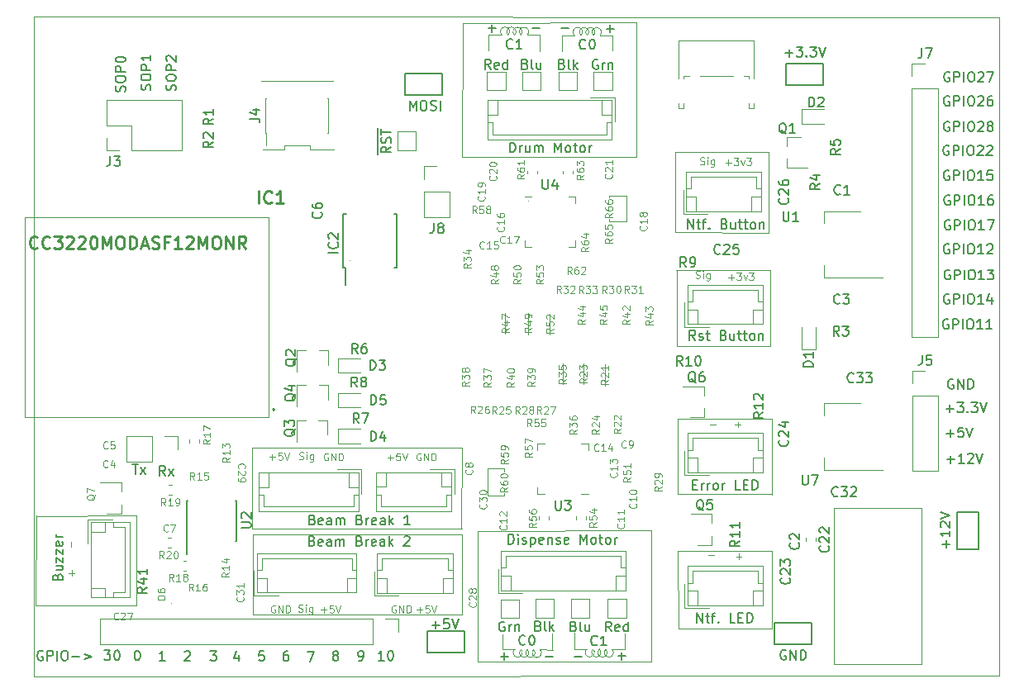
<source format=gbr>
G04 #@! TF.GenerationSoftware,KiCad,Pcbnew,(6.0.0-rc1-dev-1030-g80d50d98b)*
G04 #@! TF.CreationDate,2019-04-03T20:49:04-06:00*
G04 #@! TF.ProjectId,airmed_board_w3.1,6169726D65645F626F6172645F77332E,rev?*
G04 #@! TF.SameCoordinates,Original*
G04 #@! TF.FileFunction,Legend,Top*
G04 #@! TF.FilePolarity,Positive*
%FSLAX46Y46*%
G04 Gerber Fmt 4.6, Leading zero omitted, Abs format (unit mm)*
G04 Created by KiCad (PCBNEW (6.0.0-rc1-dev-1030-g80d50d98b)) date Wednesday, April 03, 2019 at 08:49:04 PM*
%MOMM*%
%LPD*%
G01*
G04 APERTURE LIST*
%ADD10C,0.120000*%
%ADD11C,0.150000*%
%ADD12C,0.124600*%
%ADD13C,0.050000*%
%ADD14C,0.100000*%
%ADD15C,0.200000*%
%ADD16C,0.254000*%
G04 APERTURE END LIST*
D10*
X145567400Y-119034560D02*
X145567400Y-118765320D01*
X143845280Y-119034560D02*
X145567400Y-119034560D01*
X143855440Y-116250720D02*
X143845280Y-119034560D01*
X145542000Y-116255800D02*
X143855440Y-116250720D01*
X145542000Y-116565680D02*
X145542000Y-116255800D01*
X156352240Y-88270080D02*
X156352240Y-88483440D01*
X158094680Y-88285320D02*
X156352240Y-88270080D01*
X158084520Y-90901520D02*
X158094680Y-88285320D01*
X156311600Y-90886280D02*
X158084520Y-90901520D01*
X156311600Y-90667840D02*
X156311600Y-90886280D01*
X155895040Y-107726480D02*
X155895040Y-105587800D01*
X153685240Y-107604560D02*
X153685240Y-105465880D01*
X151556720Y-107569000D02*
X151556720Y-105430320D01*
X150276560Y-102529640D02*
X150276560Y-100390960D01*
X148041360Y-102463600D02*
X148041360Y-100324920D01*
X145674080Y-102433120D02*
X145674080Y-100294440D01*
D11*
X190958055Y-115301068D02*
X191719960Y-115301068D01*
X191339007Y-115682020D02*
X191339007Y-114920116D01*
X192719960Y-115682020D02*
X192148531Y-115682020D01*
X192434245Y-115682020D02*
X192434245Y-114682020D01*
X192339007Y-114824878D01*
X192243769Y-114920116D01*
X192148531Y-114967735D01*
X193100912Y-114777259D02*
X193148531Y-114729640D01*
X193243769Y-114682020D01*
X193481864Y-114682020D01*
X193577102Y-114729640D01*
X193624721Y-114777259D01*
X193672340Y-114872497D01*
X193672340Y-114967735D01*
X193624721Y-115110592D01*
X193053293Y-115682020D01*
X193672340Y-115682020D01*
X193958055Y-114682020D02*
X194291388Y-115682020D01*
X194624721Y-114682020D01*
X98315424Y-134953120D02*
X98220186Y-134905500D01*
X98077329Y-134905500D01*
X97934472Y-134953120D01*
X97839234Y-135048358D01*
X97791615Y-135143596D01*
X97743996Y-135334072D01*
X97743996Y-135476929D01*
X97791615Y-135667405D01*
X97839234Y-135762643D01*
X97934472Y-135857881D01*
X98077329Y-135905500D01*
X98172567Y-135905500D01*
X98315424Y-135857881D01*
X98363043Y-135810262D01*
X98363043Y-135476929D01*
X98172567Y-135476929D01*
X98791615Y-135905500D02*
X98791615Y-134905500D01*
X99172567Y-134905500D01*
X99267805Y-134953120D01*
X99315424Y-135000739D01*
X99363043Y-135095977D01*
X99363043Y-135238834D01*
X99315424Y-135334072D01*
X99267805Y-135381691D01*
X99172567Y-135429310D01*
X98791615Y-135429310D01*
X99791615Y-135905500D02*
X99791615Y-134905500D01*
X100458281Y-134905500D02*
X100648758Y-134905500D01*
X100743996Y-134953120D01*
X100839234Y-135048358D01*
X100886853Y-135238834D01*
X100886853Y-135572167D01*
X100839234Y-135762643D01*
X100743996Y-135857881D01*
X100648758Y-135905500D01*
X100458281Y-135905500D01*
X100363043Y-135857881D01*
X100267805Y-135762643D01*
X100220186Y-135572167D01*
X100220186Y-135238834D01*
X100267805Y-135048358D01*
X100363043Y-134953120D01*
X100458281Y-134905500D01*
X101315424Y-135524548D02*
X102077329Y-135524548D01*
X102553520Y-135238834D02*
X103315424Y-135524548D01*
X102553520Y-135810262D01*
D12*
X168266142Y-84858805D02*
X168834523Y-84858805D01*
X168550333Y-85142996D02*
X168550333Y-84574615D01*
X169118714Y-84396996D02*
X169580523Y-84396996D01*
X169331857Y-84681186D01*
X169438428Y-84681186D01*
X169509476Y-84716710D01*
X169545000Y-84752234D01*
X169580523Y-84823281D01*
X169580523Y-85000900D01*
X169545000Y-85071948D01*
X169509476Y-85107472D01*
X169438428Y-85142996D01*
X169225285Y-85142996D01*
X169154238Y-85107472D01*
X169118714Y-85071948D01*
X169829190Y-84645662D02*
X170006809Y-85142996D01*
X170184428Y-84645662D01*
X170397571Y-84396996D02*
X170859380Y-84396996D01*
X170610714Y-84681186D01*
X170717285Y-84681186D01*
X170788333Y-84716710D01*
X170823857Y-84752234D01*
X170859380Y-84823281D01*
X170859380Y-85000900D01*
X170823857Y-85071948D01*
X170788333Y-85107472D01*
X170717285Y-85142996D01*
X170504142Y-85142996D01*
X170433095Y-85107472D01*
X170397571Y-85071948D01*
X165677321Y-85041432D02*
X165783893Y-85076956D01*
X165961512Y-85076956D01*
X166032560Y-85041432D01*
X166068083Y-85005908D01*
X166103607Y-84934860D01*
X166103607Y-84863813D01*
X166068083Y-84792765D01*
X166032560Y-84757241D01*
X165961512Y-84721718D01*
X165819417Y-84686194D01*
X165748369Y-84650670D01*
X165712845Y-84615146D01*
X165677321Y-84544099D01*
X165677321Y-84473051D01*
X165712845Y-84402003D01*
X165748369Y-84366480D01*
X165819417Y-84330956D01*
X165997036Y-84330956D01*
X166103607Y-84366480D01*
X166423321Y-85076956D02*
X166423321Y-84579622D01*
X166423321Y-84330956D02*
X166387798Y-84366480D01*
X166423321Y-84402003D01*
X166458845Y-84366480D01*
X166423321Y-84330956D01*
X166423321Y-84402003D01*
X167098274Y-84579622D02*
X167098274Y-85183527D01*
X167062750Y-85254575D01*
X167027226Y-85290099D01*
X166956179Y-85325622D01*
X166849607Y-85325622D01*
X166778560Y-85290099D01*
X167098274Y-85041432D02*
X167027226Y-85076956D01*
X166885131Y-85076956D01*
X166814083Y-85041432D01*
X166778560Y-85005908D01*
X166743036Y-84934860D01*
X166743036Y-84721718D01*
X166778560Y-84650670D01*
X166814083Y-84615146D01*
X166885131Y-84579622D01*
X167027226Y-84579622D01*
X167098274Y-84615146D01*
X165204881Y-96689872D02*
X165311453Y-96725396D01*
X165489072Y-96725396D01*
X165560120Y-96689872D01*
X165595643Y-96654348D01*
X165631167Y-96583300D01*
X165631167Y-96512253D01*
X165595643Y-96441205D01*
X165560120Y-96405681D01*
X165489072Y-96370158D01*
X165346977Y-96334634D01*
X165275929Y-96299110D01*
X165240405Y-96263586D01*
X165204881Y-96192539D01*
X165204881Y-96121491D01*
X165240405Y-96050443D01*
X165275929Y-96014920D01*
X165346977Y-95979396D01*
X165524596Y-95979396D01*
X165631167Y-96014920D01*
X165950881Y-96725396D02*
X165950881Y-96228062D01*
X165950881Y-95979396D02*
X165915358Y-96014920D01*
X165950881Y-96050443D01*
X165986405Y-96014920D01*
X165950881Y-95979396D01*
X165950881Y-96050443D01*
X166625834Y-96228062D02*
X166625834Y-96831967D01*
X166590310Y-96903015D01*
X166554786Y-96938539D01*
X166483739Y-96974062D01*
X166377167Y-96974062D01*
X166306120Y-96938539D01*
X166625834Y-96689872D02*
X166554786Y-96725396D01*
X166412691Y-96725396D01*
X166341643Y-96689872D01*
X166306120Y-96654348D01*
X166270596Y-96583300D01*
X166270596Y-96370158D01*
X166306120Y-96299110D01*
X166341643Y-96263586D01*
X166412691Y-96228062D01*
X166554786Y-96228062D01*
X166625834Y-96263586D01*
X168545542Y-96629165D02*
X169113923Y-96629165D01*
X168829733Y-96913356D02*
X168829733Y-96344975D01*
X169398114Y-96167356D02*
X169859923Y-96167356D01*
X169611257Y-96451546D01*
X169717828Y-96451546D01*
X169788876Y-96487070D01*
X169824400Y-96522594D01*
X169859923Y-96593641D01*
X169859923Y-96771260D01*
X169824400Y-96842308D01*
X169788876Y-96877832D01*
X169717828Y-96913356D01*
X169504685Y-96913356D01*
X169433638Y-96877832D01*
X169398114Y-96842308D01*
X170108590Y-96416022D02*
X170286209Y-96913356D01*
X170463828Y-96416022D01*
X170676971Y-96167356D02*
X171138780Y-96167356D01*
X170890114Y-96451546D01*
X170996685Y-96451546D01*
X171067733Y-96487070D01*
X171103257Y-96522594D01*
X171138780Y-96593641D01*
X171138780Y-96771260D01*
X171103257Y-96842308D01*
X171067733Y-96877832D01*
X170996685Y-96913356D01*
X170783542Y-96913356D01*
X170712495Y-96877832D01*
X170676971Y-96842308D01*
X169220169Y-111721845D02*
X169788550Y-111721845D01*
X169504360Y-112006036D02*
X169504360Y-111437655D01*
X166654769Y-111737085D02*
X167223150Y-111737085D01*
X169347169Y-125249885D02*
X169915550Y-125249885D01*
X169631360Y-125534076D02*
X169631360Y-124965695D01*
X166532849Y-125143205D02*
X167101230Y-125143205D01*
X101257045Y-127228310D02*
X101257045Y-126659929D01*
X101541236Y-126944120D02*
X100972855Y-126944120D01*
X101221485Y-124297150D02*
X101221485Y-123728769D01*
X121539977Y-115064485D02*
X122108358Y-115064485D01*
X121824167Y-115348676D02*
X121824167Y-114780295D01*
X122818834Y-114602676D02*
X122463596Y-114602676D01*
X122428072Y-114957914D01*
X122463596Y-114922390D01*
X122534643Y-114886866D01*
X122712262Y-114886866D01*
X122783310Y-114922390D01*
X122818834Y-114957914D01*
X122854358Y-115028961D01*
X122854358Y-115206580D01*
X122818834Y-115277628D01*
X122783310Y-115313152D01*
X122712262Y-115348676D01*
X122534643Y-115348676D01*
X122463596Y-115313152D01*
X122428072Y-115277628D01*
X123067500Y-114602676D02*
X123316167Y-115348676D01*
X123564834Y-114602676D01*
X124595361Y-115267432D02*
X124701933Y-115302956D01*
X124879552Y-115302956D01*
X124950600Y-115267432D01*
X124986123Y-115231908D01*
X125021647Y-115160860D01*
X125021647Y-115089813D01*
X124986123Y-115018765D01*
X124950600Y-114983241D01*
X124879552Y-114947718D01*
X124737457Y-114912194D01*
X124666409Y-114876670D01*
X124630885Y-114841146D01*
X124595361Y-114770099D01*
X124595361Y-114699051D01*
X124630885Y-114628003D01*
X124666409Y-114592480D01*
X124737457Y-114556956D01*
X124915076Y-114556956D01*
X125021647Y-114592480D01*
X125341361Y-115302956D02*
X125341361Y-114805622D01*
X125341361Y-114556956D02*
X125305838Y-114592480D01*
X125341361Y-114628003D01*
X125376885Y-114592480D01*
X125341361Y-114556956D01*
X125341361Y-114628003D01*
X126016314Y-114805622D02*
X126016314Y-115409527D01*
X125980790Y-115480575D01*
X125945266Y-115516099D01*
X125874219Y-115551622D01*
X125767647Y-115551622D01*
X125696600Y-115516099D01*
X126016314Y-115267432D02*
X125945266Y-115302956D01*
X125803171Y-115302956D01*
X125732123Y-115267432D01*
X125696600Y-115231908D01*
X125661076Y-115160860D01*
X125661076Y-114947718D01*
X125696600Y-114876670D01*
X125732123Y-114841146D01*
X125803171Y-114805622D01*
X125945266Y-114805622D01*
X126016314Y-114841146D01*
X127528899Y-114683920D02*
X127457851Y-114648396D01*
X127351280Y-114648396D01*
X127244708Y-114683920D01*
X127173660Y-114754967D01*
X127138137Y-114826015D01*
X127102613Y-114968110D01*
X127102613Y-115074681D01*
X127138137Y-115216777D01*
X127173660Y-115287824D01*
X127244708Y-115358872D01*
X127351280Y-115394396D01*
X127422327Y-115394396D01*
X127528899Y-115358872D01*
X127564422Y-115323348D01*
X127564422Y-115074681D01*
X127422327Y-115074681D01*
X127884137Y-115394396D02*
X127884137Y-114648396D01*
X128310422Y-115394396D01*
X128310422Y-114648396D01*
X128665660Y-115394396D02*
X128665660Y-114648396D01*
X128843280Y-114648396D01*
X128949851Y-114683920D01*
X129020899Y-114754967D01*
X129056422Y-114826015D01*
X129091946Y-114968110D01*
X129091946Y-115074681D01*
X129056422Y-115216777D01*
X129020899Y-115287824D01*
X128949851Y-115358872D01*
X128843280Y-115394396D01*
X128665660Y-115394396D01*
X133630377Y-115110205D02*
X134198758Y-115110205D01*
X133914567Y-115394396D02*
X133914567Y-114826015D01*
X134909234Y-114648396D02*
X134553996Y-114648396D01*
X134518472Y-115003634D01*
X134553996Y-114968110D01*
X134625043Y-114932586D01*
X134802662Y-114932586D01*
X134873710Y-114968110D01*
X134909234Y-115003634D01*
X134944758Y-115074681D01*
X134944758Y-115252300D01*
X134909234Y-115323348D01*
X134873710Y-115358872D01*
X134802662Y-115394396D01*
X134625043Y-115394396D01*
X134553996Y-115358872D01*
X134518472Y-115323348D01*
X135157900Y-114648396D02*
X135406567Y-115394396D01*
X135655234Y-114648396D01*
X137028499Y-114683920D02*
X136957451Y-114648396D01*
X136850880Y-114648396D01*
X136744308Y-114683920D01*
X136673260Y-114754967D01*
X136637737Y-114826015D01*
X136602213Y-114968110D01*
X136602213Y-115074681D01*
X136637737Y-115216777D01*
X136673260Y-115287824D01*
X136744308Y-115358872D01*
X136850880Y-115394396D01*
X136921927Y-115394396D01*
X137028499Y-115358872D01*
X137064022Y-115323348D01*
X137064022Y-115074681D01*
X136921927Y-115074681D01*
X137383737Y-115394396D02*
X137383737Y-114648396D01*
X137810022Y-115394396D01*
X137810022Y-114648396D01*
X138165260Y-115394396D02*
X138165260Y-114648396D01*
X138342880Y-114648396D01*
X138449451Y-114683920D01*
X138520499Y-114754967D01*
X138556022Y-114826015D01*
X138591546Y-114968110D01*
X138591546Y-115074681D01*
X138556022Y-115216777D01*
X138520499Y-115287824D01*
X138449451Y-115358872D01*
X138342880Y-115394396D01*
X138165260Y-115394396D01*
X136627577Y-130731205D02*
X137195958Y-130731205D01*
X136911767Y-131015396D02*
X136911767Y-130447015D01*
X137906434Y-130269396D02*
X137551196Y-130269396D01*
X137515672Y-130624634D01*
X137551196Y-130589110D01*
X137622243Y-130553586D01*
X137799862Y-130553586D01*
X137870910Y-130589110D01*
X137906434Y-130624634D01*
X137941958Y-130695681D01*
X137941958Y-130873300D01*
X137906434Y-130944348D01*
X137870910Y-130979872D01*
X137799862Y-131015396D01*
X137622243Y-131015396D01*
X137551196Y-130979872D01*
X137515672Y-130944348D01*
X138155100Y-130269396D02*
X138403767Y-131015396D01*
X138652434Y-130269396D01*
X134478339Y-130304920D02*
X134407291Y-130269396D01*
X134300720Y-130269396D01*
X134194148Y-130304920D01*
X134123100Y-130375967D01*
X134087577Y-130447015D01*
X134052053Y-130589110D01*
X134052053Y-130695681D01*
X134087577Y-130837777D01*
X134123100Y-130908824D01*
X134194148Y-130979872D01*
X134300720Y-131015396D01*
X134371767Y-131015396D01*
X134478339Y-130979872D01*
X134513862Y-130944348D01*
X134513862Y-130695681D01*
X134371767Y-130695681D01*
X134833577Y-131015396D02*
X134833577Y-130269396D01*
X135259862Y-131015396D01*
X135259862Y-130269396D01*
X135615100Y-131015396D02*
X135615100Y-130269396D01*
X135792720Y-130269396D01*
X135899291Y-130304920D01*
X135970339Y-130375967D01*
X136005862Y-130447015D01*
X136041386Y-130589110D01*
X136041386Y-130695681D01*
X136005862Y-130837777D01*
X135970339Y-130908824D01*
X135899291Y-130979872D01*
X135792720Y-131015396D01*
X135615100Y-131015396D01*
X126797777Y-130731205D02*
X127366158Y-130731205D01*
X127081967Y-131015396D02*
X127081967Y-130447015D01*
X128076634Y-130269396D02*
X127721396Y-130269396D01*
X127685872Y-130624634D01*
X127721396Y-130589110D01*
X127792443Y-130553586D01*
X127970062Y-130553586D01*
X128041110Y-130589110D01*
X128076634Y-130624634D01*
X128112158Y-130695681D01*
X128112158Y-130873300D01*
X128076634Y-130944348D01*
X128041110Y-130979872D01*
X127970062Y-131015396D01*
X127792443Y-131015396D01*
X127721396Y-130979872D01*
X127685872Y-130944348D01*
X128325300Y-130269396D02*
X128573967Y-131015396D01*
X128822634Y-130269396D01*
X124534401Y-130898592D02*
X124640973Y-130934116D01*
X124818592Y-130934116D01*
X124889640Y-130898592D01*
X124925163Y-130863068D01*
X124960687Y-130792020D01*
X124960687Y-130720973D01*
X124925163Y-130649925D01*
X124889640Y-130614401D01*
X124818592Y-130578878D01*
X124676497Y-130543354D01*
X124605449Y-130507830D01*
X124569925Y-130472306D01*
X124534401Y-130401259D01*
X124534401Y-130330211D01*
X124569925Y-130259163D01*
X124605449Y-130223640D01*
X124676497Y-130188116D01*
X124854116Y-130188116D01*
X124960687Y-130223640D01*
X125280401Y-130934116D02*
X125280401Y-130436782D01*
X125280401Y-130188116D02*
X125244878Y-130223640D01*
X125280401Y-130259163D01*
X125315925Y-130223640D01*
X125280401Y-130188116D01*
X125280401Y-130259163D01*
X125955354Y-130436782D02*
X125955354Y-131040687D01*
X125919830Y-131111735D01*
X125884306Y-131147259D01*
X125813259Y-131182782D01*
X125706687Y-131182782D01*
X125635640Y-131147259D01*
X125955354Y-130898592D02*
X125884306Y-130934116D01*
X125742211Y-130934116D01*
X125671163Y-130898592D01*
X125635640Y-130863068D01*
X125600116Y-130792020D01*
X125600116Y-130578878D01*
X125635640Y-130507830D01*
X125671163Y-130472306D01*
X125742211Y-130436782D01*
X125884306Y-130436782D01*
X125955354Y-130472306D01*
X122113619Y-130304920D02*
X122042571Y-130269396D01*
X121936000Y-130269396D01*
X121829428Y-130304920D01*
X121758380Y-130375967D01*
X121722857Y-130447015D01*
X121687333Y-130589110D01*
X121687333Y-130695681D01*
X121722857Y-130837777D01*
X121758380Y-130908824D01*
X121829428Y-130979872D01*
X121936000Y-131015396D01*
X122007047Y-131015396D01*
X122113619Y-130979872D01*
X122149142Y-130944348D01*
X122149142Y-130695681D01*
X122007047Y-130695681D01*
X122468857Y-131015396D02*
X122468857Y-130269396D01*
X122895142Y-131015396D01*
X122895142Y-130269396D01*
X123250380Y-131015396D02*
X123250380Y-130269396D01*
X123428000Y-130269396D01*
X123534571Y-130304920D01*
X123605619Y-130375967D01*
X123641142Y-130447015D01*
X123676666Y-130589110D01*
X123676666Y-130695681D01*
X123641142Y-130837777D01*
X123605619Y-130908824D01*
X123534571Y-130979872D01*
X123428000Y-131015396D01*
X123250380Y-131015396D01*
D10*
X120665240Y-76545440D02*
X128092200Y-76545440D01*
X125653800Y-83499960D02*
X128127760Y-83499960D01*
X123068080Y-83525360D02*
X120863360Y-83525360D01*
X125658880Y-83139280D02*
X125663960Y-83505040D01*
X123088400Y-83139280D02*
X125658880Y-83139280D01*
X123088400Y-83515200D02*
X123088400Y-83139280D01*
X163362640Y-124688600D02*
X172974000Y-124688600D01*
X172979080Y-124678440D02*
X172984160Y-132674360D01*
X172994320Y-132659120D02*
X163403280Y-132654040D01*
X163403280Y-132654040D02*
X163362640Y-124688600D01*
X163388040Y-111150400D02*
X172999400Y-111150400D01*
X172999400Y-111135160D02*
X172974000Y-118892320D01*
X172984160Y-118877080D02*
X163393120Y-118872000D01*
X163393120Y-118872000D02*
X163372800Y-111135160D01*
X163210240Y-95879920D02*
X172821600Y-95879920D01*
X172801280Y-95874840D02*
X172831760Y-103723440D01*
X172841920Y-103708200D02*
X163250880Y-103703120D01*
X163250880Y-103703120D02*
X163240720Y-95859600D01*
X172684440Y-83794600D02*
X172689520Y-92059760D01*
X163073080Y-83794600D02*
X172684440Y-83794600D01*
X163108640Y-92039440D02*
X163098480Y-83779360D01*
X172699680Y-92044520D02*
X163108640Y-92039440D01*
D11*
X165329906Y-132034540D02*
X165329906Y-131034540D01*
X165901335Y-132034540D01*
X165901335Y-131034540D01*
X166234668Y-131367874D02*
X166615620Y-131367874D01*
X166377525Y-131034540D02*
X166377525Y-131891683D01*
X166425144Y-131986921D01*
X166520382Y-132034540D01*
X166615620Y-132034540D01*
X166806097Y-131367874D02*
X167187049Y-131367874D01*
X166948954Y-132034540D02*
X166948954Y-131177398D01*
X166996573Y-131082160D01*
X167091811Y-131034540D01*
X167187049Y-131034540D01*
X167520382Y-131939302D02*
X167568001Y-131986921D01*
X167520382Y-132034540D01*
X167472763Y-131986921D01*
X167520382Y-131939302D01*
X167520382Y-132034540D01*
X169234668Y-132034540D02*
X168758478Y-132034540D01*
X168758478Y-131034540D01*
X169568001Y-131510731D02*
X169901335Y-131510731D01*
X170044192Y-132034540D02*
X169568001Y-132034540D01*
X169568001Y-131034540D01*
X170044192Y-131034540D01*
X170472763Y-132034540D02*
X170472763Y-131034540D01*
X170710859Y-131034540D01*
X170853716Y-131082160D01*
X170948954Y-131177398D01*
X170996573Y-131272636D01*
X171044192Y-131463112D01*
X171044192Y-131605969D01*
X170996573Y-131796445D01*
X170948954Y-131891683D01*
X170853716Y-131986921D01*
X170710859Y-132034540D01*
X170472763Y-132034540D01*
X164875626Y-117891251D02*
X165208960Y-117891251D01*
X165351817Y-118415060D02*
X164875626Y-118415060D01*
X164875626Y-117415060D01*
X165351817Y-117415060D01*
X165780388Y-118415060D02*
X165780388Y-117748394D01*
X165780388Y-117938870D02*
X165828007Y-117843632D01*
X165875626Y-117796013D01*
X165970864Y-117748394D01*
X166066102Y-117748394D01*
X166399436Y-118415060D02*
X166399436Y-117748394D01*
X166399436Y-117938870D02*
X166447055Y-117843632D01*
X166494674Y-117796013D01*
X166589912Y-117748394D01*
X166685150Y-117748394D01*
X167161340Y-118415060D02*
X167066102Y-118367441D01*
X167018483Y-118319822D01*
X166970864Y-118224584D01*
X166970864Y-117938870D01*
X167018483Y-117843632D01*
X167066102Y-117796013D01*
X167161340Y-117748394D01*
X167304198Y-117748394D01*
X167399436Y-117796013D01*
X167447055Y-117843632D01*
X167494674Y-117938870D01*
X167494674Y-118224584D01*
X167447055Y-118319822D01*
X167399436Y-118367441D01*
X167304198Y-118415060D01*
X167161340Y-118415060D01*
X167923245Y-118415060D02*
X167923245Y-117748394D01*
X167923245Y-117938870D02*
X167970864Y-117843632D01*
X168018483Y-117796013D01*
X168113721Y-117748394D01*
X168208960Y-117748394D01*
X169780388Y-118415060D02*
X169304198Y-118415060D01*
X169304198Y-117415060D01*
X170113721Y-117891251D02*
X170447055Y-117891251D01*
X170589912Y-118415060D02*
X170113721Y-118415060D01*
X170113721Y-117415060D01*
X170589912Y-117415060D01*
X171018483Y-118415060D02*
X171018483Y-117415060D01*
X171256579Y-117415060D01*
X171399436Y-117462680D01*
X171494674Y-117557918D01*
X171542293Y-117653156D01*
X171589912Y-117843632D01*
X171589912Y-117986489D01*
X171542293Y-118176965D01*
X171494674Y-118272203D01*
X171399436Y-118367441D01*
X171256579Y-118415060D01*
X171018483Y-118415060D01*
X165150563Y-103068380D02*
X164817230Y-102592190D01*
X164579135Y-103068380D02*
X164579135Y-102068380D01*
X164960087Y-102068380D01*
X165055325Y-102116000D01*
X165102944Y-102163619D01*
X165150563Y-102258857D01*
X165150563Y-102401714D01*
X165102944Y-102496952D01*
X165055325Y-102544571D01*
X164960087Y-102592190D01*
X164579135Y-102592190D01*
X165531516Y-103020761D02*
X165626754Y-103068380D01*
X165817230Y-103068380D01*
X165912468Y-103020761D01*
X165960087Y-102925523D01*
X165960087Y-102877904D01*
X165912468Y-102782666D01*
X165817230Y-102735047D01*
X165674373Y-102735047D01*
X165579135Y-102687428D01*
X165531516Y-102592190D01*
X165531516Y-102544571D01*
X165579135Y-102449333D01*
X165674373Y-102401714D01*
X165817230Y-102401714D01*
X165912468Y-102449333D01*
X166245801Y-102401714D02*
X166626754Y-102401714D01*
X166388659Y-102068380D02*
X166388659Y-102925523D01*
X166436278Y-103020761D01*
X166531516Y-103068380D01*
X166626754Y-103068380D01*
X168055325Y-102544571D02*
X168198182Y-102592190D01*
X168245801Y-102639809D01*
X168293420Y-102735047D01*
X168293420Y-102877904D01*
X168245801Y-102973142D01*
X168198182Y-103020761D01*
X168102944Y-103068380D01*
X167721992Y-103068380D01*
X167721992Y-102068380D01*
X168055325Y-102068380D01*
X168150563Y-102116000D01*
X168198182Y-102163619D01*
X168245801Y-102258857D01*
X168245801Y-102354095D01*
X168198182Y-102449333D01*
X168150563Y-102496952D01*
X168055325Y-102544571D01*
X167721992Y-102544571D01*
X169150563Y-102401714D02*
X169150563Y-103068380D01*
X168721992Y-102401714D02*
X168721992Y-102925523D01*
X168769611Y-103020761D01*
X168864849Y-103068380D01*
X169007706Y-103068380D01*
X169102944Y-103020761D01*
X169150563Y-102973142D01*
X169483897Y-102401714D02*
X169864849Y-102401714D01*
X169626754Y-102068380D02*
X169626754Y-102925523D01*
X169674373Y-103020761D01*
X169769611Y-103068380D01*
X169864849Y-103068380D01*
X170055325Y-102401714D02*
X170436278Y-102401714D01*
X170198182Y-102068380D02*
X170198182Y-102925523D01*
X170245801Y-103020761D01*
X170341040Y-103068380D01*
X170436278Y-103068380D01*
X170912468Y-103068380D02*
X170817230Y-103020761D01*
X170769611Y-102973142D01*
X170721992Y-102877904D01*
X170721992Y-102592190D01*
X170769611Y-102496952D01*
X170817230Y-102449333D01*
X170912468Y-102401714D01*
X171055325Y-102401714D01*
X171150563Y-102449333D01*
X171198182Y-102496952D01*
X171245801Y-102592190D01*
X171245801Y-102877904D01*
X171198182Y-102973142D01*
X171150563Y-103020761D01*
X171055325Y-103068380D01*
X170912468Y-103068380D01*
X171674373Y-102401714D02*
X171674373Y-103068380D01*
X171674373Y-102496952D02*
X171721992Y-102449333D01*
X171817230Y-102401714D01*
X171960087Y-102401714D01*
X172055325Y-102449333D01*
X172102944Y-102544571D01*
X172102944Y-103068380D01*
X164385478Y-91679020D02*
X164385478Y-90679020D01*
X164956906Y-91679020D01*
X164956906Y-90679020D01*
X165290240Y-91012354D02*
X165671192Y-91012354D01*
X165433097Y-90679020D02*
X165433097Y-91536163D01*
X165480716Y-91631401D01*
X165575954Y-91679020D01*
X165671192Y-91679020D01*
X165861668Y-91012354D02*
X166242620Y-91012354D01*
X166004525Y-91679020D02*
X166004525Y-90821878D01*
X166052144Y-90726640D01*
X166147382Y-90679020D01*
X166242620Y-90679020D01*
X166575954Y-91583782D02*
X166623573Y-91631401D01*
X166575954Y-91679020D01*
X166528335Y-91631401D01*
X166575954Y-91583782D01*
X166575954Y-91679020D01*
X168147382Y-91155211D02*
X168290240Y-91202830D01*
X168337859Y-91250449D01*
X168385478Y-91345687D01*
X168385478Y-91488544D01*
X168337859Y-91583782D01*
X168290240Y-91631401D01*
X168195001Y-91679020D01*
X167814049Y-91679020D01*
X167814049Y-90679020D01*
X168147382Y-90679020D01*
X168242620Y-90726640D01*
X168290240Y-90774259D01*
X168337859Y-90869497D01*
X168337859Y-90964735D01*
X168290240Y-91059973D01*
X168242620Y-91107592D01*
X168147382Y-91155211D01*
X167814049Y-91155211D01*
X169242620Y-91012354D02*
X169242620Y-91679020D01*
X168814049Y-91012354D02*
X168814049Y-91536163D01*
X168861668Y-91631401D01*
X168956906Y-91679020D01*
X169099763Y-91679020D01*
X169195001Y-91631401D01*
X169242620Y-91583782D01*
X169575954Y-91012354D02*
X169956906Y-91012354D01*
X169718811Y-90679020D02*
X169718811Y-91536163D01*
X169766430Y-91631401D01*
X169861668Y-91679020D01*
X169956906Y-91679020D01*
X170147382Y-91012354D02*
X170528335Y-91012354D01*
X170290240Y-90679020D02*
X170290240Y-91536163D01*
X170337859Y-91631401D01*
X170433097Y-91679020D01*
X170528335Y-91679020D01*
X171004525Y-91679020D02*
X170909287Y-91631401D01*
X170861668Y-91583782D01*
X170814049Y-91488544D01*
X170814049Y-91202830D01*
X170861668Y-91107592D01*
X170909287Y-91059973D01*
X171004525Y-91012354D01*
X171147382Y-91012354D01*
X171242620Y-91059973D01*
X171290240Y-91107592D01*
X171337859Y-91202830D01*
X171337859Y-91488544D01*
X171290240Y-91583782D01*
X171242620Y-91631401D01*
X171147382Y-91679020D01*
X171004525Y-91679020D01*
X171766430Y-91012354D02*
X171766430Y-91679020D01*
X171766430Y-91107592D02*
X171814049Y-91059973D01*
X171909287Y-91012354D01*
X172052144Y-91012354D01*
X172147382Y-91059973D01*
X172195001Y-91155211D01*
X172195001Y-91679020D01*
D10*
X153946361Y-118491000D02*
G75*
G03X153946361Y-118491000I-57921J0D01*
G01*
X148104361Y-88793320D02*
G75*
G03X148104361Y-88793320I-57921J0D01*
G01*
X129775721Y-94935040D02*
G75*
G03X129775721Y-94935040I-57921J0D01*
G01*
D11*
X146154022Y-83815180D02*
X146154022Y-82815180D01*
X146392118Y-82815180D01*
X146534975Y-82862800D01*
X146630213Y-82958038D01*
X146677832Y-83053276D01*
X146725451Y-83243752D01*
X146725451Y-83386609D01*
X146677832Y-83577085D01*
X146630213Y-83672323D01*
X146534975Y-83767561D01*
X146392118Y-83815180D01*
X146154022Y-83815180D01*
X147154022Y-83815180D02*
X147154022Y-83148514D01*
X147154022Y-83338990D02*
X147201641Y-83243752D01*
X147249260Y-83196133D01*
X147344499Y-83148514D01*
X147439737Y-83148514D01*
X148201641Y-83148514D02*
X148201641Y-83815180D01*
X147773070Y-83148514D02*
X147773070Y-83672323D01*
X147820689Y-83767561D01*
X147915927Y-83815180D01*
X148058784Y-83815180D01*
X148154022Y-83767561D01*
X148201641Y-83719942D01*
X148677832Y-83815180D02*
X148677832Y-83148514D01*
X148677832Y-83243752D02*
X148725451Y-83196133D01*
X148820689Y-83148514D01*
X148963546Y-83148514D01*
X149058784Y-83196133D01*
X149106403Y-83291371D01*
X149106403Y-83815180D01*
X149106403Y-83291371D02*
X149154022Y-83196133D01*
X149249260Y-83148514D01*
X149392118Y-83148514D01*
X149487356Y-83196133D01*
X149534975Y-83291371D01*
X149534975Y-83815180D01*
X150773070Y-83815180D02*
X150773070Y-82815180D01*
X151106403Y-83529466D01*
X151439737Y-82815180D01*
X151439737Y-83815180D01*
X152058784Y-83815180D02*
X151963546Y-83767561D01*
X151915927Y-83719942D01*
X151868308Y-83624704D01*
X151868308Y-83338990D01*
X151915927Y-83243752D01*
X151963546Y-83196133D01*
X152058784Y-83148514D01*
X152201641Y-83148514D01*
X152296880Y-83196133D01*
X152344499Y-83243752D01*
X152392118Y-83338990D01*
X152392118Y-83624704D01*
X152344499Y-83719942D01*
X152296880Y-83767561D01*
X152201641Y-83815180D01*
X152058784Y-83815180D01*
X152677832Y-83148514D02*
X153058784Y-83148514D01*
X152820689Y-82815180D02*
X152820689Y-83672323D01*
X152868308Y-83767561D01*
X152963546Y-83815180D01*
X153058784Y-83815180D01*
X153534975Y-83815180D02*
X153439737Y-83767561D01*
X153392118Y-83719942D01*
X153344499Y-83624704D01*
X153344499Y-83338990D01*
X153392118Y-83243752D01*
X153439737Y-83196133D01*
X153534975Y-83148514D01*
X153677832Y-83148514D01*
X153773070Y-83196133D01*
X153820689Y-83243752D01*
X153868308Y-83338990D01*
X153868308Y-83624704D01*
X153820689Y-83719942D01*
X153773070Y-83767561D01*
X153677832Y-83815180D01*
X153534975Y-83815180D01*
X154296880Y-83815180D02*
X154296880Y-83148514D01*
X154296880Y-83338990D02*
X154344499Y-83243752D01*
X154392118Y-83196133D01*
X154487356Y-83148514D01*
X154582594Y-83148514D01*
D10*
X159125920Y-70490080D02*
X141315440Y-70545960D01*
X159120840Y-84302600D02*
X159125920Y-70490080D01*
X141315440Y-70545960D02*
X141254480Y-84292440D01*
X141269720Y-84297520D02*
X159120840Y-84302600D01*
D11*
X146007510Y-123962420D02*
X146007510Y-122962420D01*
X146245605Y-122962420D01*
X146388462Y-123010040D01*
X146483700Y-123105278D01*
X146531320Y-123200516D01*
X146578939Y-123390992D01*
X146578939Y-123533849D01*
X146531320Y-123724325D01*
X146483700Y-123819563D01*
X146388462Y-123914801D01*
X146245605Y-123962420D01*
X146007510Y-123962420D01*
X147007510Y-123962420D02*
X147007510Y-123295754D01*
X147007510Y-122962420D02*
X146959891Y-123010040D01*
X147007510Y-123057659D01*
X147055129Y-123010040D01*
X147007510Y-122962420D01*
X147007510Y-123057659D01*
X147436081Y-123914801D02*
X147531320Y-123962420D01*
X147721796Y-123962420D01*
X147817034Y-123914801D01*
X147864653Y-123819563D01*
X147864653Y-123771944D01*
X147817034Y-123676706D01*
X147721796Y-123629087D01*
X147578939Y-123629087D01*
X147483700Y-123581468D01*
X147436081Y-123486230D01*
X147436081Y-123438611D01*
X147483700Y-123343373D01*
X147578939Y-123295754D01*
X147721796Y-123295754D01*
X147817034Y-123343373D01*
X148293224Y-123295754D02*
X148293224Y-124295754D01*
X148293224Y-123343373D02*
X148388462Y-123295754D01*
X148578939Y-123295754D01*
X148674177Y-123343373D01*
X148721796Y-123390992D01*
X148769415Y-123486230D01*
X148769415Y-123771944D01*
X148721796Y-123867182D01*
X148674177Y-123914801D01*
X148578939Y-123962420D01*
X148388462Y-123962420D01*
X148293224Y-123914801D01*
X149578939Y-123914801D02*
X149483700Y-123962420D01*
X149293224Y-123962420D01*
X149197986Y-123914801D01*
X149150367Y-123819563D01*
X149150367Y-123438611D01*
X149197986Y-123343373D01*
X149293224Y-123295754D01*
X149483700Y-123295754D01*
X149578939Y-123343373D01*
X149626558Y-123438611D01*
X149626558Y-123533849D01*
X149150367Y-123629087D01*
X150055129Y-123295754D02*
X150055129Y-123962420D01*
X150055129Y-123390992D02*
X150102748Y-123343373D01*
X150197986Y-123295754D01*
X150340843Y-123295754D01*
X150436081Y-123343373D01*
X150483700Y-123438611D01*
X150483700Y-123962420D01*
X150912272Y-123914801D02*
X151007510Y-123962420D01*
X151197986Y-123962420D01*
X151293224Y-123914801D01*
X151340843Y-123819563D01*
X151340843Y-123771944D01*
X151293224Y-123676706D01*
X151197986Y-123629087D01*
X151055129Y-123629087D01*
X150959891Y-123581468D01*
X150912272Y-123486230D01*
X150912272Y-123438611D01*
X150959891Y-123343373D01*
X151055129Y-123295754D01*
X151197986Y-123295754D01*
X151293224Y-123343373D01*
X152150367Y-123914801D02*
X152055129Y-123962420D01*
X151864653Y-123962420D01*
X151769415Y-123914801D01*
X151721796Y-123819563D01*
X151721796Y-123438611D01*
X151769415Y-123343373D01*
X151864653Y-123295754D01*
X152055129Y-123295754D01*
X152150367Y-123343373D01*
X152197986Y-123438611D01*
X152197986Y-123533849D01*
X151721796Y-123629087D01*
X153388462Y-123962420D02*
X153388462Y-122962420D01*
X153721796Y-123676706D01*
X154055129Y-122962420D01*
X154055129Y-123962420D01*
X154674177Y-123962420D02*
X154578939Y-123914801D01*
X154531320Y-123867182D01*
X154483700Y-123771944D01*
X154483700Y-123486230D01*
X154531320Y-123390992D01*
X154578939Y-123343373D01*
X154674177Y-123295754D01*
X154817034Y-123295754D01*
X154912272Y-123343373D01*
X154959891Y-123390992D01*
X155007510Y-123486230D01*
X155007510Y-123771944D01*
X154959891Y-123867182D01*
X154912272Y-123914801D01*
X154817034Y-123962420D01*
X154674177Y-123962420D01*
X155293224Y-123295754D02*
X155674177Y-123295754D01*
X155436081Y-122962420D02*
X155436081Y-123819563D01*
X155483700Y-123914801D01*
X155578939Y-123962420D01*
X155674177Y-123962420D01*
X156150367Y-123962420D02*
X156055129Y-123914801D01*
X156007510Y-123867182D01*
X155959891Y-123771944D01*
X155959891Y-123486230D01*
X156007510Y-123390992D01*
X156055129Y-123343373D01*
X156150367Y-123295754D01*
X156293224Y-123295754D01*
X156388462Y-123343373D01*
X156436081Y-123390992D01*
X156483700Y-123486230D01*
X156483700Y-123771944D01*
X156436081Y-123867182D01*
X156388462Y-123914801D01*
X156293224Y-123962420D01*
X156150367Y-123962420D01*
X156912272Y-123962420D02*
X156912272Y-123295754D01*
X156912272Y-123486230D02*
X156959891Y-123390992D01*
X157007510Y-123343373D01*
X157102748Y-123295754D01*
X157197986Y-123295754D01*
D10*
X142880080Y-122631200D02*
X142834360Y-135966200D01*
X160690560Y-122575320D02*
X142880080Y-122631200D01*
X160690560Y-135991600D02*
X160690560Y-122575320D01*
X142839440Y-135986520D02*
X160690560Y-135991600D01*
X141218920Y-131180840D02*
X141218920Y-122971560D01*
X119811800Y-122981720D02*
X119832120Y-131206240D01*
D11*
X125898876Y-123641811D02*
X126041733Y-123689430D01*
X126089352Y-123737049D01*
X126136971Y-123832287D01*
X126136971Y-123975144D01*
X126089352Y-124070382D01*
X126041733Y-124118001D01*
X125946495Y-124165620D01*
X125565542Y-124165620D01*
X125565542Y-123165620D01*
X125898876Y-123165620D01*
X125994114Y-123213240D01*
X126041733Y-123260859D01*
X126089352Y-123356097D01*
X126089352Y-123451335D01*
X126041733Y-123546573D01*
X125994114Y-123594192D01*
X125898876Y-123641811D01*
X125565542Y-123641811D01*
X126946495Y-124118001D02*
X126851257Y-124165620D01*
X126660780Y-124165620D01*
X126565542Y-124118001D01*
X126517923Y-124022763D01*
X126517923Y-123641811D01*
X126565542Y-123546573D01*
X126660780Y-123498954D01*
X126851257Y-123498954D01*
X126946495Y-123546573D01*
X126994114Y-123641811D01*
X126994114Y-123737049D01*
X126517923Y-123832287D01*
X127851257Y-124165620D02*
X127851257Y-123641811D01*
X127803638Y-123546573D01*
X127708400Y-123498954D01*
X127517923Y-123498954D01*
X127422685Y-123546573D01*
X127851257Y-124118001D02*
X127756019Y-124165620D01*
X127517923Y-124165620D01*
X127422685Y-124118001D01*
X127375066Y-124022763D01*
X127375066Y-123927525D01*
X127422685Y-123832287D01*
X127517923Y-123784668D01*
X127756019Y-123784668D01*
X127851257Y-123737049D01*
X128327447Y-124165620D02*
X128327447Y-123498954D01*
X128327447Y-123594192D02*
X128375066Y-123546573D01*
X128470304Y-123498954D01*
X128613161Y-123498954D01*
X128708399Y-123546573D01*
X128756019Y-123641811D01*
X128756019Y-124165620D01*
X128756019Y-123641811D02*
X128803638Y-123546573D01*
X128898876Y-123498954D01*
X129041733Y-123498954D01*
X129136971Y-123546573D01*
X129184590Y-123641811D01*
X129184590Y-124165620D01*
X130756019Y-123641811D02*
X130898876Y-123689430D01*
X130946495Y-123737049D01*
X130994114Y-123832287D01*
X130994114Y-123975144D01*
X130946495Y-124070382D01*
X130898876Y-124118001D01*
X130803638Y-124165620D01*
X130422685Y-124165620D01*
X130422685Y-123165620D01*
X130756019Y-123165620D01*
X130851257Y-123213240D01*
X130898876Y-123260859D01*
X130946495Y-123356097D01*
X130946495Y-123451335D01*
X130898876Y-123546573D01*
X130851257Y-123594192D01*
X130756019Y-123641811D01*
X130422685Y-123641811D01*
X131422685Y-124165620D02*
X131422685Y-123498954D01*
X131422685Y-123689430D02*
X131470304Y-123594192D01*
X131517923Y-123546573D01*
X131613161Y-123498954D01*
X131708399Y-123498954D01*
X132422685Y-124118001D02*
X132327447Y-124165620D01*
X132136971Y-124165620D01*
X132041733Y-124118001D01*
X131994114Y-124022763D01*
X131994114Y-123641811D01*
X132041733Y-123546573D01*
X132136971Y-123498954D01*
X132327447Y-123498954D01*
X132422685Y-123546573D01*
X132470304Y-123641811D01*
X132470304Y-123737049D01*
X131994114Y-123832287D01*
X133327447Y-124165620D02*
X133327447Y-123641811D01*
X133279828Y-123546573D01*
X133184590Y-123498954D01*
X132994114Y-123498954D01*
X132898876Y-123546573D01*
X133327447Y-124118001D02*
X133232209Y-124165620D01*
X132994114Y-124165620D01*
X132898876Y-124118001D01*
X132851257Y-124022763D01*
X132851257Y-123927525D01*
X132898876Y-123832287D01*
X132994114Y-123784668D01*
X133232209Y-123784668D01*
X133327447Y-123737049D01*
X133803638Y-124165620D02*
X133803638Y-123165620D01*
X133898876Y-123784668D02*
X134184590Y-124165620D01*
X134184590Y-123498954D02*
X133803638Y-123879906D01*
X135327447Y-123260859D02*
X135375066Y-123213240D01*
X135470304Y-123165620D01*
X135708400Y-123165620D01*
X135803638Y-123213240D01*
X135851257Y-123260859D01*
X135898876Y-123356097D01*
X135898876Y-123451335D01*
X135851257Y-123594192D01*
X135279828Y-124165620D01*
X135898876Y-124165620D01*
X125924276Y-121477731D02*
X126067133Y-121525350D01*
X126114752Y-121572969D01*
X126162371Y-121668207D01*
X126162371Y-121811064D01*
X126114752Y-121906302D01*
X126067133Y-121953921D01*
X125971895Y-122001540D01*
X125590942Y-122001540D01*
X125590942Y-121001540D01*
X125924276Y-121001540D01*
X126019514Y-121049160D01*
X126067133Y-121096779D01*
X126114752Y-121192017D01*
X126114752Y-121287255D01*
X126067133Y-121382493D01*
X126019514Y-121430112D01*
X125924276Y-121477731D01*
X125590942Y-121477731D01*
X126971895Y-121953921D02*
X126876657Y-122001540D01*
X126686180Y-122001540D01*
X126590942Y-121953921D01*
X126543323Y-121858683D01*
X126543323Y-121477731D01*
X126590942Y-121382493D01*
X126686180Y-121334874D01*
X126876657Y-121334874D01*
X126971895Y-121382493D01*
X127019514Y-121477731D01*
X127019514Y-121572969D01*
X126543323Y-121668207D01*
X127876657Y-122001540D02*
X127876657Y-121477731D01*
X127829038Y-121382493D01*
X127733800Y-121334874D01*
X127543323Y-121334874D01*
X127448085Y-121382493D01*
X127876657Y-121953921D02*
X127781419Y-122001540D01*
X127543323Y-122001540D01*
X127448085Y-121953921D01*
X127400466Y-121858683D01*
X127400466Y-121763445D01*
X127448085Y-121668207D01*
X127543323Y-121620588D01*
X127781419Y-121620588D01*
X127876657Y-121572969D01*
X128352847Y-122001540D02*
X128352847Y-121334874D01*
X128352847Y-121430112D02*
X128400466Y-121382493D01*
X128495704Y-121334874D01*
X128638561Y-121334874D01*
X128733799Y-121382493D01*
X128781419Y-121477731D01*
X128781419Y-122001540D01*
X128781419Y-121477731D02*
X128829038Y-121382493D01*
X128924276Y-121334874D01*
X129067133Y-121334874D01*
X129162371Y-121382493D01*
X129209990Y-121477731D01*
X129209990Y-122001540D01*
X130781419Y-121477731D02*
X130924276Y-121525350D01*
X130971895Y-121572969D01*
X131019514Y-121668207D01*
X131019514Y-121811064D01*
X130971895Y-121906302D01*
X130924276Y-121953921D01*
X130829038Y-122001540D01*
X130448085Y-122001540D01*
X130448085Y-121001540D01*
X130781419Y-121001540D01*
X130876657Y-121049160D01*
X130924276Y-121096779D01*
X130971895Y-121192017D01*
X130971895Y-121287255D01*
X130924276Y-121382493D01*
X130876657Y-121430112D01*
X130781419Y-121477731D01*
X130448085Y-121477731D01*
X131448085Y-122001540D02*
X131448085Y-121334874D01*
X131448085Y-121525350D02*
X131495704Y-121430112D01*
X131543323Y-121382493D01*
X131638561Y-121334874D01*
X131733799Y-121334874D01*
X132448085Y-121953921D02*
X132352847Y-122001540D01*
X132162371Y-122001540D01*
X132067133Y-121953921D01*
X132019514Y-121858683D01*
X132019514Y-121477731D01*
X132067133Y-121382493D01*
X132162371Y-121334874D01*
X132352847Y-121334874D01*
X132448085Y-121382493D01*
X132495704Y-121477731D01*
X132495704Y-121572969D01*
X132019514Y-121668207D01*
X133352847Y-122001540D02*
X133352847Y-121477731D01*
X133305228Y-121382493D01*
X133209990Y-121334874D01*
X133019514Y-121334874D01*
X132924276Y-121382493D01*
X133352847Y-121953921D02*
X133257609Y-122001540D01*
X133019514Y-122001540D01*
X132924276Y-121953921D01*
X132876657Y-121858683D01*
X132876657Y-121763445D01*
X132924276Y-121668207D01*
X133019514Y-121620588D01*
X133257609Y-121620588D01*
X133352847Y-121572969D01*
X133829038Y-122001540D02*
X133829038Y-121001540D01*
X133924276Y-121620588D02*
X134209990Y-122001540D01*
X134209990Y-121334874D02*
X133829038Y-121715826D01*
X135924276Y-122001540D02*
X135352847Y-122001540D01*
X135638561Y-122001540D02*
X135638561Y-121001540D01*
X135543323Y-121144398D01*
X135448085Y-121239636D01*
X135352847Y-121287255D01*
D10*
X141249400Y-114117120D02*
X141193520Y-122407680D01*
X119796560Y-114122200D02*
X141259560Y-114137440D01*
X119796560Y-122397520D02*
X119796560Y-114122200D01*
X141234160Y-122407680D02*
X119796560Y-122397520D01*
X119832120Y-122976640D02*
X141218920Y-122971560D01*
X141218920Y-131211320D02*
X119801640Y-131216400D01*
X97647760Y-121046240D02*
X97571560Y-130200400D01*
D11*
X99816611Y-127323291D02*
X99864230Y-127180434D01*
X99911849Y-127132815D01*
X100007087Y-127085196D01*
X100149944Y-127085196D01*
X100245182Y-127132815D01*
X100292801Y-127180434D01*
X100340420Y-127275672D01*
X100340420Y-127656624D01*
X99340420Y-127656624D01*
X99340420Y-127323291D01*
X99388040Y-127228053D01*
X99435659Y-127180434D01*
X99530897Y-127132815D01*
X99626135Y-127132815D01*
X99721373Y-127180434D01*
X99768992Y-127228053D01*
X99816611Y-127323291D01*
X99816611Y-127656624D01*
X99673754Y-126228053D02*
X100340420Y-126228053D01*
X99673754Y-126656624D02*
X100197563Y-126656624D01*
X100292801Y-126609005D01*
X100340420Y-126513767D01*
X100340420Y-126370910D01*
X100292801Y-126275672D01*
X100245182Y-126228053D01*
X99673754Y-125847100D02*
X99673754Y-125323291D01*
X100340420Y-125847100D01*
X100340420Y-125323291D01*
X99673754Y-125037577D02*
X99673754Y-124513767D01*
X100340420Y-125037577D01*
X100340420Y-124513767D01*
X100292801Y-123751862D02*
X100340420Y-123847100D01*
X100340420Y-124037577D01*
X100292801Y-124132815D01*
X100197563Y-124180434D01*
X99816611Y-124180434D01*
X99721373Y-124132815D01*
X99673754Y-124037577D01*
X99673754Y-123847100D01*
X99721373Y-123751862D01*
X99816611Y-123704243D01*
X99911849Y-123704243D01*
X100007087Y-124180434D01*
X100340420Y-123275672D02*
X99673754Y-123275672D01*
X99864230Y-123275672D02*
X99768992Y-123228053D01*
X99721373Y-123180434D01*
X99673754Y-123085196D01*
X99673754Y-122989958D01*
D10*
X107929680Y-130241040D02*
X97576640Y-130230880D01*
X107883960Y-121061480D02*
X107929680Y-130241040D01*
X107909360Y-121046240D02*
X97703640Y-121117360D01*
D11*
X106713921Y-77589474D02*
X106761540Y-77446617D01*
X106761540Y-77208521D01*
X106713921Y-77113283D01*
X106666302Y-77065664D01*
X106571064Y-77018045D01*
X106475826Y-77018045D01*
X106380588Y-77065664D01*
X106332969Y-77113283D01*
X106285350Y-77208521D01*
X106237731Y-77398998D01*
X106190112Y-77494236D01*
X106142493Y-77541855D01*
X106047255Y-77589474D01*
X105952017Y-77589474D01*
X105856779Y-77541855D01*
X105809160Y-77494236D01*
X105761540Y-77398998D01*
X105761540Y-77160902D01*
X105809160Y-77018045D01*
X105761540Y-76398998D02*
X105761540Y-76208521D01*
X105809160Y-76113283D01*
X105904398Y-76018045D01*
X106094874Y-75970426D01*
X106428207Y-75970426D01*
X106618683Y-76018045D01*
X106713921Y-76113283D01*
X106761540Y-76208521D01*
X106761540Y-76398998D01*
X106713921Y-76494236D01*
X106618683Y-76589474D01*
X106428207Y-76637093D01*
X106094874Y-76637093D01*
X105904398Y-76589474D01*
X105809160Y-76494236D01*
X105761540Y-76398998D01*
X106761540Y-75541855D02*
X105761540Y-75541855D01*
X105761540Y-75160902D01*
X105809160Y-75065664D01*
X105856779Y-75018045D01*
X105952017Y-74970426D01*
X106094874Y-74970426D01*
X106190112Y-75018045D01*
X106237731Y-75065664D01*
X106285350Y-75160902D01*
X106285350Y-75541855D01*
X105761540Y-74351379D02*
X105761540Y-74256140D01*
X105809160Y-74160902D01*
X105856779Y-74113283D01*
X105952017Y-74065664D01*
X106142493Y-74018045D01*
X106380588Y-74018045D01*
X106571064Y-74065664D01*
X106666302Y-74113283D01*
X106713921Y-74160902D01*
X106761540Y-74256140D01*
X106761540Y-74351379D01*
X106713921Y-74446617D01*
X106666302Y-74494236D01*
X106571064Y-74541855D01*
X106380588Y-74589474D01*
X106142493Y-74589474D01*
X105952017Y-74541855D01*
X105856779Y-74494236D01*
X105809160Y-74446617D01*
X105761540Y-74351379D01*
X109335201Y-77411674D02*
X109382820Y-77268817D01*
X109382820Y-77030721D01*
X109335201Y-76935483D01*
X109287582Y-76887864D01*
X109192344Y-76840245D01*
X109097106Y-76840245D01*
X109001868Y-76887864D01*
X108954249Y-76935483D01*
X108906630Y-77030721D01*
X108859011Y-77221198D01*
X108811392Y-77316436D01*
X108763773Y-77364055D01*
X108668535Y-77411674D01*
X108573297Y-77411674D01*
X108478059Y-77364055D01*
X108430440Y-77316436D01*
X108382820Y-77221198D01*
X108382820Y-76983102D01*
X108430440Y-76840245D01*
X108382820Y-76221198D02*
X108382820Y-76030721D01*
X108430440Y-75935483D01*
X108525678Y-75840245D01*
X108716154Y-75792626D01*
X109049487Y-75792626D01*
X109239963Y-75840245D01*
X109335201Y-75935483D01*
X109382820Y-76030721D01*
X109382820Y-76221198D01*
X109335201Y-76316436D01*
X109239963Y-76411674D01*
X109049487Y-76459293D01*
X108716154Y-76459293D01*
X108525678Y-76411674D01*
X108430440Y-76316436D01*
X108382820Y-76221198D01*
X109382820Y-75364055D02*
X108382820Y-75364055D01*
X108382820Y-74983102D01*
X108430440Y-74887864D01*
X108478059Y-74840245D01*
X108573297Y-74792626D01*
X108716154Y-74792626D01*
X108811392Y-74840245D01*
X108859011Y-74887864D01*
X108906630Y-74983102D01*
X108906630Y-75364055D01*
X109382820Y-73840245D02*
X109382820Y-74411674D01*
X109382820Y-74125960D02*
X108382820Y-74125960D01*
X108525678Y-74221198D01*
X108620916Y-74316436D01*
X108668535Y-74411674D01*
X111900601Y-77472634D02*
X111948220Y-77329777D01*
X111948220Y-77091681D01*
X111900601Y-76996443D01*
X111852982Y-76948824D01*
X111757744Y-76901205D01*
X111662506Y-76901205D01*
X111567268Y-76948824D01*
X111519649Y-76996443D01*
X111472030Y-77091681D01*
X111424411Y-77282158D01*
X111376792Y-77377396D01*
X111329173Y-77425015D01*
X111233935Y-77472634D01*
X111138697Y-77472634D01*
X111043459Y-77425015D01*
X110995840Y-77377396D01*
X110948220Y-77282158D01*
X110948220Y-77044062D01*
X110995840Y-76901205D01*
X110948220Y-76282158D02*
X110948220Y-76091681D01*
X110995840Y-75996443D01*
X111091078Y-75901205D01*
X111281554Y-75853586D01*
X111614887Y-75853586D01*
X111805363Y-75901205D01*
X111900601Y-75996443D01*
X111948220Y-76091681D01*
X111948220Y-76282158D01*
X111900601Y-76377396D01*
X111805363Y-76472634D01*
X111614887Y-76520253D01*
X111281554Y-76520253D01*
X111091078Y-76472634D01*
X110995840Y-76377396D01*
X110948220Y-76282158D01*
X111948220Y-75425015D02*
X110948220Y-75425015D01*
X110948220Y-75044062D01*
X110995840Y-74948824D01*
X111043459Y-74901205D01*
X111138697Y-74853586D01*
X111281554Y-74853586D01*
X111376792Y-74901205D01*
X111424411Y-74948824D01*
X111472030Y-75044062D01*
X111472030Y-75425015D01*
X111043459Y-74472634D02*
X110995840Y-74425015D01*
X110948220Y-74329777D01*
X110948220Y-74091681D01*
X110995840Y-73996443D01*
X111043459Y-73948824D01*
X111138697Y-73901205D01*
X111233935Y-73901205D01*
X111376792Y-73948824D01*
X111948220Y-74520253D01*
X111948220Y-73901205D01*
X110857041Y-116972340D02*
X110523708Y-116496150D01*
X110285613Y-116972340D02*
X110285613Y-115972340D01*
X110666565Y-115972340D01*
X110761803Y-116019960D01*
X110809422Y-116067579D01*
X110857041Y-116162817D01*
X110857041Y-116305674D01*
X110809422Y-116400912D01*
X110761803Y-116448531D01*
X110666565Y-116496150D01*
X110285613Y-116496150D01*
X111190375Y-116972340D02*
X111714184Y-116305674D01*
X111190375Y-116305674D02*
X111714184Y-116972340D01*
X107508443Y-115830100D02*
X108079872Y-115830100D01*
X107794158Y-116830100D02*
X107794158Y-115830100D01*
X108317967Y-116830100D02*
X108841777Y-116163434D01*
X108317967Y-116163434D02*
X108841777Y-116830100D01*
X155103533Y-134265942D02*
X155055914Y-134313561D01*
X154913057Y-134361180D01*
X154817819Y-134361180D01*
X154674961Y-134313561D01*
X154579723Y-134218323D01*
X154532104Y-134123085D01*
X154484485Y-133932609D01*
X154484485Y-133789752D01*
X154532104Y-133599276D01*
X154579723Y-133504038D01*
X154674961Y-133408800D01*
X154817819Y-133361180D01*
X154913057Y-133361180D01*
X155055914Y-133408800D01*
X155103533Y-133456419D01*
X156055914Y-134361180D02*
X155484485Y-134361180D01*
X155770200Y-134361180D02*
X155770200Y-133361180D01*
X155674961Y-133504038D01*
X155579723Y-133599276D01*
X155484485Y-133646895D01*
X147732453Y-134225302D02*
X147684834Y-134272921D01*
X147541977Y-134320540D01*
X147446739Y-134320540D01*
X147303881Y-134272921D01*
X147208643Y-134177683D01*
X147161024Y-134082445D01*
X147113405Y-133891969D01*
X147113405Y-133749112D01*
X147161024Y-133558636D01*
X147208643Y-133463398D01*
X147303881Y-133368160D01*
X147446739Y-133320540D01*
X147541977Y-133320540D01*
X147684834Y-133368160D01*
X147732453Y-133415779D01*
X148351500Y-133320540D02*
X148446739Y-133320540D01*
X148541977Y-133368160D01*
X148589596Y-133415779D01*
X148637215Y-133511017D01*
X148684834Y-133701493D01*
X148684834Y-133939588D01*
X148637215Y-134130064D01*
X148589596Y-134225302D01*
X148541977Y-134272921D01*
X148446739Y-134320540D01*
X148351500Y-134320540D01*
X148256262Y-134272921D01*
X148208643Y-134225302D01*
X148161024Y-134130064D01*
X148113405Y-133939588D01*
X148113405Y-133701493D01*
X148161024Y-133511017D01*
X148208643Y-133415779D01*
X148256262Y-133368160D01*
X148351500Y-133320540D01*
X146431973Y-73123062D02*
X146384354Y-73170681D01*
X146241497Y-73218300D01*
X146146259Y-73218300D01*
X146003401Y-73170681D01*
X145908163Y-73075443D01*
X145860544Y-72980205D01*
X145812925Y-72789729D01*
X145812925Y-72646872D01*
X145860544Y-72456396D01*
X145908163Y-72361158D01*
X146003401Y-72265920D01*
X146146259Y-72218300D01*
X146241497Y-72218300D01*
X146384354Y-72265920D01*
X146431973Y-72313539D01*
X147384354Y-73218300D02*
X146812925Y-73218300D01*
X147098640Y-73218300D02*
X147098640Y-72218300D01*
X147003401Y-72361158D01*
X146908163Y-72456396D01*
X146812925Y-72504015D01*
X153914813Y-73143382D02*
X153867194Y-73191001D01*
X153724337Y-73238620D01*
X153629099Y-73238620D01*
X153486241Y-73191001D01*
X153391003Y-73095763D01*
X153343384Y-73000525D01*
X153295765Y-72810049D01*
X153295765Y-72667192D01*
X153343384Y-72476716D01*
X153391003Y-72381478D01*
X153486241Y-72286240D01*
X153629099Y-72238620D01*
X153724337Y-72238620D01*
X153867194Y-72286240D01*
X153914813Y-72333859D01*
X154533860Y-72238620D02*
X154629099Y-72238620D01*
X154724337Y-72286240D01*
X154771956Y-72333859D01*
X154819575Y-72429097D01*
X154867194Y-72619573D01*
X154867194Y-72857668D01*
X154819575Y-73048144D01*
X154771956Y-73143382D01*
X154724337Y-73191001D01*
X154629099Y-73238620D01*
X154533860Y-73238620D01*
X154438622Y-73191001D01*
X154391003Y-73143382D01*
X154343384Y-73048144D01*
X154295765Y-72857668D01*
X154295765Y-72619573D01*
X154343384Y-72429097D01*
X154391003Y-72333859D01*
X154438622Y-72286240D01*
X154533860Y-72238620D01*
D10*
X144006935Y-71802772D02*
X144006935Y-73408052D01*
X156656135Y-71843412D02*
X156651055Y-73387732D01*
X147934576Y-71788849D02*
X149189336Y-71783769D01*
X145328537Y-71783768D02*
G75*
G02X145999095Y-71783768I335279J335279D01*
G01*
X145318376Y-71783769D02*
X144053456Y-71773609D01*
X147278443Y-71800106D02*
G75*
G02X147949001Y-71800106I335279J335279D01*
G01*
X145983043Y-71789946D02*
G75*
G02X146653601Y-71789946I335279J335279D01*
G01*
X146623123Y-71800106D02*
G75*
G02X147293681Y-71800106I335279J335279D01*
G01*
X155386936Y-71824409D02*
X156641696Y-71819329D01*
X154730803Y-71835666D02*
G75*
G02X155401361Y-71835666I335279J335279D01*
G01*
X151515175Y-71828172D02*
X151515175Y-73428372D01*
X149203775Y-71828172D02*
X149203775Y-73458852D01*
X152770736Y-71819329D02*
X151505816Y-71809169D01*
X153435403Y-71825506D02*
G75*
G02X154105961Y-71825506I335279J335279D01*
G01*
X154075483Y-71835666D02*
G75*
G02X154746041Y-71835666I335279J335279D01*
G01*
X152780897Y-71819328D02*
G75*
G02X153451455Y-71819328I335279J335279D01*
G01*
D11*
X149229127Y-71045543D02*
X148467222Y-71045543D01*
X152211087Y-71101423D02*
X151449182Y-71101423D01*
X156808487Y-71131903D02*
X156046582Y-71131903D01*
X156427535Y-70750951D02*
X156427535Y-71512855D01*
X144713007Y-71096343D02*
X143951102Y-71096343D01*
X144332055Y-70715391D02*
X144332055Y-71477295D01*
X157256527Y-135453428D02*
X158018432Y-135453428D01*
X157637480Y-135834380D02*
X157637480Y-135072476D01*
X145232167Y-135483908D02*
X145994072Y-135483908D01*
X145613120Y-135864860D02*
X145613120Y-135102956D01*
X152740407Y-135504228D02*
X153502312Y-135504228D01*
X149829567Y-135514388D02*
X150591472Y-135514388D01*
D10*
X157962600Y-134747000D02*
X157962600Y-133141720D01*
X152765760Y-134721600D02*
X152765760Y-133090920D01*
X150525480Y-134787640D02*
X150525480Y-133187440D01*
X145384520Y-134772400D02*
X145389600Y-133228080D01*
X154034959Y-134760923D02*
X152780199Y-134766003D01*
X154691092Y-134749666D02*
G75*
G02X154020534Y-134749666I-335279J-335279D01*
G01*
X156651159Y-134766003D02*
X157916079Y-134776163D01*
X155986492Y-134759826D02*
G75*
G02X155315934Y-134759826I-335279J-335279D01*
G01*
X155346412Y-134749666D02*
G75*
G02X154675854Y-134749666I-335279J-335279D01*
G01*
X156640998Y-134766004D02*
G75*
G02X155970440Y-134766004I-335279J-335279D01*
G01*
X149269919Y-134796483D02*
X150534839Y-134806643D01*
X146653719Y-134791403D02*
X145398959Y-134796483D01*
X149259758Y-134796484D02*
G75*
G02X148589200Y-134796484I-335279J-335279D01*
G01*
X147309852Y-134780146D02*
G75*
G02X146639294Y-134780146I-335279J-335279D01*
G01*
X147965172Y-134780146D02*
G75*
G02X147294614Y-134780146I-335279J-335279D01*
G01*
X148605252Y-134790306D02*
G75*
G02X147934694Y-134790306I-335279J-335279D01*
G01*
D11*
X133271283Y-135905500D02*
X132699855Y-135905500D01*
X132985569Y-135905500D02*
X132985569Y-134905500D01*
X132890331Y-135048358D01*
X132795093Y-135143596D01*
X132699855Y-135191215D01*
X133890331Y-134905500D02*
X133985569Y-134905500D01*
X134080807Y-134953120D01*
X134128426Y-135000739D01*
X134176045Y-135095977D01*
X134223664Y-135286453D01*
X134223664Y-135524548D01*
X134176045Y-135715024D01*
X134128426Y-135810262D01*
X134080807Y-135857881D01*
X133985569Y-135905500D01*
X133890331Y-135905500D01*
X133795093Y-135857881D01*
X133747474Y-135810262D01*
X133699855Y-135715024D01*
X133652236Y-135524548D01*
X133652236Y-135286453D01*
X133699855Y-135095977D01*
X133747474Y-135000739D01*
X133795093Y-134953120D01*
X133890331Y-134905500D01*
X130710963Y-135935980D02*
X130901440Y-135935980D01*
X130996678Y-135888361D01*
X131044297Y-135840742D01*
X131139535Y-135697885D01*
X131187154Y-135507409D01*
X131187154Y-135126457D01*
X131139535Y-135031219D01*
X131091916Y-134983600D01*
X130996678Y-134935980D01*
X130806201Y-134935980D01*
X130710963Y-134983600D01*
X130663344Y-135031219D01*
X130615725Y-135126457D01*
X130615725Y-135364552D01*
X130663344Y-135459790D01*
X130710963Y-135507409D01*
X130806201Y-135555028D01*
X130996678Y-135555028D01*
X131091916Y-135507409D01*
X131139535Y-135459790D01*
X131187154Y-135364552D01*
X128215401Y-135364552D02*
X128120163Y-135316933D01*
X128072544Y-135269314D01*
X128024925Y-135174076D01*
X128024925Y-135126457D01*
X128072544Y-135031219D01*
X128120163Y-134983600D01*
X128215401Y-134935980D01*
X128405878Y-134935980D01*
X128501116Y-134983600D01*
X128548735Y-135031219D01*
X128596354Y-135126457D01*
X128596354Y-135174076D01*
X128548735Y-135269314D01*
X128501116Y-135316933D01*
X128405878Y-135364552D01*
X128215401Y-135364552D01*
X128120163Y-135412171D01*
X128072544Y-135459790D01*
X128024925Y-135555028D01*
X128024925Y-135745504D01*
X128072544Y-135840742D01*
X128120163Y-135888361D01*
X128215401Y-135935980D01*
X128405878Y-135935980D01*
X128501116Y-135888361D01*
X128548735Y-135840742D01*
X128596354Y-135745504D01*
X128596354Y-135555028D01*
X128548735Y-135459790D01*
X128501116Y-135412171D01*
X128405878Y-135364552D01*
X125416986Y-134991860D02*
X126083653Y-134991860D01*
X125655081Y-135991860D01*
X123410956Y-134961380D02*
X123220480Y-134961380D01*
X123125241Y-135009000D01*
X123077622Y-135056619D01*
X122982384Y-135199476D01*
X122934765Y-135389952D01*
X122934765Y-135770904D01*
X122982384Y-135866142D01*
X123030003Y-135913761D01*
X123125241Y-135961380D01*
X123315718Y-135961380D01*
X123410956Y-135913761D01*
X123458575Y-135866142D01*
X123506194Y-135770904D01*
X123506194Y-135532809D01*
X123458575Y-135437571D01*
X123410956Y-135389952D01*
X123315718Y-135342333D01*
X123125241Y-135342333D01*
X123030003Y-135389952D01*
X122982384Y-135437571D01*
X122934765Y-135532809D01*
X120964295Y-134935980D02*
X120488104Y-134935980D01*
X120440485Y-135412171D01*
X120488104Y-135364552D01*
X120583342Y-135316933D01*
X120821438Y-135316933D01*
X120916676Y-135364552D01*
X120964295Y-135412171D01*
X121011914Y-135507409D01*
X121011914Y-135745504D01*
X120964295Y-135840742D01*
X120916676Y-135888361D01*
X120821438Y-135935980D01*
X120583342Y-135935980D01*
X120488104Y-135888361D01*
X120440485Y-135840742D01*
X118376676Y-135315034D02*
X118376676Y-135981700D01*
X118138580Y-134934081D02*
X117900485Y-135648367D01*
X118519533Y-135648367D01*
X115475426Y-134930900D02*
X116094474Y-134930900D01*
X115761140Y-135311853D01*
X115903998Y-135311853D01*
X115999236Y-135359472D01*
X116046855Y-135407091D01*
X116094474Y-135502329D01*
X116094474Y-135740424D01*
X116046855Y-135835662D01*
X115999236Y-135883281D01*
X115903998Y-135930900D01*
X115618283Y-135930900D01*
X115523045Y-135883281D01*
X115475426Y-135835662D01*
X112850965Y-135031219D02*
X112898584Y-134983600D01*
X112993822Y-134935980D01*
X113231918Y-134935980D01*
X113327156Y-134983600D01*
X113374775Y-135031219D01*
X113422394Y-135126457D01*
X113422394Y-135221695D01*
X113374775Y-135364552D01*
X112803346Y-135935980D01*
X113422394Y-135935980D01*
X110841754Y-135935980D02*
X110270325Y-135935980D01*
X110556040Y-135935980D02*
X110556040Y-134935980D01*
X110460801Y-135078838D01*
X110365563Y-135174076D01*
X110270325Y-135221695D01*
X107953180Y-134890260D02*
X108048419Y-134890260D01*
X108143657Y-134937880D01*
X108191276Y-134985499D01*
X108238895Y-135080737D01*
X108286514Y-135271213D01*
X108286514Y-135509308D01*
X108238895Y-135699784D01*
X108191276Y-135795022D01*
X108143657Y-135842641D01*
X108048419Y-135890260D01*
X107953180Y-135890260D01*
X107857942Y-135842641D01*
X107810323Y-135795022D01*
X107762704Y-135699784D01*
X107715085Y-135509308D01*
X107715085Y-135271213D01*
X107762704Y-135080737D01*
X107810323Y-134985499D01*
X107857942Y-134937880D01*
X107953180Y-134890260D01*
X104610636Y-134875020D02*
X105229683Y-134875020D01*
X104896350Y-135255973D01*
X105039207Y-135255973D01*
X105134445Y-135303592D01*
X105182064Y-135351211D01*
X105229683Y-135446449D01*
X105229683Y-135684544D01*
X105182064Y-135779782D01*
X105134445Y-135827401D01*
X105039207Y-135875020D01*
X104753493Y-135875020D01*
X104658255Y-135827401D01*
X104610636Y-135779782D01*
X105848731Y-134875020D02*
X105943969Y-134875020D01*
X106039207Y-134922640D01*
X106086826Y-134970259D01*
X106134445Y-135065497D01*
X106182064Y-135255973D01*
X106182064Y-135494068D01*
X106134445Y-135684544D01*
X106086826Y-135779782D01*
X106039207Y-135827401D01*
X105943969Y-135875020D01*
X105848731Y-135875020D01*
X105753493Y-135827401D01*
X105705874Y-135779782D01*
X105658255Y-135684544D01*
X105610636Y-135494068D01*
X105610636Y-135255973D01*
X105658255Y-135065497D01*
X105705874Y-134970259D01*
X105753493Y-134922640D01*
X105848731Y-134875020D01*
X191592295Y-107104560D02*
X191497057Y-107056940D01*
X191354200Y-107056940D01*
X191211342Y-107104560D01*
X191116104Y-107199798D01*
X191068485Y-107295036D01*
X191020866Y-107485512D01*
X191020866Y-107628369D01*
X191068485Y-107818845D01*
X191116104Y-107914083D01*
X191211342Y-108009321D01*
X191354200Y-108056940D01*
X191449438Y-108056940D01*
X191592295Y-108009321D01*
X191639914Y-107961702D01*
X191639914Y-107628369D01*
X191449438Y-107628369D01*
X192068485Y-108056940D02*
X192068485Y-107056940D01*
X192639914Y-108056940D01*
X192639914Y-107056940D01*
X193116104Y-108056940D02*
X193116104Y-107056940D01*
X193354200Y-107056940D01*
X193497057Y-107104560D01*
X193592295Y-107199798D01*
X193639914Y-107295036D01*
X193687533Y-107485512D01*
X193687533Y-107628369D01*
X193639914Y-107818845D01*
X193592295Y-107914083D01*
X193497057Y-108009321D01*
X193354200Y-108056940D01*
X193116104Y-108056940D01*
X190872360Y-110099148D02*
X191634264Y-110099148D01*
X191253312Y-110480100D02*
X191253312Y-109718196D01*
X192015217Y-109480100D02*
X192634264Y-109480100D01*
X192300931Y-109861053D01*
X192443788Y-109861053D01*
X192539026Y-109908672D01*
X192586645Y-109956291D01*
X192634264Y-110051529D01*
X192634264Y-110289624D01*
X192586645Y-110384862D01*
X192539026Y-110432481D01*
X192443788Y-110480100D01*
X192158074Y-110480100D01*
X192062836Y-110432481D01*
X192015217Y-110384862D01*
X193062836Y-110384862D02*
X193110455Y-110432481D01*
X193062836Y-110480100D01*
X193015217Y-110432481D01*
X193062836Y-110384862D01*
X193062836Y-110480100D01*
X193443788Y-109480100D02*
X194062836Y-109480100D01*
X193729502Y-109861053D01*
X193872360Y-109861053D01*
X193967598Y-109908672D01*
X194015217Y-109956291D01*
X194062836Y-110051529D01*
X194062836Y-110289624D01*
X194015217Y-110384862D01*
X193967598Y-110432481D01*
X193872360Y-110480100D01*
X193586645Y-110480100D01*
X193491407Y-110432481D01*
X193443788Y-110384862D01*
X194348550Y-109480100D02*
X194681883Y-110480100D01*
X195015217Y-109480100D01*
X190895765Y-112654388D02*
X191657670Y-112654388D01*
X191276718Y-113035340D02*
X191276718Y-112273436D01*
X192610051Y-112035340D02*
X192133860Y-112035340D01*
X192086241Y-112511531D01*
X192133860Y-112463912D01*
X192229099Y-112416293D01*
X192467194Y-112416293D01*
X192562432Y-112463912D01*
X192610051Y-112511531D01*
X192657670Y-112606769D01*
X192657670Y-112844864D01*
X192610051Y-112940102D01*
X192562432Y-112987721D01*
X192467194Y-113035340D01*
X192229099Y-113035340D01*
X192133860Y-112987721D01*
X192086241Y-112940102D01*
X192943384Y-112035340D02*
X193276718Y-113035340D01*
X193610051Y-112035340D01*
X191067299Y-100978080D02*
X190972060Y-100930460D01*
X190829203Y-100930460D01*
X190686346Y-100978080D01*
X190591108Y-101073318D01*
X190543489Y-101168556D01*
X190495870Y-101359032D01*
X190495870Y-101501889D01*
X190543489Y-101692365D01*
X190591108Y-101787603D01*
X190686346Y-101882841D01*
X190829203Y-101930460D01*
X190924441Y-101930460D01*
X191067299Y-101882841D01*
X191114918Y-101835222D01*
X191114918Y-101501889D01*
X190924441Y-101501889D01*
X191543489Y-101930460D02*
X191543489Y-100930460D01*
X191924441Y-100930460D01*
X192019680Y-100978080D01*
X192067299Y-101025699D01*
X192114918Y-101120937D01*
X192114918Y-101263794D01*
X192067299Y-101359032D01*
X192019680Y-101406651D01*
X191924441Y-101454270D01*
X191543489Y-101454270D01*
X192543489Y-101930460D02*
X192543489Y-100930460D01*
X193210156Y-100930460D02*
X193400632Y-100930460D01*
X193495870Y-100978080D01*
X193591108Y-101073318D01*
X193638727Y-101263794D01*
X193638727Y-101597127D01*
X193591108Y-101787603D01*
X193495870Y-101882841D01*
X193400632Y-101930460D01*
X193210156Y-101930460D01*
X193114918Y-101882841D01*
X193019680Y-101787603D01*
X192972060Y-101597127D01*
X192972060Y-101263794D01*
X193019680Y-101073318D01*
X193114918Y-100978080D01*
X193210156Y-100930460D01*
X194591108Y-101930460D02*
X194019680Y-101930460D01*
X194305394Y-101930460D02*
X194305394Y-100930460D01*
X194210156Y-101073318D01*
X194114918Y-101168556D01*
X194019680Y-101216175D01*
X195543489Y-101930460D02*
X194972060Y-101930460D01*
X195257775Y-101930460D02*
X195257775Y-100930460D01*
X195162537Y-101073318D01*
X195067299Y-101168556D01*
X194972060Y-101216175D01*
X191153659Y-98382200D02*
X191058420Y-98334580D01*
X190915563Y-98334580D01*
X190772706Y-98382200D01*
X190677468Y-98477438D01*
X190629849Y-98572676D01*
X190582230Y-98763152D01*
X190582230Y-98906009D01*
X190629849Y-99096485D01*
X190677468Y-99191723D01*
X190772706Y-99286961D01*
X190915563Y-99334580D01*
X191010801Y-99334580D01*
X191153659Y-99286961D01*
X191201278Y-99239342D01*
X191201278Y-98906009D01*
X191010801Y-98906009D01*
X191629849Y-99334580D02*
X191629849Y-98334580D01*
X192010801Y-98334580D01*
X192106040Y-98382200D01*
X192153659Y-98429819D01*
X192201278Y-98525057D01*
X192201278Y-98667914D01*
X192153659Y-98763152D01*
X192106040Y-98810771D01*
X192010801Y-98858390D01*
X191629849Y-98858390D01*
X192629849Y-99334580D02*
X192629849Y-98334580D01*
X193296516Y-98334580D02*
X193486992Y-98334580D01*
X193582230Y-98382200D01*
X193677468Y-98477438D01*
X193725087Y-98667914D01*
X193725087Y-99001247D01*
X193677468Y-99191723D01*
X193582230Y-99286961D01*
X193486992Y-99334580D01*
X193296516Y-99334580D01*
X193201278Y-99286961D01*
X193106040Y-99191723D01*
X193058420Y-99001247D01*
X193058420Y-98667914D01*
X193106040Y-98477438D01*
X193201278Y-98382200D01*
X193296516Y-98334580D01*
X194677468Y-99334580D02*
X194106040Y-99334580D01*
X194391754Y-99334580D02*
X194391754Y-98334580D01*
X194296516Y-98477438D01*
X194201278Y-98572676D01*
X194106040Y-98620295D01*
X195534611Y-98667914D02*
X195534611Y-99334580D01*
X195296516Y-98286961D02*
X195058420Y-99001247D01*
X195677468Y-99001247D01*
X191234939Y-95913320D02*
X191139700Y-95865700D01*
X190996843Y-95865700D01*
X190853986Y-95913320D01*
X190758748Y-96008558D01*
X190711129Y-96103796D01*
X190663510Y-96294272D01*
X190663510Y-96437129D01*
X190711129Y-96627605D01*
X190758748Y-96722843D01*
X190853986Y-96818081D01*
X190996843Y-96865700D01*
X191092081Y-96865700D01*
X191234939Y-96818081D01*
X191282558Y-96770462D01*
X191282558Y-96437129D01*
X191092081Y-96437129D01*
X191711129Y-96865700D02*
X191711129Y-95865700D01*
X192092081Y-95865700D01*
X192187320Y-95913320D01*
X192234939Y-95960939D01*
X192282558Y-96056177D01*
X192282558Y-96199034D01*
X192234939Y-96294272D01*
X192187320Y-96341891D01*
X192092081Y-96389510D01*
X191711129Y-96389510D01*
X192711129Y-96865700D02*
X192711129Y-95865700D01*
X193377796Y-95865700D02*
X193568272Y-95865700D01*
X193663510Y-95913320D01*
X193758748Y-96008558D01*
X193806367Y-96199034D01*
X193806367Y-96532367D01*
X193758748Y-96722843D01*
X193663510Y-96818081D01*
X193568272Y-96865700D01*
X193377796Y-96865700D01*
X193282558Y-96818081D01*
X193187320Y-96722843D01*
X193139700Y-96532367D01*
X193139700Y-96199034D01*
X193187320Y-96008558D01*
X193282558Y-95913320D01*
X193377796Y-95865700D01*
X194758748Y-96865700D02*
X194187320Y-96865700D01*
X194473034Y-96865700D02*
X194473034Y-95865700D01*
X194377796Y-96008558D01*
X194282558Y-96103796D01*
X194187320Y-96151415D01*
X195092081Y-95865700D02*
X195711129Y-95865700D01*
X195377796Y-96246653D01*
X195520653Y-96246653D01*
X195615891Y-96294272D01*
X195663510Y-96341891D01*
X195711129Y-96437129D01*
X195711129Y-96675224D01*
X195663510Y-96770462D01*
X195615891Y-96818081D01*
X195520653Y-96865700D01*
X195234939Y-96865700D01*
X195139700Y-96818081D01*
X195092081Y-96770462D01*
X191153659Y-93271720D02*
X191058420Y-93224100D01*
X190915563Y-93224100D01*
X190772706Y-93271720D01*
X190677468Y-93366958D01*
X190629849Y-93462196D01*
X190582230Y-93652672D01*
X190582230Y-93795529D01*
X190629849Y-93986005D01*
X190677468Y-94081243D01*
X190772706Y-94176481D01*
X190915563Y-94224100D01*
X191010801Y-94224100D01*
X191153659Y-94176481D01*
X191201278Y-94128862D01*
X191201278Y-93795529D01*
X191010801Y-93795529D01*
X191629849Y-94224100D02*
X191629849Y-93224100D01*
X192010801Y-93224100D01*
X192106040Y-93271720D01*
X192153659Y-93319339D01*
X192201278Y-93414577D01*
X192201278Y-93557434D01*
X192153659Y-93652672D01*
X192106040Y-93700291D01*
X192010801Y-93747910D01*
X191629849Y-93747910D01*
X192629849Y-94224100D02*
X192629849Y-93224100D01*
X193296516Y-93224100D02*
X193486992Y-93224100D01*
X193582230Y-93271720D01*
X193677468Y-93366958D01*
X193725087Y-93557434D01*
X193725087Y-93890767D01*
X193677468Y-94081243D01*
X193582230Y-94176481D01*
X193486992Y-94224100D01*
X193296516Y-94224100D01*
X193201278Y-94176481D01*
X193106040Y-94081243D01*
X193058420Y-93890767D01*
X193058420Y-93557434D01*
X193106040Y-93366958D01*
X193201278Y-93271720D01*
X193296516Y-93224100D01*
X194677468Y-94224100D02*
X194106040Y-94224100D01*
X194391754Y-94224100D02*
X194391754Y-93224100D01*
X194296516Y-93366958D01*
X194201278Y-93462196D01*
X194106040Y-93509815D01*
X195058420Y-93319339D02*
X195106040Y-93271720D01*
X195201278Y-93224100D01*
X195439373Y-93224100D01*
X195534611Y-93271720D01*
X195582230Y-93319339D01*
X195629849Y-93414577D01*
X195629849Y-93509815D01*
X195582230Y-93652672D01*
X195010801Y-94224100D01*
X195629849Y-94224100D01*
X191234939Y-90807920D02*
X191139700Y-90760300D01*
X190996843Y-90760300D01*
X190853986Y-90807920D01*
X190758748Y-90903158D01*
X190711129Y-90998396D01*
X190663510Y-91188872D01*
X190663510Y-91331729D01*
X190711129Y-91522205D01*
X190758748Y-91617443D01*
X190853986Y-91712681D01*
X190996843Y-91760300D01*
X191092081Y-91760300D01*
X191234939Y-91712681D01*
X191282558Y-91665062D01*
X191282558Y-91331729D01*
X191092081Y-91331729D01*
X191711129Y-91760300D02*
X191711129Y-90760300D01*
X192092081Y-90760300D01*
X192187320Y-90807920D01*
X192234939Y-90855539D01*
X192282558Y-90950777D01*
X192282558Y-91093634D01*
X192234939Y-91188872D01*
X192187320Y-91236491D01*
X192092081Y-91284110D01*
X191711129Y-91284110D01*
X192711129Y-91760300D02*
X192711129Y-90760300D01*
X193377796Y-90760300D02*
X193568272Y-90760300D01*
X193663510Y-90807920D01*
X193758748Y-90903158D01*
X193806367Y-91093634D01*
X193806367Y-91426967D01*
X193758748Y-91617443D01*
X193663510Y-91712681D01*
X193568272Y-91760300D01*
X193377796Y-91760300D01*
X193282558Y-91712681D01*
X193187320Y-91617443D01*
X193139700Y-91426967D01*
X193139700Y-91093634D01*
X193187320Y-90903158D01*
X193282558Y-90807920D01*
X193377796Y-90760300D01*
X194758748Y-91760300D02*
X194187320Y-91760300D01*
X194473034Y-91760300D02*
X194473034Y-90760300D01*
X194377796Y-90903158D01*
X194282558Y-90998396D01*
X194187320Y-91046015D01*
X195092081Y-90760300D02*
X195758748Y-90760300D01*
X195330177Y-91760300D01*
X191219699Y-88267920D02*
X191124460Y-88220300D01*
X190981603Y-88220300D01*
X190838746Y-88267920D01*
X190743508Y-88363158D01*
X190695889Y-88458396D01*
X190648270Y-88648872D01*
X190648270Y-88791729D01*
X190695889Y-88982205D01*
X190743508Y-89077443D01*
X190838746Y-89172681D01*
X190981603Y-89220300D01*
X191076841Y-89220300D01*
X191219699Y-89172681D01*
X191267318Y-89125062D01*
X191267318Y-88791729D01*
X191076841Y-88791729D01*
X191695889Y-89220300D02*
X191695889Y-88220300D01*
X192076841Y-88220300D01*
X192172080Y-88267920D01*
X192219699Y-88315539D01*
X192267318Y-88410777D01*
X192267318Y-88553634D01*
X192219699Y-88648872D01*
X192172080Y-88696491D01*
X192076841Y-88744110D01*
X191695889Y-88744110D01*
X192695889Y-89220300D02*
X192695889Y-88220300D01*
X193362556Y-88220300D02*
X193553032Y-88220300D01*
X193648270Y-88267920D01*
X193743508Y-88363158D01*
X193791127Y-88553634D01*
X193791127Y-88886967D01*
X193743508Y-89077443D01*
X193648270Y-89172681D01*
X193553032Y-89220300D01*
X193362556Y-89220300D01*
X193267318Y-89172681D01*
X193172080Y-89077443D01*
X193124460Y-88886967D01*
X193124460Y-88553634D01*
X193172080Y-88363158D01*
X193267318Y-88267920D01*
X193362556Y-88220300D01*
X194743508Y-89220300D02*
X194172080Y-89220300D01*
X194457794Y-89220300D02*
X194457794Y-88220300D01*
X194362556Y-88363158D01*
X194267318Y-88458396D01*
X194172080Y-88506015D01*
X195600651Y-88220300D02*
X195410175Y-88220300D01*
X195314937Y-88267920D01*
X195267318Y-88315539D01*
X195172080Y-88458396D01*
X195124460Y-88648872D01*
X195124460Y-89029824D01*
X195172080Y-89125062D01*
X195219699Y-89172681D01*
X195314937Y-89220300D01*
X195505413Y-89220300D01*
X195600651Y-89172681D01*
X195648270Y-89125062D01*
X195695889Y-89029824D01*
X195695889Y-88791729D01*
X195648270Y-88696491D01*
X195600651Y-88648872D01*
X195505413Y-88601253D01*
X195314937Y-88601253D01*
X195219699Y-88648872D01*
X195172080Y-88696491D01*
X195124460Y-88791729D01*
X191153659Y-85722840D02*
X191058420Y-85675220D01*
X190915563Y-85675220D01*
X190772706Y-85722840D01*
X190677468Y-85818078D01*
X190629849Y-85913316D01*
X190582230Y-86103792D01*
X190582230Y-86246649D01*
X190629849Y-86437125D01*
X190677468Y-86532363D01*
X190772706Y-86627601D01*
X190915563Y-86675220D01*
X191010801Y-86675220D01*
X191153659Y-86627601D01*
X191201278Y-86579982D01*
X191201278Y-86246649D01*
X191010801Y-86246649D01*
X191629849Y-86675220D02*
X191629849Y-85675220D01*
X192010801Y-85675220D01*
X192106040Y-85722840D01*
X192153659Y-85770459D01*
X192201278Y-85865697D01*
X192201278Y-86008554D01*
X192153659Y-86103792D01*
X192106040Y-86151411D01*
X192010801Y-86199030D01*
X191629849Y-86199030D01*
X192629849Y-86675220D02*
X192629849Y-85675220D01*
X193296516Y-85675220D02*
X193486992Y-85675220D01*
X193582230Y-85722840D01*
X193677468Y-85818078D01*
X193725087Y-86008554D01*
X193725087Y-86341887D01*
X193677468Y-86532363D01*
X193582230Y-86627601D01*
X193486992Y-86675220D01*
X193296516Y-86675220D01*
X193201278Y-86627601D01*
X193106040Y-86532363D01*
X193058420Y-86341887D01*
X193058420Y-86008554D01*
X193106040Y-85818078D01*
X193201278Y-85722840D01*
X193296516Y-85675220D01*
X194677468Y-86675220D02*
X194106040Y-86675220D01*
X194391754Y-86675220D02*
X194391754Y-85675220D01*
X194296516Y-85818078D01*
X194201278Y-85913316D01*
X194106040Y-85960935D01*
X195582230Y-85675220D02*
X195106040Y-85675220D01*
X195058420Y-86151411D01*
X195106040Y-86103792D01*
X195201278Y-86056173D01*
X195439373Y-86056173D01*
X195534611Y-86103792D01*
X195582230Y-86151411D01*
X195629849Y-86246649D01*
X195629849Y-86484744D01*
X195582230Y-86579982D01*
X195534611Y-86627601D01*
X195439373Y-86675220D01*
X195201278Y-86675220D01*
X195106040Y-86627601D01*
X195058420Y-86579982D01*
X191123179Y-83172680D02*
X191027940Y-83125060D01*
X190885083Y-83125060D01*
X190742226Y-83172680D01*
X190646988Y-83267918D01*
X190599369Y-83363156D01*
X190551750Y-83553632D01*
X190551750Y-83696489D01*
X190599369Y-83886965D01*
X190646988Y-83982203D01*
X190742226Y-84077441D01*
X190885083Y-84125060D01*
X190980321Y-84125060D01*
X191123179Y-84077441D01*
X191170798Y-84029822D01*
X191170798Y-83696489D01*
X190980321Y-83696489D01*
X191599369Y-84125060D02*
X191599369Y-83125060D01*
X191980321Y-83125060D01*
X192075560Y-83172680D01*
X192123179Y-83220299D01*
X192170798Y-83315537D01*
X192170798Y-83458394D01*
X192123179Y-83553632D01*
X192075560Y-83601251D01*
X191980321Y-83648870D01*
X191599369Y-83648870D01*
X192599369Y-84125060D02*
X192599369Y-83125060D01*
X193266036Y-83125060D02*
X193456512Y-83125060D01*
X193551750Y-83172680D01*
X193646988Y-83267918D01*
X193694607Y-83458394D01*
X193694607Y-83791727D01*
X193646988Y-83982203D01*
X193551750Y-84077441D01*
X193456512Y-84125060D01*
X193266036Y-84125060D01*
X193170798Y-84077441D01*
X193075560Y-83982203D01*
X193027940Y-83791727D01*
X193027940Y-83458394D01*
X193075560Y-83267918D01*
X193170798Y-83172680D01*
X193266036Y-83125060D01*
X194075560Y-83220299D02*
X194123179Y-83172680D01*
X194218417Y-83125060D01*
X194456512Y-83125060D01*
X194551750Y-83172680D01*
X194599369Y-83220299D01*
X194646988Y-83315537D01*
X194646988Y-83410775D01*
X194599369Y-83553632D01*
X194027940Y-84125060D01*
X194646988Y-84125060D01*
X195027940Y-83220299D02*
X195075560Y-83172680D01*
X195170798Y-83125060D01*
X195408893Y-83125060D01*
X195504131Y-83172680D01*
X195551750Y-83220299D01*
X195599369Y-83315537D01*
X195599369Y-83410775D01*
X195551750Y-83553632D01*
X194980321Y-84125060D01*
X195599369Y-84125060D01*
X191179059Y-80703800D02*
X191083820Y-80656180D01*
X190940963Y-80656180D01*
X190798106Y-80703800D01*
X190702868Y-80799038D01*
X190655249Y-80894276D01*
X190607630Y-81084752D01*
X190607630Y-81227609D01*
X190655249Y-81418085D01*
X190702868Y-81513323D01*
X190798106Y-81608561D01*
X190940963Y-81656180D01*
X191036201Y-81656180D01*
X191179059Y-81608561D01*
X191226678Y-81560942D01*
X191226678Y-81227609D01*
X191036201Y-81227609D01*
X191655249Y-81656180D02*
X191655249Y-80656180D01*
X192036201Y-80656180D01*
X192131440Y-80703800D01*
X192179059Y-80751419D01*
X192226678Y-80846657D01*
X192226678Y-80989514D01*
X192179059Y-81084752D01*
X192131440Y-81132371D01*
X192036201Y-81179990D01*
X191655249Y-81179990D01*
X192655249Y-81656180D02*
X192655249Y-80656180D01*
X193321916Y-80656180D02*
X193512392Y-80656180D01*
X193607630Y-80703800D01*
X193702868Y-80799038D01*
X193750487Y-80989514D01*
X193750487Y-81322847D01*
X193702868Y-81513323D01*
X193607630Y-81608561D01*
X193512392Y-81656180D01*
X193321916Y-81656180D01*
X193226678Y-81608561D01*
X193131440Y-81513323D01*
X193083820Y-81322847D01*
X193083820Y-80989514D01*
X193131440Y-80799038D01*
X193226678Y-80703800D01*
X193321916Y-80656180D01*
X194131440Y-80751419D02*
X194179059Y-80703800D01*
X194274297Y-80656180D01*
X194512392Y-80656180D01*
X194607630Y-80703800D01*
X194655249Y-80751419D01*
X194702868Y-80846657D01*
X194702868Y-80941895D01*
X194655249Y-81084752D01*
X194083820Y-81656180D01*
X194702868Y-81656180D01*
X195274297Y-81084752D02*
X195179059Y-81037133D01*
X195131440Y-80989514D01*
X195083820Y-80894276D01*
X195083820Y-80846657D01*
X195131440Y-80751419D01*
X195179059Y-80703800D01*
X195274297Y-80656180D01*
X195464773Y-80656180D01*
X195560011Y-80703800D01*
X195607630Y-80751419D01*
X195655249Y-80846657D01*
X195655249Y-80894276D01*
X195607630Y-80989514D01*
X195560011Y-81037133D01*
X195464773Y-81084752D01*
X195274297Y-81084752D01*
X195179059Y-81132371D01*
X195131440Y-81179990D01*
X195083820Y-81275228D01*
X195083820Y-81465704D01*
X195131440Y-81560942D01*
X195179059Y-81608561D01*
X195274297Y-81656180D01*
X195464773Y-81656180D01*
X195560011Y-81608561D01*
X195607630Y-81560942D01*
X195655249Y-81465704D01*
X195655249Y-81275228D01*
X195607630Y-81179990D01*
X195560011Y-81132371D01*
X195464773Y-81084752D01*
X191179059Y-78102840D02*
X191083820Y-78055220D01*
X190940963Y-78055220D01*
X190798106Y-78102840D01*
X190702868Y-78198078D01*
X190655249Y-78293316D01*
X190607630Y-78483792D01*
X190607630Y-78626649D01*
X190655249Y-78817125D01*
X190702868Y-78912363D01*
X190798106Y-79007601D01*
X190940963Y-79055220D01*
X191036201Y-79055220D01*
X191179059Y-79007601D01*
X191226678Y-78959982D01*
X191226678Y-78626649D01*
X191036201Y-78626649D01*
X191655249Y-79055220D02*
X191655249Y-78055220D01*
X192036201Y-78055220D01*
X192131440Y-78102840D01*
X192179059Y-78150459D01*
X192226678Y-78245697D01*
X192226678Y-78388554D01*
X192179059Y-78483792D01*
X192131440Y-78531411D01*
X192036201Y-78579030D01*
X191655249Y-78579030D01*
X192655249Y-79055220D02*
X192655249Y-78055220D01*
X193321916Y-78055220D02*
X193512392Y-78055220D01*
X193607630Y-78102840D01*
X193702868Y-78198078D01*
X193750487Y-78388554D01*
X193750487Y-78721887D01*
X193702868Y-78912363D01*
X193607630Y-79007601D01*
X193512392Y-79055220D01*
X193321916Y-79055220D01*
X193226678Y-79007601D01*
X193131440Y-78912363D01*
X193083820Y-78721887D01*
X193083820Y-78388554D01*
X193131440Y-78198078D01*
X193226678Y-78102840D01*
X193321916Y-78055220D01*
X194131440Y-78150459D02*
X194179059Y-78102840D01*
X194274297Y-78055220D01*
X194512392Y-78055220D01*
X194607630Y-78102840D01*
X194655249Y-78150459D01*
X194702868Y-78245697D01*
X194702868Y-78340935D01*
X194655249Y-78483792D01*
X194083820Y-79055220D01*
X194702868Y-79055220D01*
X195560011Y-78055220D02*
X195369535Y-78055220D01*
X195274297Y-78102840D01*
X195226678Y-78150459D01*
X195131440Y-78293316D01*
X195083820Y-78483792D01*
X195083820Y-78864744D01*
X195131440Y-78959982D01*
X195179059Y-79007601D01*
X195274297Y-79055220D01*
X195464773Y-79055220D01*
X195560011Y-79007601D01*
X195607630Y-78959982D01*
X195655249Y-78864744D01*
X195655249Y-78626649D01*
X195607630Y-78531411D01*
X195560011Y-78483792D01*
X195464773Y-78436173D01*
X195274297Y-78436173D01*
X195179059Y-78483792D01*
X195131440Y-78531411D01*
X195083820Y-78626649D01*
X191194299Y-75618720D02*
X191099060Y-75571100D01*
X190956203Y-75571100D01*
X190813346Y-75618720D01*
X190718108Y-75713958D01*
X190670489Y-75809196D01*
X190622870Y-75999672D01*
X190622870Y-76142529D01*
X190670489Y-76333005D01*
X190718108Y-76428243D01*
X190813346Y-76523481D01*
X190956203Y-76571100D01*
X191051441Y-76571100D01*
X191194299Y-76523481D01*
X191241918Y-76475862D01*
X191241918Y-76142529D01*
X191051441Y-76142529D01*
X191670489Y-76571100D02*
X191670489Y-75571100D01*
X192051441Y-75571100D01*
X192146680Y-75618720D01*
X192194299Y-75666339D01*
X192241918Y-75761577D01*
X192241918Y-75904434D01*
X192194299Y-75999672D01*
X192146680Y-76047291D01*
X192051441Y-76094910D01*
X191670489Y-76094910D01*
X192670489Y-76571100D02*
X192670489Y-75571100D01*
X193337156Y-75571100D02*
X193527632Y-75571100D01*
X193622870Y-75618720D01*
X193718108Y-75713958D01*
X193765727Y-75904434D01*
X193765727Y-76237767D01*
X193718108Y-76428243D01*
X193622870Y-76523481D01*
X193527632Y-76571100D01*
X193337156Y-76571100D01*
X193241918Y-76523481D01*
X193146680Y-76428243D01*
X193099060Y-76237767D01*
X193099060Y-75904434D01*
X193146680Y-75713958D01*
X193241918Y-75618720D01*
X193337156Y-75571100D01*
X194146680Y-75666339D02*
X194194299Y-75618720D01*
X194289537Y-75571100D01*
X194527632Y-75571100D01*
X194622870Y-75618720D01*
X194670489Y-75666339D01*
X194718108Y-75761577D01*
X194718108Y-75856815D01*
X194670489Y-75999672D01*
X194099060Y-76571100D01*
X194718108Y-76571100D01*
X195051441Y-75571100D02*
X195718108Y-75571100D01*
X195289537Y-76571100D01*
D13*
X196321680Y-137459720D02*
X97378520Y-137525760D01*
X196321680Y-69966840D02*
X196321680Y-137459720D01*
X97444560Y-69880480D02*
X196321680Y-69966840D01*
X97378520Y-137525760D02*
X97444560Y-69880480D01*
D10*
G04 #@! TO.C,J4*
X127492840Y-78270400D02*
X127557840Y-78270400D01*
X127492840Y-81800400D02*
X127557840Y-81800400D01*
X121087840Y-78270400D02*
X121152840Y-78270400D01*
X121087840Y-81800400D02*
X121152840Y-81800400D01*
X121152840Y-83125400D02*
X121152840Y-81800400D01*
X127557840Y-81800400D02*
X127557840Y-78270400D01*
X121087840Y-81800400D02*
X121087840Y-78270400D01*
G04 #@! TO.C,J7*
X187356440Y-74697280D02*
X188686440Y-74697280D01*
X187356440Y-76027280D02*
X187356440Y-74697280D01*
X187356440Y-77297280D02*
X190016440Y-77297280D01*
X190016440Y-77297280D02*
X190016440Y-102757280D01*
X187356440Y-77297280D02*
X187356440Y-102757280D01*
X187356440Y-102757280D02*
X190016440Y-102757280D01*
G04 #@! TO.C,J5*
X187381840Y-106183120D02*
X188711840Y-106183120D01*
X187381840Y-107513120D02*
X187381840Y-106183120D01*
X187381840Y-108783120D02*
X190041840Y-108783120D01*
X190041840Y-108783120D02*
X190041840Y-116463120D01*
X187381840Y-108783120D02*
X187381840Y-116463120D01*
X187381840Y-116463120D02*
X190041840Y-116463120D01*
G04 #@! TO.C,U7*
X184318080Y-116343480D02*
X178308080Y-116343480D01*
X182068080Y-109523480D02*
X178308080Y-109523480D01*
X178308080Y-116343480D02*
X178308080Y-115083480D01*
X178308080Y-109523480D02*
X178308080Y-110783480D01*
D11*
G04 #@! TO.C,+5V*
X137688240Y-135110400D02*
X137688240Y-132910400D01*
X141488240Y-135110400D02*
X137688240Y-135110400D01*
X141488240Y-132910400D02*
X141488240Y-135110400D01*
X137688240Y-132910400D02*
X141488240Y-132910400D01*
D10*
G04 #@! TO.C,~RST*
X134635200Y-83586360D02*
X134635200Y-81686360D01*
X136535200Y-83586360D02*
X134635200Y-83586360D01*
X136535200Y-81686360D02*
X136535200Y-83586360D01*
X134635200Y-81686360D02*
X136535200Y-81686360D01*
G04 #@! TO.C,J1*
X112117180Y-112911580D02*
X112117180Y-114241580D01*
X110787180Y-112911580D02*
X112117180Y-112911580D01*
X109517180Y-112911580D02*
X109517180Y-115571580D01*
X109517180Y-115571580D02*
X106917180Y-115571580D01*
X109517180Y-112911580D02*
X106917180Y-112911580D01*
X106917180Y-112911580D02*
X106917180Y-115571580D01*
D11*
G04 #@! TO.C,U2*
X113075480Y-123631780D02*
X113075480Y-125031780D01*
X118175480Y-123631780D02*
X118175480Y-119481780D01*
X113025480Y-123631780D02*
X113025480Y-119481780D01*
X118175480Y-123631780D02*
X118030480Y-123631780D01*
X118175480Y-119481780D02*
X118030480Y-119481780D01*
X113025480Y-119481780D02*
X113170480Y-119481780D01*
X113025480Y-123631780D02*
X113075480Y-123631780D01*
D10*
G04 #@! TO.C,R17*
X113292160Y-113243141D02*
X113292160Y-113568699D01*
X114312160Y-113243141D02*
X114312160Y-113568699D01*
G04 #@! TO.C,R18*
X112694501Y-126702280D02*
X113020059Y-126702280D01*
X112694501Y-125682280D02*
X113020059Y-125682280D01*
G04 #@! TO.C,R19*
X111190821Y-118955280D02*
X111516379Y-118955280D01*
X111190821Y-117935280D02*
X111516379Y-117935280D01*
G04 #@! TO.C,R20*
X111107001Y-124365480D02*
X111432559Y-124365480D01*
X111107001Y-123345480D02*
X111432559Y-123345480D01*
G04 #@! TO.C,C22*
X176477200Y-123347261D02*
X176477200Y-123672819D01*
X177497200Y-123347261D02*
X177497200Y-123672819D01*
G04 #@! TO.C,U4*
X148386480Y-88327080D02*
X147661480Y-88327080D01*
X152881480Y-93547080D02*
X152881480Y-92822080D01*
X152156480Y-93547080D02*
X152881480Y-93547080D01*
X147661480Y-93547080D02*
X147661480Y-92822080D01*
X148386480Y-93547080D02*
X147661480Y-93547080D01*
X152881480Y-88327080D02*
X152881480Y-89052080D01*
X152156480Y-88327080D02*
X152881480Y-88327080D01*
G04 #@! TO.C,U3*
X153477280Y-118858180D02*
X154202280Y-118858180D01*
X148982280Y-113638180D02*
X148982280Y-114363180D01*
X149707280Y-113638180D02*
X148982280Y-113638180D01*
X154202280Y-113638180D02*
X154202280Y-114363180D01*
X153477280Y-113638180D02*
X154202280Y-113638180D01*
X148982280Y-118858180D02*
X148982280Y-118133180D01*
X149707280Y-118858180D02*
X148982280Y-118858180D01*
G04 #@! TO.C,U1*
X184348560Y-96663560D02*
X178338560Y-96663560D01*
X182098560Y-89843560D02*
X178338560Y-89843560D01*
X178338560Y-96663560D02*
X178338560Y-95403560D01*
X178338560Y-89843560D02*
X178338560Y-91103560D01*
D11*
G04 #@! TO.C,MOSI*
X139227640Y-75785800D02*
X139227640Y-77985800D01*
X135427640Y-75785800D02*
X139227640Y-75785800D01*
X135427640Y-77985800D02*
X135427640Y-75785800D01*
X139227640Y-77985800D02*
X135427640Y-77985800D01*
D10*
G04 #@! TO.C,Red*
X158079480Y-129623780D02*
X158079480Y-131523780D01*
X156179480Y-129623780D02*
X158079480Y-129623780D01*
X156179480Y-131523780D02*
X156179480Y-129623780D01*
X158079480Y-131523780D02*
X156179480Y-131523780D01*
G04 #@! TO.C,Grn*
X147106680Y-129649180D02*
X147106680Y-131549180D01*
X145206680Y-129649180D02*
X147106680Y-129649180D01*
X145206680Y-131549180D02*
X145206680Y-129649180D01*
X147106680Y-131549180D02*
X145206680Y-131549180D01*
G04 #@! TO.C,Red*
X143809680Y-77434480D02*
X143809680Y-75534480D01*
X145709680Y-77434480D02*
X143809680Y-77434480D01*
X145709680Y-75534480D02*
X145709680Y-77434480D01*
X143809680Y-75534480D02*
X145709680Y-75534480D01*
G04 #@! TO.C,Grn*
X154731680Y-77434480D02*
X154731680Y-75534480D01*
X156631680Y-77434480D02*
X154731680Y-77434480D01*
X156631680Y-75534480D02*
X156631680Y-77434480D01*
X154731680Y-75534480D02*
X156631680Y-75534480D01*
G04 #@! TO.C,Blu*
X154320280Y-129623780D02*
X154320280Y-131523780D01*
X152420280Y-129623780D02*
X154320280Y-129623780D01*
X152420280Y-131523780D02*
X152420280Y-129623780D01*
X154320280Y-131523780D02*
X152420280Y-131523780D01*
G04 #@! TO.C,Blk*
X150688080Y-129623780D02*
X150688080Y-131523780D01*
X148788080Y-129623780D02*
X150688080Y-129623780D01*
X148788080Y-131523780D02*
X148788080Y-129623780D01*
X150688080Y-131523780D02*
X148788080Y-131523780D01*
G04 #@! TO.C,Blu*
X147416480Y-77434480D02*
X147416480Y-75534480D01*
X149316480Y-77434480D02*
X147416480Y-77434480D01*
X149316480Y-75534480D02*
X149316480Y-77434480D01*
X147416480Y-75534480D02*
X149316480Y-75534480D01*
G04 #@! TO.C,Blk*
X151150280Y-77434480D02*
X151150280Y-75534480D01*
X153050280Y-77434480D02*
X151150280Y-77434480D01*
X153050280Y-75534480D02*
X153050280Y-77434480D01*
X151150280Y-75534480D02*
X153050280Y-75534480D01*
G04 #@! TO.C,SW1*
X165604280Y-75996520D02*
X169004280Y-75996520D01*
X163964280Y-75996520D02*
X164504280Y-75996520D01*
X171164280Y-78826520D02*
X171164280Y-79336520D01*
X170644280Y-79336520D02*
X171164280Y-79336520D01*
X170644280Y-78826520D02*
X170644280Y-79336520D01*
X170104280Y-75996520D02*
X170644280Y-75996520D01*
X163444280Y-78826520D02*
X163444280Y-79336520D01*
X163964280Y-78826520D02*
X163964280Y-79336520D01*
X170644280Y-75996520D02*
X170644280Y-76226520D01*
X163444280Y-72326520D02*
X163444280Y-76226520D01*
X163444280Y-79336520D02*
X163964280Y-79336520D01*
X171164280Y-72326520D02*
X171164280Y-76226520D01*
X163444280Y-72326520D02*
X171164280Y-72326520D01*
X163964280Y-75996520D02*
X163964280Y-76226520D01*
G04 #@! TO.C,R63*
X151615680Y-85694301D02*
X151615680Y-86019859D01*
X152635680Y-85694301D02*
X152635680Y-86019859D01*
G04 #@! TO.C,R61*
X148978080Y-86019859D02*
X148978080Y-85694301D01*
X147958080Y-86019859D02*
X147958080Y-85694301D01*
G04 #@! TO.C,R56*
X150171880Y-121490959D02*
X150171880Y-121165401D01*
X149151880Y-121490959D02*
X149151880Y-121165401D01*
G04 #@! TO.C,R54*
X152936480Y-121140001D02*
X152936480Y-121465559D01*
X153956480Y-121140001D02*
X153956480Y-121465559D01*
G04 #@! TO.C,Q7*
X106347800Y-120838080D02*
X104887800Y-120838080D01*
X106347800Y-117678080D02*
X104187800Y-117678080D01*
X106347800Y-117678080D02*
X106347800Y-118608080D01*
X106347800Y-120838080D02*
X106347800Y-119908080D01*
G04 #@! TO.C,Q6*
X166068280Y-110972720D02*
X164608280Y-110972720D01*
X166068280Y-107812720D02*
X163908280Y-107812720D01*
X166068280Y-107812720D02*
X166068280Y-108742720D01*
X166068280Y-110972720D02*
X166068280Y-110042720D01*
G04 #@! TO.C,Q5*
X166870920Y-124058800D02*
X165410920Y-124058800D01*
X166870920Y-120898800D02*
X164710920Y-120898800D01*
X166870920Y-120898800D02*
X166870920Y-121828800D01*
X166870920Y-124058800D02*
X166870920Y-123128800D01*
G04 #@! TO.C,Q4*
X127505580Y-107703080D02*
X127505580Y-109163080D01*
X124345580Y-107703080D02*
X124345580Y-109863080D01*
X124345580Y-107703080D02*
X125275580Y-107703080D01*
X127505580Y-107703080D02*
X126575580Y-107703080D01*
G04 #@! TO.C,Q3*
X127480180Y-111309880D02*
X127480180Y-112769880D01*
X124320180Y-111309880D02*
X124320180Y-113469880D01*
X124320180Y-111309880D02*
X125250180Y-111309880D01*
X127480180Y-111309880D02*
X126550180Y-111309880D01*
G04 #@! TO.C,Q2*
X127518280Y-104134380D02*
X127518280Y-105594380D01*
X124358280Y-104134380D02*
X124358280Y-106294380D01*
X124358280Y-104134380D02*
X125288280Y-104134380D01*
X127518280Y-104134380D02*
X126588280Y-104134380D01*
G04 #@! TO.C,Q1*
X174525400Y-82234920D02*
X175985400Y-82234920D01*
X174525400Y-85394920D02*
X176685400Y-85394920D01*
X174525400Y-85394920D02*
X174525400Y-84464920D01*
X174525400Y-82234920D02*
X174525400Y-83164920D01*
G04 #@! TO.C,J19*
X144973880Y-129018180D02*
X147473880Y-129018180D01*
X144973880Y-126518180D02*
X144973880Y-129018180D01*
X156993880Y-127218180D02*
X156993880Y-128718180D01*
X157993880Y-127218180D02*
X156993880Y-127218180D01*
X146273880Y-127218180D02*
X146273880Y-128718180D01*
X145273880Y-127218180D02*
X146273880Y-127218180D01*
X157493880Y-126408180D02*
X157993880Y-126408180D01*
X157493880Y-125198180D02*
X157493880Y-126408180D01*
X145773880Y-125198180D02*
X157493880Y-125198180D01*
X145773880Y-126408180D02*
X145773880Y-125198180D01*
X145273880Y-126408180D02*
X145773880Y-126408180D01*
X157993880Y-124698180D02*
X145273880Y-124698180D01*
X157993880Y-128718180D02*
X157993880Y-124698180D01*
X145273880Y-128718180D02*
X157993880Y-128718180D01*
X145273880Y-124698180D02*
X145273880Y-128718180D01*
G04 #@! TO.C,J18*
X156889880Y-78167080D02*
X154389880Y-78167080D01*
X156889880Y-80667080D02*
X156889880Y-78167080D01*
X144869880Y-79967080D02*
X144869880Y-78467080D01*
X143869880Y-79967080D02*
X144869880Y-79967080D01*
X155589880Y-79967080D02*
X155589880Y-78467080D01*
X156589880Y-79967080D02*
X155589880Y-79967080D01*
X144369880Y-80777080D02*
X143869880Y-80777080D01*
X144369880Y-81987080D02*
X144369880Y-80777080D01*
X156089880Y-81987080D02*
X144369880Y-81987080D01*
X156089880Y-80777080D02*
X156089880Y-81987080D01*
X156589880Y-80777080D02*
X156089880Y-80777080D01*
X143869880Y-82487080D02*
X156589880Y-82487080D01*
X143869880Y-78467080D02*
X143869880Y-82487080D01*
X156589880Y-78467080D02*
X143869880Y-78467080D01*
X156589880Y-82487080D02*
X156589880Y-78467080D01*
G04 #@! TO.C,J17*
X102911760Y-121433160D02*
X102911760Y-123933160D01*
X105411760Y-121433160D02*
X102911760Y-121433160D01*
X104711760Y-128453160D02*
X103211760Y-128453160D01*
X104711760Y-129453160D02*
X104711760Y-128453160D01*
X104711760Y-122733160D02*
X103211760Y-122733160D01*
X104711760Y-121733160D02*
X104711760Y-122733160D01*
X105521760Y-128953160D02*
X105521760Y-129453160D01*
X106731760Y-128953160D02*
X105521760Y-128953160D01*
X106731760Y-122233160D02*
X106731760Y-128953160D01*
X105521760Y-122233160D02*
X106731760Y-122233160D01*
X105521760Y-121733160D02*
X105521760Y-122233160D01*
X107231760Y-129453160D02*
X107231760Y-121733160D01*
X103211760Y-129453160D02*
X107231760Y-129453160D01*
X103211760Y-121733160D02*
X103211760Y-129453160D01*
X107231760Y-121733160D02*
X103211760Y-121733160D01*
G04 #@! TO.C,J16*
X119944720Y-129239160D02*
X122444720Y-129239160D01*
X119944720Y-126739160D02*
X119944720Y-129239160D01*
X129464720Y-127439160D02*
X129464720Y-128939160D01*
X130464720Y-127439160D02*
X129464720Y-127439160D01*
X121244720Y-127439160D02*
X121244720Y-128939160D01*
X120244720Y-127439160D02*
X121244720Y-127439160D01*
X129964720Y-126629160D02*
X130464720Y-126629160D01*
X129964720Y-125419160D02*
X129964720Y-126629160D01*
X120744720Y-125419160D02*
X129964720Y-125419160D01*
X120744720Y-126629160D02*
X120744720Y-125419160D01*
X120244720Y-126629160D02*
X120744720Y-126629160D01*
X130464720Y-124919160D02*
X120244720Y-124919160D01*
X130464720Y-128939160D02*
X130464720Y-124919160D01*
X120244720Y-128939160D02*
X130464720Y-128939160D01*
X120244720Y-124919160D02*
X120244720Y-128939160D01*
G04 #@! TO.C,J15*
X132268800Y-129269640D02*
X134768800Y-129269640D01*
X132268800Y-126769640D02*
X132268800Y-129269640D01*
X139288800Y-127469640D02*
X139288800Y-128969640D01*
X140288800Y-127469640D02*
X139288800Y-127469640D01*
X133568800Y-127469640D02*
X133568800Y-128969640D01*
X132568800Y-127469640D02*
X133568800Y-127469640D01*
X139788800Y-126659640D02*
X140288800Y-126659640D01*
X139788800Y-125449640D02*
X139788800Y-126659640D01*
X133068800Y-125449640D02*
X139788800Y-125449640D01*
X133068800Y-126659640D02*
X133068800Y-125449640D01*
X132568800Y-126659640D02*
X133068800Y-126659640D01*
X140288800Y-124949640D02*
X132568800Y-124949640D01*
X140288800Y-128969640D02*
X140288800Y-124949640D01*
X132568800Y-128969640D02*
X140288800Y-128969640D01*
X132568800Y-124949640D02*
X132568800Y-128969640D01*
G04 #@! TO.C,J14*
X130936160Y-116322960D02*
X128436160Y-116322960D01*
X130936160Y-118822960D02*
X130936160Y-116322960D01*
X121416160Y-118122960D02*
X121416160Y-116622960D01*
X120416160Y-118122960D02*
X121416160Y-118122960D01*
X129636160Y-118122960D02*
X129636160Y-116622960D01*
X130636160Y-118122960D02*
X129636160Y-118122960D01*
X120916160Y-118932960D02*
X120416160Y-118932960D01*
X120916160Y-120142960D02*
X120916160Y-118932960D01*
X130136160Y-120142960D02*
X120916160Y-120142960D01*
X130136160Y-118932960D02*
X130136160Y-120142960D01*
X130636160Y-118932960D02*
X130136160Y-118932960D01*
X120416160Y-120642960D02*
X130636160Y-120642960D01*
X120416160Y-116622960D02*
X120416160Y-120642960D01*
X130636160Y-116622960D02*
X120416160Y-116622960D01*
X130636160Y-120642960D02*
X130636160Y-116622960D01*
G04 #@! TO.C,J13*
X140471320Y-116302640D02*
X137971320Y-116302640D01*
X140471320Y-118802640D02*
X140471320Y-116302640D01*
X133451320Y-118102640D02*
X133451320Y-116602640D01*
X132451320Y-118102640D02*
X133451320Y-118102640D01*
X139171320Y-118102640D02*
X139171320Y-116602640D01*
X140171320Y-118102640D02*
X139171320Y-118102640D01*
X132951320Y-118912640D02*
X132451320Y-118912640D01*
X132951320Y-120122640D02*
X132951320Y-118912640D01*
X139671320Y-120122640D02*
X132951320Y-120122640D01*
X139671320Y-118912640D02*
X139671320Y-120122640D01*
X140171320Y-118912640D02*
X139671320Y-118912640D01*
X132451320Y-120622640D02*
X140171320Y-120622640D01*
X132451320Y-116602640D02*
X132451320Y-120622640D01*
X140171320Y-116602640D02*
X132451320Y-116602640D01*
X140171320Y-120622640D02*
X140171320Y-116602640D01*
G04 #@! TO.C,J12*
X164059440Y-116930320D02*
X166559440Y-116930320D01*
X164059440Y-114430320D02*
X164059440Y-116930320D01*
X171079440Y-115130320D02*
X171079440Y-116630320D01*
X172079440Y-115130320D02*
X171079440Y-115130320D01*
X165359440Y-115130320D02*
X165359440Y-116630320D01*
X164359440Y-115130320D02*
X165359440Y-115130320D01*
X171579440Y-114320320D02*
X172079440Y-114320320D01*
X171579440Y-113110320D02*
X171579440Y-114320320D01*
X164859440Y-113110320D02*
X171579440Y-113110320D01*
X164859440Y-114320320D02*
X164859440Y-113110320D01*
X164359440Y-114320320D02*
X164859440Y-114320320D01*
X172079440Y-112610320D02*
X164359440Y-112610320D01*
X172079440Y-116630320D02*
X172079440Y-112610320D01*
X164359440Y-116630320D02*
X172079440Y-116630320D01*
X164359440Y-112610320D02*
X164359440Y-116630320D01*
G04 #@! TO.C,J11*
X164067060Y-130554880D02*
X166567060Y-130554880D01*
X164067060Y-128054880D02*
X164067060Y-130554880D01*
X171087060Y-128754880D02*
X171087060Y-130254880D01*
X172087060Y-128754880D02*
X171087060Y-128754880D01*
X165367060Y-128754880D02*
X165367060Y-130254880D01*
X164367060Y-128754880D02*
X165367060Y-128754880D01*
X171587060Y-127944880D02*
X172087060Y-127944880D01*
X171587060Y-126734880D02*
X171587060Y-127944880D01*
X164867060Y-126734880D02*
X171587060Y-126734880D01*
X164867060Y-127944880D02*
X164867060Y-126734880D01*
X164367060Y-127944880D02*
X164867060Y-127944880D01*
X172087060Y-126234880D02*
X164367060Y-126234880D01*
X172087060Y-130254880D02*
X172087060Y-126234880D01*
X164367060Y-130254880D02*
X172087060Y-130254880D01*
X164367060Y-126234880D02*
X164367060Y-130254880D01*
G04 #@! TO.C,J10*
X164059440Y-101720800D02*
X166559440Y-101720800D01*
X164059440Y-99220800D02*
X164059440Y-101720800D01*
X171079440Y-99920800D02*
X171079440Y-101420800D01*
X172079440Y-99920800D02*
X171079440Y-99920800D01*
X165359440Y-99920800D02*
X165359440Y-101420800D01*
X164359440Y-99920800D02*
X165359440Y-99920800D01*
X171579440Y-99110800D02*
X172079440Y-99110800D01*
X171579440Y-97900800D02*
X171579440Y-99110800D01*
X164859440Y-97900800D02*
X171579440Y-97900800D01*
X164859440Y-99110800D02*
X164859440Y-97900800D01*
X164359440Y-99110800D02*
X164859440Y-99110800D01*
X172079440Y-97400800D02*
X164359440Y-97400800D01*
X172079440Y-101420800D02*
X172079440Y-97400800D01*
X164359440Y-101420800D02*
X172079440Y-101420800D01*
X164359440Y-97400800D02*
X164359440Y-101420800D01*
G04 #@! TO.C,J9*
X163912120Y-90148560D02*
X166412120Y-90148560D01*
X163912120Y-87648560D02*
X163912120Y-90148560D01*
X170932120Y-88348560D02*
X170932120Y-89848560D01*
X171932120Y-88348560D02*
X170932120Y-88348560D01*
X165212120Y-88348560D02*
X165212120Y-89848560D01*
X164212120Y-88348560D02*
X165212120Y-88348560D01*
X171432120Y-87538560D02*
X171932120Y-87538560D01*
X171432120Y-86328560D02*
X171432120Y-87538560D01*
X164712120Y-86328560D02*
X171432120Y-86328560D01*
X164712120Y-87538560D02*
X164712120Y-86328560D01*
X164212120Y-87538560D02*
X164712120Y-87538560D01*
X171932120Y-85828560D02*
X164212120Y-85828560D01*
X171932120Y-89848560D02*
X171932120Y-85828560D01*
X164212120Y-89848560D02*
X171932120Y-89848560D01*
X164212120Y-85828560D02*
X164212120Y-89848560D01*
G04 #@! TO.C,J8*
X137338760Y-85243360D02*
X138668760Y-85243360D01*
X137338760Y-86573360D02*
X137338760Y-85243360D01*
X137338760Y-87843360D02*
X139998760Y-87843360D01*
X139998760Y-87843360D02*
X139998760Y-90443360D01*
X137338760Y-87843360D02*
X137338760Y-90443360D01*
X137338760Y-90443360D02*
X139998760Y-90443360D01*
G04 #@! TO.C,J6*
X134756200Y-131618680D02*
X134756200Y-132948680D01*
X133426200Y-131618680D02*
X134756200Y-131618680D01*
X132156200Y-131618680D02*
X132156200Y-134278680D01*
X132156200Y-134278680D02*
X104156200Y-134278680D01*
X132156200Y-131618680D02*
X104156200Y-131618680D01*
X104156200Y-131618680D02*
X104156200Y-134278680D01*
G04 #@! TO.C,J3*
X104826760Y-83646320D02*
X104826760Y-82316320D01*
X106156760Y-83646320D02*
X104826760Y-83646320D01*
X104826760Y-81046320D02*
X104826760Y-78446320D01*
X107426760Y-81046320D02*
X104826760Y-81046320D01*
X107426760Y-83646320D02*
X107426760Y-81046320D01*
X104826760Y-78446320D02*
X112566760Y-78446320D01*
X107426760Y-83646320D02*
X112566760Y-83646320D01*
X112566760Y-83646320D02*
X112566760Y-78446320D01*
G04 #@! TO.C,J2*
X188355360Y-136311640D02*
X179355360Y-136311640D01*
X188355360Y-120311640D02*
X188355360Y-136311640D01*
X179355360Y-120311640D02*
X188355360Y-120311640D01*
X179355360Y-136311640D02*
X179355360Y-120311640D01*
D11*
G04 #@! TO.C,IC2*
X129291240Y-95668280D02*
X129291240Y-97418280D01*
X134596240Y-95668280D02*
X134596240Y-90168280D01*
X129086240Y-95668280D02*
X129086240Y-90168280D01*
X134596240Y-95668280D02*
X134296240Y-95668280D01*
X134596240Y-90168280D02*
X134296240Y-90168280D01*
X129086240Y-90168280D02*
X129386240Y-90168280D01*
X129086240Y-95668280D02*
X129291240Y-95668280D01*
G04 #@! TO.C,GND*
X177088880Y-132026480D02*
X177088880Y-134226480D01*
X173288880Y-132026480D02*
X177088880Y-132026480D01*
X173288880Y-134226480D02*
X173288880Y-132026480D01*
X177088880Y-134226480D02*
X173288880Y-134226480D01*
D14*
G04 #@! TO.C,D6*
X111474720Y-130071200D02*
G75*
G03X111474720Y-130071200I-50000J0D01*
G01*
D10*
G04 #@! TO.C,D5*
X128580780Y-109960080D02*
X130865780Y-109960080D01*
X128580780Y-108490080D02*
X128580780Y-109960080D01*
X130865780Y-108490080D02*
X128580780Y-108490080D01*
G04 #@! TO.C,D4*
X128542680Y-113655780D02*
X130827680Y-113655780D01*
X128542680Y-112185780D02*
X128542680Y-113655780D01*
X130827680Y-112185780D02*
X128542680Y-112185780D01*
G04 #@! TO.C,D3*
X128593480Y-106404080D02*
X130878480Y-106404080D01*
X128593480Y-104934080D02*
X128593480Y-106404080D01*
X130878480Y-104934080D02*
X128593480Y-104934080D01*
G04 #@! TO.C,D2*
X176040680Y-80872000D02*
X178325680Y-80872000D01*
X176040680Y-79402000D02*
X176040680Y-80872000D01*
X178325680Y-79402000D02*
X176040680Y-79402000D01*
G04 #@! TO.C,D1*
X177524080Y-104029880D02*
X177524080Y-101744880D01*
X176054080Y-104029880D02*
X177524080Y-104029880D01*
X176054080Y-101744880D02*
X176054080Y-104029880D01*
D11*
G04 #@! TO.C,+12V*
X194145080Y-124521040D02*
X191945080Y-124521040D01*
X194145080Y-120721040D02*
X194145080Y-124521040D01*
X191945080Y-120721040D02*
X194145080Y-120721040D01*
X191945080Y-124521040D02*
X191945080Y-120721040D01*
G04 #@! TO.C,+3.3V*
X174467440Y-76908840D02*
X174467440Y-74708840D01*
X178267440Y-76908840D02*
X174467440Y-76908840D01*
X178267440Y-74708840D02*
X178267440Y-76908840D01*
X174467440Y-74708840D02*
X178267440Y-74708840D01*
D15*
G04 #@! TO.C,IC1*
X121980080Y-110290680D02*
G75*
G03X121980080Y-110090680I0J100000D01*
G01*
X121980080Y-110090680D02*
G75*
G03X121980080Y-110290680I0J-100000D01*
G01*
X121980080Y-110090680D02*
X121980080Y-110090680D01*
X121980080Y-110290680D02*
X121980080Y-110290680D01*
D14*
X121480080Y-90440680D02*
X121480080Y-110940680D01*
X96480080Y-90440680D02*
X121480080Y-90440680D01*
X96480080Y-110940680D02*
X96480080Y-90440680D01*
X121480080Y-110940680D02*
X96480080Y-110940680D01*
G04 #@! TD*
G04 #@! TO.C,J4*
D11*
X119540220Y-80368733D02*
X120254506Y-80368733D01*
X120397363Y-80416352D01*
X120492601Y-80511590D01*
X120540220Y-80654447D01*
X120540220Y-80749685D01*
X119873554Y-79463971D02*
X120540220Y-79463971D01*
X119492601Y-79702066D02*
X120206887Y-79940161D01*
X120206887Y-79321114D01*
G04 #@! TO.C,R41*
X109006900Y-128425177D02*
X108530710Y-128758510D01*
X109006900Y-128996605D02*
X108006900Y-128996605D01*
X108006900Y-128615653D01*
X108054520Y-128520415D01*
X108102139Y-128472796D01*
X108197377Y-128425177D01*
X108340234Y-128425177D01*
X108435472Y-128472796D01*
X108483091Y-128520415D01*
X108530710Y-128615653D01*
X108530710Y-128996605D01*
X108340234Y-127568034D02*
X109006900Y-127568034D01*
X107959281Y-127806129D02*
X108673567Y-128044224D01*
X108673567Y-127425177D01*
X109006900Y-126520415D02*
X109006900Y-127091843D01*
X109006900Y-126806129D02*
X108006900Y-126806129D01*
X108149758Y-126901367D01*
X108244996Y-126996605D01*
X108292615Y-127091843D01*
G04 #@! TO.C,J7*
X188353106Y-73149660D02*
X188353106Y-73863946D01*
X188305487Y-74006803D01*
X188210249Y-74102041D01*
X188067392Y-74149660D01*
X187972154Y-74149660D01*
X188734059Y-73149660D02*
X189400725Y-73149660D01*
X188972154Y-74149660D01*
G04 #@! TO.C,R47*
D12*
X146108076Y-101845891D02*
X145752838Y-102094558D01*
X146108076Y-102272177D02*
X145362076Y-102272177D01*
X145362076Y-101987986D01*
X145397600Y-101916939D01*
X145433123Y-101881415D01*
X145504171Y-101845891D01*
X145610742Y-101845891D01*
X145681790Y-101881415D01*
X145717314Y-101916939D01*
X145752838Y-101987986D01*
X145752838Y-102272177D01*
X145610742Y-101206462D02*
X146108076Y-101206462D01*
X145326552Y-101384081D02*
X145859409Y-101561700D01*
X145859409Y-101099891D01*
X145362076Y-100886748D02*
X145362076Y-100389415D01*
X146108076Y-100709129D01*
G04 #@! TO.C,J5*
D11*
X188378506Y-104635500D02*
X188378506Y-105349786D01*
X188330887Y-105492643D01*
X188235649Y-105587881D01*
X188092792Y-105635500D01*
X187997554Y-105635500D01*
X189330887Y-104635500D02*
X188854697Y-104635500D01*
X188807078Y-105111691D01*
X188854697Y-105064072D01*
X188949935Y-105016453D01*
X189188030Y-105016453D01*
X189283268Y-105064072D01*
X189330887Y-105111691D01*
X189378506Y-105206929D01*
X189378506Y-105445024D01*
X189330887Y-105540262D01*
X189283268Y-105587881D01*
X189188030Y-105635500D01*
X188949935Y-105635500D01*
X188854697Y-105587881D01*
X188807078Y-105540262D01*
G04 #@! TO.C,U7*
X176123695Y-116886740D02*
X176123695Y-117696264D01*
X176171314Y-117791502D01*
X176218933Y-117839121D01*
X176314171Y-117886740D01*
X176504647Y-117886740D01*
X176599885Y-117839121D01*
X176647504Y-117791502D01*
X176695123Y-117696264D01*
X176695123Y-116886740D01*
X177076076Y-116886740D02*
X177742742Y-116886740D01*
X177314171Y-117886740D01*
G04 #@! TO.C,+5V*
X138190765Y-132273348D02*
X138952670Y-132273348D01*
X138571718Y-132654300D02*
X138571718Y-131892396D01*
X139905051Y-131654300D02*
X139428860Y-131654300D01*
X139381241Y-132130491D01*
X139428860Y-132082872D01*
X139524099Y-132035253D01*
X139762194Y-132035253D01*
X139857432Y-132082872D01*
X139905051Y-132130491D01*
X139952670Y-132225729D01*
X139952670Y-132463824D01*
X139905051Y-132559062D01*
X139857432Y-132606681D01*
X139762194Y-132654300D01*
X139524099Y-132654300D01*
X139428860Y-132606681D01*
X139381241Y-132559062D01*
X140238384Y-131654300D02*
X140571718Y-132654300D01*
X140905051Y-131654300D01*
G04 #@! TO.C,C33*
X181368462Y-107336862D02*
X181320843Y-107384481D01*
X181177986Y-107432100D01*
X181082748Y-107432100D01*
X180939891Y-107384481D01*
X180844653Y-107289243D01*
X180797034Y-107194005D01*
X180749415Y-107003529D01*
X180749415Y-106860672D01*
X180797034Y-106670196D01*
X180844653Y-106574958D01*
X180939891Y-106479720D01*
X181082748Y-106432100D01*
X181177986Y-106432100D01*
X181320843Y-106479720D01*
X181368462Y-106527339D01*
X181701796Y-106432100D02*
X182320843Y-106432100D01*
X181987510Y-106813053D01*
X182130367Y-106813053D01*
X182225605Y-106860672D01*
X182273224Y-106908291D01*
X182320843Y-107003529D01*
X182320843Y-107241624D01*
X182273224Y-107336862D01*
X182225605Y-107384481D01*
X182130367Y-107432100D01*
X181844653Y-107432100D01*
X181749415Y-107384481D01*
X181701796Y-107336862D01*
X182654177Y-106432100D02*
X183273224Y-106432100D01*
X182939891Y-106813053D01*
X183082748Y-106813053D01*
X183177986Y-106860672D01*
X183225605Y-106908291D01*
X183273224Y-107003529D01*
X183273224Y-107241624D01*
X183225605Y-107336862D01*
X183177986Y-107384481D01*
X183082748Y-107432100D01*
X182797034Y-107432100D01*
X182701796Y-107384481D01*
X182654177Y-107336862D01*
G04 #@! TO.C,C32*
X179763182Y-119012302D02*
X179715563Y-119059921D01*
X179572706Y-119107540D01*
X179477468Y-119107540D01*
X179334611Y-119059921D01*
X179239373Y-118964683D01*
X179191754Y-118869445D01*
X179144135Y-118678969D01*
X179144135Y-118536112D01*
X179191754Y-118345636D01*
X179239373Y-118250398D01*
X179334611Y-118155160D01*
X179477468Y-118107540D01*
X179572706Y-118107540D01*
X179715563Y-118155160D01*
X179763182Y-118202779D01*
X180096516Y-118107540D02*
X180715563Y-118107540D01*
X180382230Y-118488493D01*
X180525087Y-118488493D01*
X180620325Y-118536112D01*
X180667944Y-118583731D01*
X180715563Y-118678969D01*
X180715563Y-118917064D01*
X180667944Y-119012302D01*
X180620325Y-119059921D01*
X180525087Y-119107540D01*
X180239373Y-119107540D01*
X180144135Y-119059921D01*
X180096516Y-119012302D01*
X181096516Y-118202779D02*
X181144135Y-118155160D01*
X181239373Y-118107540D01*
X181477468Y-118107540D01*
X181572706Y-118155160D01*
X181620325Y-118202779D01*
X181667944Y-118298017D01*
X181667944Y-118393255D01*
X181620325Y-118536112D01*
X181048897Y-119107540D01*
X181667944Y-119107540D01*
G04 #@! TO.C,~RST*
X132617880Y-84054462D02*
X132617880Y-83054462D01*
X133985260Y-83244939D02*
X133509070Y-83578272D01*
X133985260Y-83816367D02*
X132985260Y-83816367D01*
X132985260Y-83435415D01*
X133032880Y-83340177D01*
X133080499Y-83292558D01*
X133175737Y-83244939D01*
X133318594Y-83244939D01*
X133413832Y-83292558D01*
X133461451Y-83340177D01*
X133509070Y-83435415D01*
X133509070Y-83816367D01*
X132617880Y-83054462D02*
X132617880Y-82102081D01*
X133937641Y-82863986D02*
X133985260Y-82721129D01*
X133985260Y-82483034D01*
X133937641Y-82387796D01*
X133890022Y-82340177D01*
X133794784Y-82292558D01*
X133699546Y-82292558D01*
X133604308Y-82340177D01*
X133556689Y-82387796D01*
X133509070Y-82483034D01*
X133461451Y-82673510D01*
X133413832Y-82768748D01*
X133366213Y-82816367D01*
X133270975Y-82863986D01*
X133175737Y-82863986D01*
X133080499Y-82816367D01*
X133032880Y-82768748D01*
X132985260Y-82673510D01*
X132985260Y-82435415D01*
X133032880Y-82292558D01*
X132617880Y-82102081D02*
X132617880Y-81340177D01*
X132985260Y-82006843D02*
X132985260Y-81435415D01*
X133985260Y-81721129D02*
X132985260Y-81721129D01*
G04 #@! TO.C,C31*
D12*
X118828548Y-129404891D02*
X118864072Y-129440415D01*
X118899596Y-129546986D01*
X118899596Y-129618034D01*
X118864072Y-129724605D01*
X118793024Y-129795653D01*
X118721977Y-129831177D01*
X118579881Y-129866700D01*
X118473310Y-129866700D01*
X118331215Y-129831177D01*
X118260167Y-129795653D01*
X118189120Y-129724605D01*
X118153596Y-129618034D01*
X118153596Y-129546986D01*
X118189120Y-129440415D01*
X118224643Y-129404891D01*
X118153596Y-129156224D02*
X118153596Y-128694415D01*
X118437786Y-128943081D01*
X118437786Y-128836510D01*
X118473310Y-128765462D01*
X118508834Y-128729939D01*
X118579881Y-128694415D01*
X118757500Y-128694415D01*
X118828548Y-128729939D01*
X118864072Y-128765462D01*
X118899596Y-128836510D01*
X118899596Y-129049653D01*
X118864072Y-129120700D01*
X118828548Y-129156224D01*
X118899596Y-127983939D02*
X118899596Y-128410224D01*
X118899596Y-128197081D02*
X118153596Y-128197081D01*
X118260167Y-128268129D01*
X118331215Y-128339177D01*
X118366739Y-128410224D01*
G04 #@! TO.C,C30*
X143705308Y-119864651D02*
X143740832Y-119900175D01*
X143776356Y-120006746D01*
X143776356Y-120077794D01*
X143740832Y-120184365D01*
X143669784Y-120255413D01*
X143598737Y-120290937D01*
X143456641Y-120326460D01*
X143350070Y-120326460D01*
X143207975Y-120290937D01*
X143136927Y-120255413D01*
X143065880Y-120184365D01*
X143030356Y-120077794D01*
X143030356Y-120006746D01*
X143065880Y-119900175D01*
X143101403Y-119864651D01*
X143030356Y-119615984D02*
X143030356Y-119154175D01*
X143314546Y-119402841D01*
X143314546Y-119296270D01*
X143350070Y-119225222D01*
X143385594Y-119189699D01*
X143456641Y-119154175D01*
X143634260Y-119154175D01*
X143705308Y-119189699D01*
X143740832Y-119225222D01*
X143776356Y-119296270D01*
X143776356Y-119509413D01*
X143740832Y-119580460D01*
X143705308Y-119615984D01*
X143030356Y-118692365D02*
X143030356Y-118621318D01*
X143065880Y-118550270D01*
X143101403Y-118514746D01*
X143172451Y-118479222D01*
X143314546Y-118443699D01*
X143492165Y-118443699D01*
X143634260Y-118479222D01*
X143705308Y-118514746D01*
X143740832Y-118550270D01*
X143776356Y-118621318D01*
X143776356Y-118692365D01*
X143740832Y-118763413D01*
X143705308Y-118798937D01*
X143634260Y-118834460D01*
X143492165Y-118869984D01*
X143314546Y-118869984D01*
X143172451Y-118834460D01*
X143101403Y-118798937D01*
X143065880Y-118763413D01*
X143030356Y-118692365D01*
G04 #@! TO.C,C29*
X118376971Y-116177548D02*
X118341447Y-116142024D01*
X118305923Y-116035453D01*
X118305923Y-115964405D01*
X118341447Y-115857834D01*
X118412495Y-115786786D01*
X118483542Y-115751262D01*
X118625638Y-115715739D01*
X118732209Y-115715739D01*
X118874304Y-115751262D01*
X118945352Y-115786786D01*
X119016400Y-115857834D01*
X119051923Y-115964405D01*
X119051923Y-116035453D01*
X119016400Y-116142024D01*
X118980876Y-116177548D01*
X118980876Y-116461739D02*
X119016400Y-116497262D01*
X119051923Y-116568310D01*
X119051923Y-116745929D01*
X119016400Y-116816977D01*
X118980876Y-116852500D01*
X118909828Y-116888024D01*
X118838780Y-116888024D01*
X118732209Y-116852500D01*
X118305923Y-116426215D01*
X118305923Y-116888024D01*
X118305923Y-117243262D02*
X118305923Y-117385358D01*
X118341447Y-117456405D01*
X118376971Y-117491929D01*
X118483542Y-117562977D01*
X118625638Y-117598500D01*
X118909828Y-117598500D01*
X118980876Y-117562977D01*
X119016400Y-117527453D01*
X119051923Y-117456405D01*
X119051923Y-117314310D01*
X119016400Y-117243262D01*
X118980876Y-117207739D01*
X118909828Y-117172215D01*
X118732209Y-117172215D01*
X118661161Y-117207739D01*
X118625638Y-117243262D01*
X118590114Y-117314310D01*
X118590114Y-117456405D01*
X118625638Y-117527453D01*
X118661161Y-117562977D01*
X118732209Y-117598500D01*
G04 #@! TO.C,C28*
X142653748Y-129953531D02*
X142689272Y-129989055D01*
X142724796Y-130095626D01*
X142724796Y-130166674D01*
X142689272Y-130273245D01*
X142618224Y-130344293D01*
X142547177Y-130379817D01*
X142405081Y-130415340D01*
X142298510Y-130415340D01*
X142156415Y-130379817D01*
X142085367Y-130344293D01*
X142014320Y-130273245D01*
X141978796Y-130166674D01*
X141978796Y-130095626D01*
X142014320Y-129989055D01*
X142049843Y-129953531D01*
X142049843Y-129669340D02*
X142014320Y-129633817D01*
X141978796Y-129562769D01*
X141978796Y-129385150D01*
X142014320Y-129314102D01*
X142049843Y-129278579D01*
X142120891Y-129243055D01*
X142191939Y-129243055D01*
X142298510Y-129278579D01*
X142724796Y-129704864D01*
X142724796Y-129243055D01*
X142298510Y-128816769D02*
X142262986Y-128887817D01*
X142227462Y-128923340D01*
X142156415Y-128958864D01*
X142120891Y-128958864D01*
X142049843Y-128923340D01*
X142014320Y-128887817D01*
X141978796Y-128816769D01*
X141978796Y-128674674D01*
X142014320Y-128603626D01*
X142049843Y-128568102D01*
X142120891Y-128532579D01*
X142156415Y-128532579D01*
X142227462Y-128568102D01*
X142262986Y-128603626D01*
X142298510Y-128674674D01*
X142298510Y-128816769D01*
X142334034Y-128887817D01*
X142369558Y-128923340D01*
X142440605Y-128958864D01*
X142582700Y-128958864D01*
X142653748Y-128923340D01*
X142689272Y-128887817D01*
X142724796Y-128816769D01*
X142724796Y-128674674D01*
X142689272Y-128603626D01*
X142653748Y-128568102D01*
X142582700Y-128532579D01*
X142440605Y-128532579D01*
X142369558Y-128568102D01*
X142334034Y-128603626D01*
X142298510Y-128674674D01*
G04 #@! TO.C,C27*
X106048028Y-131670788D02*
X106012504Y-131706312D01*
X105905933Y-131741836D01*
X105834885Y-131741836D01*
X105728314Y-131706312D01*
X105657266Y-131635264D01*
X105621742Y-131564217D01*
X105586219Y-131422121D01*
X105586219Y-131315550D01*
X105621742Y-131173455D01*
X105657266Y-131102407D01*
X105728314Y-131031360D01*
X105834885Y-130995836D01*
X105905933Y-130995836D01*
X106012504Y-131031360D01*
X106048028Y-131066883D01*
X106332219Y-131066883D02*
X106367742Y-131031360D01*
X106438790Y-130995836D01*
X106616409Y-130995836D01*
X106687457Y-131031360D01*
X106722980Y-131066883D01*
X106758504Y-131137931D01*
X106758504Y-131208979D01*
X106722980Y-131315550D01*
X106296695Y-131741836D01*
X106758504Y-131741836D01*
X107007171Y-130995836D02*
X107504504Y-130995836D01*
X107184790Y-131741836D01*
G04 #@! TO.C,C26*
D11*
X174623062Y-88542097D02*
X174670681Y-88589716D01*
X174718300Y-88732573D01*
X174718300Y-88827811D01*
X174670681Y-88970668D01*
X174575443Y-89065906D01*
X174480205Y-89113525D01*
X174289729Y-89161144D01*
X174146872Y-89161144D01*
X173956396Y-89113525D01*
X173861158Y-89065906D01*
X173765920Y-88970668D01*
X173718300Y-88827811D01*
X173718300Y-88732573D01*
X173765920Y-88589716D01*
X173813539Y-88542097D01*
X173813539Y-88161144D02*
X173765920Y-88113525D01*
X173718300Y-88018287D01*
X173718300Y-87780192D01*
X173765920Y-87684954D01*
X173813539Y-87637335D01*
X173908777Y-87589716D01*
X174004015Y-87589716D01*
X174146872Y-87637335D01*
X174718300Y-88208763D01*
X174718300Y-87589716D01*
X173718300Y-86732573D02*
X173718300Y-86923049D01*
X173765920Y-87018287D01*
X173813539Y-87065906D01*
X173956396Y-87161144D01*
X174146872Y-87208763D01*
X174527824Y-87208763D01*
X174623062Y-87161144D01*
X174670681Y-87113525D01*
X174718300Y-87018287D01*
X174718300Y-86827811D01*
X174670681Y-86732573D01*
X174623062Y-86684954D01*
X174527824Y-86637335D01*
X174289729Y-86637335D01*
X174194491Y-86684954D01*
X174146872Y-86732573D01*
X174099253Y-86827811D01*
X174099253Y-87018287D01*
X174146872Y-87113525D01*
X174194491Y-87161144D01*
X174289729Y-87208763D01*
G04 #@! TO.C,C25*
X167713422Y-94159342D02*
X167665803Y-94206961D01*
X167522946Y-94254580D01*
X167427708Y-94254580D01*
X167284851Y-94206961D01*
X167189613Y-94111723D01*
X167141994Y-94016485D01*
X167094375Y-93826009D01*
X167094375Y-93683152D01*
X167141994Y-93492676D01*
X167189613Y-93397438D01*
X167284851Y-93302200D01*
X167427708Y-93254580D01*
X167522946Y-93254580D01*
X167665803Y-93302200D01*
X167713422Y-93349819D01*
X168094375Y-93349819D02*
X168141994Y-93302200D01*
X168237232Y-93254580D01*
X168475327Y-93254580D01*
X168570565Y-93302200D01*
X168618184Y-93349819D01*
X168665803Y-93445057D01*
X168665803Y-93540295D01*
X168618184Y-93683152D01*
X168046756Y-94254580D01*
X168665803Y-94254580D01*
X169570565Y-93254580D02*
X169094375Y-93254580D01*
X169046756Y-93730771D01*
X169094375Y-93683152D01*
X169189613Y-93635533D01*
X169427708Y-93635533D01*
X169522946Y-93683152D01*
X169570565Y-93730771D01*
X169618184Y-93826009D01*
X169618184Y-94064104D01*
X169570565Y-94159342D01*
X169522946Y-94206961D01*
X169427708Y-94254580D01*
X169189613Y-94254580D01*
X169094375Y-94206961D01*
X169046756Y-94159342D01*
G04 #@! TO.C,C24*
X174607822Y-113322337D02*
X174655441Y-113369956D01*
X174703060Y-113512813D01*
X174703060Y-113608051D01*
X174655441Y-113750908D01*
X174560203Y-113846146D01*
X174464965Y-113893765D01*
X174274489Y-113941384D01*
X174131632Y-113941384D01*
X173941156Y-113893765D01*
X173845918Y-113846146D01*
X173750680Y-113750908D01*
X173703060Y-113608051D01*
X173703060Y-113512813D01*
X173750680Y-113369956D01*
X173798299Y-113322337D01*
X173798299Y-112941384D02*
X173750680Y-112893765D01*
X173703060Y-112798527D01*
X173703060Y-112560432D01*
X173750680Y-112465194D01*
X173798299Y-112417575D01*
X173893537Y-112369956D01*
X173988775Y-112369956D01*
X174131632Y-112417575D01*
X174703060Y-112989003D01*
X174703060Y-112369956D01*
X174036394Y-111512813D02*
X174703060Y-111512813D01*
X173655441Y-111750908D02*
X174369727Y-111989003D01*
X174369727Y-111369956D01*
G04 #@! TO.C,C23*
X174800862Y-127449817D02*
X174848481Y-127497436D01*
X174896100Y-127640293D01*
X174896100Y-127735531D01*
X174848481Y-127878388D01*
X174753243Y-127973626D01*
X174658005Y-128021245D01*
X174467529Y-128068864D01*
X174324672Y-128068864D01*
X174134196Y-128021245D01*
X174038958Y-127973626D01*
X173943720Y-127878388D01*
X173896100Y-127735531D01*
X173896100Y-127640293D01*
X173943720Y-127497436D01*
X173991339Y-127449817D01*
X173991339Y-127068864D02*
X173943720Y-127021245D01*
X173896100Y-126926007D01*
X173896100Y-126687912D01*
X173943720Y-126592674D01*
X173991339Y-126545055D01*
X174086577Y-126497436D01*
X174181815Y-126497436D01*
X174324672Y-126545055D01*
X174896100Y-127116483D01*
X174896100Y-126497436D01*
X173896100Y-126164102D02*
X173896100Y-125545055D01*
X174277053Y-125878388D01*
X174277053Y-125735531D01*
X174324672Y-125640293D01*
X174372291Y-125592674D01*
X174467529Y-125545055D01*
X174705624Y-125545055D01*
X174800862Y-125592674D01*
X174848481Y-125640293D01*
X174896100Y-125735531D01*
X174896100Y-126021245D01*
X174848481Y-126116483D01*
X174800862Y-126164102D01*
G04 #@! TO.C,C7*
D12*
X111142906Y-122633468D02*
X111107382Y-122668992D01*
X111000811Y-122704516D01*
X110929763Y-122704516D01*
X110823192Y-122668992D01*
X110752144Y-122597944D01*
X110716620Y-122526897D01*
X110681097Y-122384801D01*
X110681097Y-122278230D01*
X110716620Y-122136135D01*
X110752144Y-122065087D01*
X110823192Y-121994040D01*
X110929763Y-121958516D01*
X111000811Y-121958516D01*
X111107382Y-121994040D01*
X111142906Y-122029563D01*
X111391573Y-121958516D02*
X111888906Y-121958516D01*
X111569192Y-122704516D01*
G04 #@! TO.C,U2*
D11*
X118628004Y-122313135D02*
X119437528Y-122313135D01*
X119532766Y-122265516D01*
X119580385Y-122217897D01*
X119628004Y-122122659D01*
X119628004Y-121932183D01*
X119580385Y-121836945D01*
X119532766Y-121789326D01*
X119437528Y-121741707D01*
X118628004Y-121741707D01*
X118723243Y-121313135D02*
X118675624Y-121265516D01*
X118628004Y-121170278D01*
X118628004Y-120932183D01*
X118675624Y-120836945D01*
X118723243Y-120789326D01*
X118818481Y-120741707D01*
X118913719Y-120741707D01*
X119056576Y-120789326D01*
X119628004Y-121360754D01*
X119628004Y-120741707D01*
G04 #@! TO.C,R13*
D12*
X117461956Y-115086911D02*
X117106718Y-115335578D01*
X117461956Y-115513197D02*
X116715956Y-115513197D01*
X116715956Y-115229006D01*
X116751480Y-115157959D01*
X116787003Y-115122435D01*
X116858051Y-115086911D01*
X116964622Y-115086911D01*
X117035670Y-115122435D01*
X117071194Y-115157959D01*
X117106718Y-115229006D01*
X117106718Y-115513197D01*
X117461956Y-114376435D02*
X117461956Y-114802720D01*
X117461956Y-114589578D02*
X116715956Y-114589578D01*
X116822527Y-114660625D01*
X116893575Y-114731673D01*
X116929099Y-114802720D01*
X116715956Y-114127768D02*
X116715956Y-113665959D01*
X117000146Y-113914625D01*
X117000146Y-113808054D01*
X117035670Y-113737006D01*
X117071194Y-113701482D01*
X117142241Y-113665959D01*
X117319860Y-113665959D01*
X117390908Y-113701482D01*
X117426432Y-113737006D01*
X117461956Y-113808054D01*
X117461956Y-114021197D01*
X117426432Y-114092244D01*
X117390908Y-114127768D01*
G04 #@! TO.C,R14*
X117390836Y-126900451D02*
X117035598Y-127149118D01*
X117390836Y-127326737D02*
X116644836Y-127326737D01*
X116644836Y-127042546D01*
X116680360Y-126971499D01*
X116715883Y-126935975D01*
X116786931Y-126900451D01*
X116893502Y-126900451D01*
X116964550Y-126935975D01*
X117000074Y-126971499D01*
X117035598Y-127042546D01*
X117035598Y-127326737D01*
X117390836Y-126189975D02*
X117390836Y-126616260D01*
X117390836Y-126403118D02*
X116644836Y-126403118D01*
X116751407Y-126474165D01*
X116822455Y-126545213D01*
X116857979Y-126616260D01*
X116893502Y-125550546D02*
X117390836Y-125550546D01*
X116609312Y-125728165D02*
X117142169Y-125905784D01*
X117142169Y-125443975D01*
G04 #@! TO.C,R15*
X113850908Y-117370516D02*
X113602241Y-117015278D01*
X113424622Y-117370516D02*
X113424622Y-116624516D01*
X113708813Y-116624516D01*
X113779860Y-116660040D01*
X113815384Y-116695563D01*
X113850908Y-116766611D01*
X113850908Y-116873182D01*
X113815384Y-116944230D01*
X113779860Y-116979754D01*
X113708813Y-117015278D01*
X113424622Y-117015278D01*
X114561384Y-117370516D02*
X114135099Y-117370516D01*
X114348241Y-117370516D02*
X114348241Y-116624516D01*
X114277194Y-116731087D01*
X114206146Y-116802135D01*
X114135099Y-116837659D01*
X115236337Y-116624516D02*
X114881099Y-116624516D01*
X114845575Y-116979754D01*
X114881099Y-116944230D01*
X114952146Y-116908706D01*
X115129765Y-116908706D01*
X115200813Y-116944230D01*
X115236337Y-116979754D01*
X115271860Y-117050801D01*
X115271860Y-117228420D01*
X115236337Y-117299468D01*
X115200813Y-117334992D01*
X115129765Y-117370516D01*
X114952146Y-117370516D01*
X114881099Y-117334992D01*
X114845575Y-117299468D01*
G04 #@! TO.C,R16*
X113708668Y-128775116D02*
X113460001Y-128419878D01*
X113282382Y-128775116D02*
X113282382Y-128029116D01*
X113566573Y-128029116D01*
X113637620Y-128064640D01*
X113673144Y-128100163D01*
X113708668Y-128171211D01*
X113708668Y-128277782D01*
X113673144Y-128348830D01*
X113637620Y-128384354D01*
X113566573Y-128419878D01*
X113282382Y-128419878D01*
X114419144Y-128775116D02*
X113992859Y-128775116D01*
X114206001Y-128775116D02*
X114206001Y-128029116D01*
X114134954Y-128135687D01*
X114063906Y-128206735D01*
X113992859Y-128242259D01*
X115058573Y-128029116D02*
X114916478Y-128029116D01*
X114845430Y-128064640D01*
X114809906Y-128100163D01*
X114738859Y-128206735D01*
X114703335Y-128348830D01*
X114703335Y-128633020D01*
X114738859Y-128704068D01*
X114774382Y-128739592D01*
X114845430Y-128775116D01*
X114987525Y-128775116D01*
X115058573Y-128739592D01*
X115094097Y-128704068D01*
X115129620Y-128633020D01*
X115129620Y-128455401D01*
X115094097Y-128384354D01*
X115058573Y-128348830D01*
X114987525Y-128313306D01*
X114845430Y-128313306D01*
X114774382Y-128348830D01*
X114738859Y-128384354D01*
X114703335Y-128455401D01*
G04 #@! TO.C,R17*
X115470596Y-113265731D02*
X115115358Y-113514398D01*
X115470596Y-113692017D02*
X114724596Y-113692017D01*
X114724596Y-113407826D01*
X114760120Y-113336779D01*
X114795643Y-113301255D01*
X114866691Y-113265731D01*
X114973262Y-113265731D01*
X115044310Y-113301255D01*
X115079834Y-113336779D01*
X115115358Y-113407826D01*
X115115358Y-113692017D01*
X115470596Y-112555255D02*
X115470596Y-112981540D01*
X115470596Y-112768398D02*
X114724596Y-112768398D01*
X114831167Y-112839445D01*
X114902215Y-112910493D01*
X114937739Y-112981540D01*
X114724596Y-112306588D02*
X114724596Y-111809255D01*
X115470596Y-112128969D01*
G04 #@! TO.C,R18*
X111702068Y-127774356D02*
X111453401Y-127419118D01*
X111275782Y-127774356D02*
X111275782Y-127028356D01*
X111559973Y-127028356D01*
X111631020Y-127063880D01*
X111666544Y-127099403D01*
X111702068Y-127170451D01*
X111702068Y-127277022D01*
X111666544Y-127348070D01*
X111631020Y-127383594D01*
X111559973Y-127419118D01*
X111275782Y-127419118D01*
X112412544Y-127774356D02*
X111986259Y-127774356D01*
X112199401Y-127774356D02*
X112199401Y-127028356D01*
X112128354Y-127134927D01*
X112057306Y-127205975D01*
X111986259Y-127241499D01*
X112838830Y-127348070D02*
X112767782Y-127312546D01*
X112732259Y-127277022D01*
X112696735Y-127205975D01*
X112696735Y-127170451D01*
X112732259Y-127099403D01*
X112767782Y-127063880D01*
X112838830Y-127028356D01*
X112980925Y-127028356D01*
X113051973Y-127063880D01*
X113087497Y-127099403D01*
X113123020Y-127170451D01*
X113123020Y-127205975D01*
X113087497Y-127277022D01*
X113051973Y-127312546D01*
X112980925Y-127348070D01*
X112838830Y-127348070D01*
X112767782Y-127383594D01*
X112732259Y-127419118D01*
X112696735Y-127490165D01*
X112696735Y-127632260D01*
X112732259Y-127703308D01*
X112767782Y-127738832D01*
X112838830Y-127774356D01*
X112980925Y-127774356D01*
X113051973Y-127738832D01*
X113087497Y-127703308D01*
X113123020Y-127632260D01*
X113123020Y-127490165D01*
X113087497Y-127419118D01*
X113051973Y-127383594D01*
X112980925Y-127348070D01*
G04 #@! TO.C,R19*
X110896888Y-120050216D02*
X110648221Y-119694978D01*
X110470602Y-120050216D02*
X110470602Y-119304216D01*
X110754793Y-119304216D01*
X110825840Y-119339740D01*
X110861364Y-119375263D01*
X110896888Y-119446311D01*
X110896888Y-119552882D01*
X110861364Y-119623930D01*
X110825840Y-119659454D01*
X110754793Y-119694978D01*
X110470602Y-119694978D01*
X111607364Y-120050216D02*
X111181079Y-120050216D01*
X111394221Y-120050216D02*
X111394221Y-119304216D01*
X111323174Y-119410787D01*
X111252126Y-119481835D01*
X111181079Y-119517359D01*
X111962602Y-120050216D02*
X112104698Y-120050216D01*
X112175745Y-120014692D01*
X112211269Y-119979168D01*
X112282317Y-119872597D01*
X112317840Y-119730501D01*
X112317840Y-119446311D01*
X112282317Y-119375263D01*
X112246793Y-119339740D01*
X112175745Y-119304216D01*
X112033650Y-119304216D01*
X111962602Y-119339740D01*
X111927079Y-119375263D01*
X111891555Y-119446311D01*
X111891555Y-119623930D01*
X111927079Y-119694978D01*
X111962602Y-119730501D01*
X112033650Y-119766025D01*
X112175745Y-119766025D01*
X112246793Y-119730501D01*
X112282317Y-119694978D01*
X112317840Y-119623930D01*
G04 #@! TO.C,R20*
X110726708Y-125447716D02*
X110478041Y-125092478D01*
X110300422Y-125447716D02*
X110300422Y-124701716D01*
X110584613Y-124701716D01*
X110655660Y-124737240D01*
X110691184Y-124772763D01*
X110726708Y-124843811D01*
X110726708Y-124950382D01*
X110691184Y-125021430D01*
X110655660Y-125056954D01*
X110584613Y-125092478D01*
X110300422Y-125092478D01*
X111010899Y-124772763D02*
X111046422Y-124737240D01*
X111117470Y-124701716D01*
X111295089Y-124701716D01*
X111366137Y-124737240D01*
X111401660Y-124772763D01*
X111437184Y-124843811D01*
X111437184Y-124914859D01*
X111401660Y-125021430D01*
X110975375Y-125447716D01*
X111437184Y-125447716D01*
X111898994Y-124701716D02*
X111970041Y-124701716D01*
X112041089Y-124737240D01*
X112076613Y-124772763D01*
X112112137Y-124843811D01*
X112147660Y-124985906D01*
X112147660Y-125163525D01*
X112112137Y-125305620D01*
X112076613Y-125376668D01*
X112041089Y-125412192D01*
X111970041Y-125447716D01*
X111898994Y-125447716D01*
X111827946Y-125412192D01*
X111792422Y-125376668D01*
X111756899Y-125305620D01*
X111721375Y-125163525D01*
X111721375Y-124985906D01*
X111756899Y-124843811D01*
X111792422Y-124772763D01*
X111827946Y-124737240D01*
X111898994Y-124701716D01*
G04 #@! TO.C,C4*
X104950386Y-116049788D02*
X104914862Y-116085312D01*
X104808291Y-116120836D01*
X104737243Y-116120836D01*
X104630672Y-116085312D01*
X104559624Y-116014264D01*
X104524100Y-115943217D01*
X104488577Y-115801121D01*
X104488577Y-115694550D01*
X104524100Y-115552455D01*
X104559624Y-115481407D01*
X104630672Y-115410360D01*
X104737243Y-115374836D01*
X104808291Y-115374836D01*
X104914862Y-115410360D01*
X104950386Y-115445883D01*
X105589815Y-115623502D02*
X105589815Y-116120836D01*
X105412196Y-115339312D02*
X105234577Y-115872169D01*
X105696386Y-115872169D01*
G04 #@! TO.C,C22*
D11*
X178774342Y-124152897D02*
X178821961Y-124200516D01*
X178869580Y-124343373D01*
X178869580Y-124438611D01*
X178821961Y-124581468D01*
X178726723Y-124676706D01*
X178631485Y-124724325D01*
X178441009Y-124771944D01*
X178298152Y-124771944D01*
X178107676Y-124724325D01*
X178012438Y-124676706D01*
X177917200Y-124581468D01*
X177869580Y-124438611D01*
X177869580Y-124343373D01*
X177917200Y-124200516D01*
X177964819Y-124152897D01*
X177964819Y-123771944D02*
X177917200Y-123724325D01*
X177869580Y-123629087D01*
X177869580Y-123390992D01*
X177917200Y-123295754D01*
X177964819Y-123248135D01*
X178060057Y-123200516D01*
X178155295Y-123200516D01*
X178298152Y-123248135D01*
X178869580Y-123819563D01*
X178869580Y-123200516D01*
X177964819Y-122819563D02*
X177917200Y-122771944D01*
X177869580Y-122676706D01*
X177869580Y-122438611D01*
X177917200Y-122343373D01*
X177964819Y-122295754D01*
X178060057Y-122248135D01*
X178155295Y-122248135D01*
X178298152Y-122295754D01*
X178869580Y-122867182D01*
X178869580Y-122248135D01*
G04 #@! TO.C,U4*
X149509575Y-86589460D02*
X149509575Y-87398984D01*
X149557194Y-87494222D01*
X149604813Y-87541841D01*
X149700051Y-87589460D01*
X149890527Y-87589460D01*
X149985765Y-87541841D01*
X150033384Y-87494222D01*
X150081003Y-87398984D01*
X150081003Y-86589460D01*
X150985765Y-86922794D02*
X150985765Y-87589460D01*
X150747670Y-86541841D02*
X150509575Y-87256127D01*
X151128622Y-87256127D01*
G04 #@! TO.C,U3*
X150830375Y-119500560D02*
X150830375Y-120310084D01*
X150877994Y-120405322D01*
X150925613Y-120452941D01*
X151020851Y-120500560D01*
X151211327Y-120500560D01*
X151306565Y-120452941D01*
X151354184Y-120405322D01*
X151401803Y-120310084D01*
X151401803Y-119500560D01*
X151782756Y-119500560D02*
X152401803Y-119500560D01*
X152068470Y-119881513D01*
X152211327Y-119881513D01*
X152306565Y-119929132D01*
X152354184Y-119976751D01*
X152401803Y-120071989D01*
X152401803Y-120310084D01*
X152354184Y-120405322D01*
X152306565Y-120452941D01*
X152211327Y-120500560D01*
X151925613Y-120500560D01*
X151830375Y-120452941D01*
X151782756Y-120405322D01*
G04 #@! TO.C,U1*
X174167895Y-89876380D02*
X174167895Y-90685904D01*
X174215514Y-90781142D01*
X174263133Y-90828761D01*
X174358371Y-90876380D01*
X174548847Y-90876380D01*
X174644085Y-90828761D01*
X174691704Y-90781142D01*
X174739323Y-90685904D01*
X174739323Y-89876380D01*
X175739323Y-90876380D02*
X175167895Y-90876380D01*
X175453609Y-90876380D02*
X175453609Y-89876380D01*
X175358371Y-90019238D01*
X175263133Y-90114476D01*
X175167895Y-90162095D01*
G04 #@! TO.C,MOSI*
X135898451Y-79522580D02*
X135898451Y-78522580D01*
X136231784Y-79236866D01*
X136565118Y-78522580D01*
X136565118Y-79522580D01*
X137231784Y-78522580D02*
X137422260Y-78522580D01*
X137517499Y-78570200D01*
X137612737Y-78665438D01*
X137660356Y-78855914D01*
X137660356Y-79189247D01*
X137612737Y-79379723D01*
X137517499Y-79474961D01*
X137422260Y-79522580D01*
X137231784Y-79522580D01*
X137136546Y-79474961D01*
X137041308Y-79379723D01*
X136993689Y-79189247D01*
X136993689Y-78855914D01*
X137041308Y-78665438D01*
X137136546Y-78570200D01*
X137231784Y-78522580D01*
X138041308Y-79474961D02*
X138184165Y-79522580D01*
X138422260Y-79522580D01*
X138517499Y-79474961D01*
X138565118Y-79427342D01*
X138612737Y-79332104D01*
X138612737Y-79236866D01*
X138565118Y-79141628D01*
X138517499Y-79094009D01*
X138422260Y-79046390D01*
X138231784Y-78998771D01*
X138136546Y-78951152D01*
X138088927Y-78903533D01*
X138041308Y-78808295D01*
X138041308Y-78713057D01*
X138088927Y-78617819D01*
X138136546Y-78570200D01*
X138231784Y-78522580D01*
X138469880Y-78522580D01*
X138612737Y-78570200D01*
X139041308Y-79522580D02*
X139041308Y-78522580D01*
G04 #@! TO.C,Red*
X156558051Y-132923540D02*
X156224718Y-132447350D01*
X155986622Y-132923540D02*
X155986622Y-131923540D01*
X156367575Y-131923540D01*
X156462813Y-131971160D01*
X156510432Y-132018779D01*
X156558051Y-132114017D01*
X156558051Y-132256874D01*
X156510432Y-132352112D01*
X156462813Y-132399731D01*
X156367575Y-132447350D01*
X155986622Y-132447350D01*
X157367575Y-132875921D02*
X157272337Y-132923540D01*
X157081860Y-132923540D01*
X156986622Y-132875921D01*
X156939003Y-132780683D01*
X156939003Y-132399731D01*
X156986622Y-132304493D01*
X157081860Y-132256874D01*
X157272337Y-132256874D01*
X157367575Y-132304493D01*
X157415194Y-132399731D01*
X157415194Y-132494969D01*
X156939003Y-132590207D01*
X158272337Y-132923540D02*
X158272337Y-131923540D01*
X158272337Y-132875921D02*
X158177099Y-132923540D01*
X157986622Y-132923540D01*
X157891384Y-132875921D01*
X157843765Y-132828302D01*
X157796146Y-132733064D01*
X157796146Y-132447350D01*
X157843765Y-132352112D01*
X157891384Y-132304493D01*
X157986622Y-132256874D01*
X158177099Y-132256874D01*
X158272337Y-132304493D01*
G04 #@! TO.C,Grn*
X145616040Y-131971160D02*
X145520801Y-131923540D01*
X145377944Y-131923540D01*
X145235087Y-131971160D01*
X145139849Y-132066398D01*
X145092230Y-132161636D01*
X145044611Y-132352112D01*
X145044611Y-132494969D01*
X145092230Y-132685445D01*
X145139849Y-132780683D01*
X145235087Y-132875921D01*
X145377944Y-132923540D01*
X145473182Y-132923540D01*
X145616040Y-132875921D01*
X145663659Y-132828302D01*
X145663659Y-132494969D01*
X145473182Y-132494969D01*
X146092230Y-132923540D02*
X146092230Y-132256874D01*
X146092230Y-132447350D02*
X146139849Y-132352112D01*
X146187468Y-132304493D01*
X146282706Y-132256874D01*
X146377944Y-132256874D01*
X146711278Y-132256874D02*
X146711278Y-132923540D01*
X146711278Y-132352112D02*
X146758897Y-132304493D01*
X146854135Y-132256874D01*
X146996992Y-132256874D01*
X147092230Y-132304493D01*
X147139849Y-132399731D01*
X147139849Y-132923540D01*
G04 #@! TO.C,Red*
X144188251Y-75288860D02*
X143854918Y-74812670D01*
X143616822Y-75288860D02*
X143616822Y-74288860D01*
X143997775Y-74288860D01*
X144093013Y-74336480D01*
X144140632Y-74384099D01*
X144188251Y-74479337D01*
X144188251Y-74622194D01*
X144140632Y-74717432D01*
X144093013Y-74765051D01*
X143997775Y-74812670D01*
X143616822Y-74812670D01*
X144997775Y-75241241D02*
X144902537Y-75288860D01*
X144712060Y-75288860D01*
X144616822Y-75241241D01*
X144569203Y-75146003D01*
X144569203Y-74765051D01*
X144616822Y-74669813D01*
X144712060Y-74622194D01*
X144902537Y-74622194D01*
X144997775Y-74669813D01*
X145045394Y-74765051D01*
X145045394Y-74860289D01*
X144569203Y-74955527D01*
X145902537Y-75288860D02*
X145902537Y-74288860D01*
X145902537Y-75241241D02*
X145807299Y-75288860D01*
X145616822Y-75288860D01*
X145521584Y-75241241D01*
X145473965Y-75193622D01*
X145426346Y-75098384D01*
X145426346Y-74812670D01*
X145473965Y-74717432D01*
X145521584Y-74669813D01*
X145616822Y-74622194D01*
X145807299Y-74622194D01*
X145902537Y-74669813D01*
G04 #@! TO.C,Grn*
X155181680Y-74336480D02*
X155086441Y-74288860D01*
X154943584Y-74288860D01*
X154800727Y-74336480D01*
X154705489Y-74431718D01*
X154657870Y-74526956D01*
X154610251Y-74717432D01*
X154610251Y-74860289D01*
X154657870Y-75050765D01*
X154705489Y-75146003D01*
X154800727Y-75241241D01*
X154943584Y-75288860D01*
X155038822Y-75288860D01*
X155181680Y-75241241D01*
X155229299Y-75193622D01*
X155229299Y-74860289D01*
X155038822Y-74860289D01*
X155657870Y-75288860D02*
X155657870Y-74622194D01*
X155657870Y-74812670D02*
X155705489Y-74717432D01*
X155753108Y-74669813D01*
X155848346Y-74622194D01*
X155943584Y-74622194D01*
X156276918Y-74622194D02*
X156276918Y-75288860D01*
X156276918Y-74717432D02*
X156324537Y-74669813D01*
X156419775Y-74622194D01*
X156562632Y-74622194D01*
X156657870Y-74669813D01*
X156705489Y-74765051D01*
X156705489Y-75288860D01*
G04 #@! TO.C,Blu*
X152696942Y-132399731D02*
X152839800Y-132447350D01*
X152887419Y-132494969D01*
X152935038Y-132590207D01*
X152935038Y-132733064D01*
X152887419Y-132828302D01*
X152839800Y-132875921D01*
X152744561Y-132923540D01*
X152363609Y-132923540D01*
X152363609Y-131923540D01*
X152696942Y-131923540D01*
X152792180Y-131971160D01*
X152839800Y-132018779D01*
X152887419Y-132114017D01*
X152887419Y-132209255D01*
X152839800Y-132304493D01*
X152792180Y-132352112D01*
X152696942Y-132399731D01*
X152363609Y-132399731D01*
X153506466Y-132923540D02*
X153411228Y-132875921D01*
X153363609Y-132780683D01*
X153363609Y-131923540D01*
X154315990Y-132256874D02*
X154315990Y-132923540D01*
X153887419Y-132256874D02*
X153887419Y-132780683D01*
X153935038Y-132875921D01*
X154030276Y-132923540D01*
X154173133Y-132923540D01*
X154268371Y-132875921D01*
X154315990Y-132828302D01*
G04 #@! TO.C,Blk*
X149081881Y-132374331D02*
X149224739Y-132421950D01*
X149272358Y-132469569D01*
X149319977Y-132564807D01*
X149319977Y-132707664D01*
X149272358Y-132802902D01*
X149224739Y-132850521D01*
X149129500Y-132898140D01*
X148748548Y-132898140D01*
X148748548Y-131898140D01*
X149081881Y-131898140D01*
X149177120Y-131945760D01*
X149224739Y-131993379D01*
X149272358Y-132088617D01*
X149272358Y-132183855D01*
X149224739Y-132279093D01*
X149177120Y-132326712D01*
X149081881Y-132374331D01*
X148748548Y-132374331D01*
X149891405Y-132898140D02*
X149796167Y-132850521D01*
X149748548Y-132755283D01*
X149748548Y-131898140D01*
X150272358Y-132898140D02*
X150272358Y-131898140D01*
X150367596Y-132517188D02*
X150653310Y-132898140D01*
X150653310Y-132231474D02*
X150272358Y-132612426D01*
G04 #@! TO.C,Blu*
X147723622Y-74765051D02*
X147866480Y-74812670D01*
X147914099Y-74860289D01*
X147961718Y-74955527D01*
X147961718Y-75098384D01*
X147914099Y-75193622D01*
X147866480Y-75241241D01*
X147771241Y-75288860D01*
X147390289Y-75288860D01*
X147390289Y-74288860D01*
X147723622Y-74288860D01*
X147818860Y-74336480D01*
X147866480Y-74384099D01*
X147914099Y-74479337D01*
X147914099Y-74574575D01*
X147866480Y-74669813D01*
X147818860Y-74717432D01*
X147723622Y-74765051D01*
X147390289Y-74765051D01*
X148533146Y-75288860D02*
X148437908Y-75241241D01*
X148390289Y-75146003D01*
X148390289Y-74288860D01*
X149342670Y-74622194D02*
X149342670Y-75288860D01*
X148914099Y-74622194D02*
X148914099Y-75146003D01*
X148961718Y-75241241D01*
X149056956Y-75288860D01*
X149199813Y-75288860D01*
X149295051Y-75241241D01*
X149342670Y-75193622D01*
G04 #@! TO.C,Blk*
X151505041Y-74765051D02*
X151647899Y-74812670D01*
X151695518Y-74860289D01*
X151743137Y-74955527D01*
X151743137Y-75098384D01*
X151695518Y-75193622D01*
X151647899Y-75241241D01*
X151552660Y-75288860D01*
X151171708Y-75288860D01*
X151171708Y-74288860D01*
X151505041Y-74288860D01*
X151600280Y-74336480D01*
X151647899Y-74384099D01*
X151695518Y-74479337D01*
X151695518Y-74574575D01*
X151647899Y-74669813D01*
X151600280Y-74717432D01*
X151505041Y-74765051D01*
X151171708Y-74765051D01*
X152314565Y-75288860D02*
X152219327Y-75241241D01*
X152171708Y-75146003D01*
X152171708Y-74288860D01*
X152695518Y-75288860D02*
X152695518Y-74288860D01*
X152790756Y-74907908D02*
X153076470Y-75288860D01*
X153076470Y-74622194D02*
X152695518Y-75003146D01*
G04 #@! TO.C,R66*
D12*
X156669396Y-90075531D02*
X156314158Y-90324198D01*
X156669396Y-90501817D02*
X155923396Y-90501817D01*
X155923396Y-90217626D01*
X155958920Y-90146579D01*
X155994443Y-90111055D01*
X156065491Y-90075531D01*
X156172062Y-90075531D01*
X156243110Y-90111055D01*
X156278634Y-90146579D01*
X156314158Y-90217626D01*
X156314158Y-90501817D01*
X155923396Y-89436102D02*
X155923396Y-89578198D01*
X155958920Y-89649245D01*
X155994443Y-89684769D01*
X156101015Y-89755817D01*
X156243110Y-89791340D01*
X156527300Y-89791340D01*
X156598348Y-89755817D01*
X156633872Y-89720293D01*
X156669396Y-89649245D01*
X156669396Y-89507150D01*
X156633872Y-89436102D01*
X156598348Y-89400579D01*
X156527300Y-89365055D01*
X156349681Y-89365055D01*
X156278634Y-89400579D01*
X156243110Y-89436102D01*
X156207586Y-89507150D01*
X156207586Y-89649245D01*
X156243110Y-89720293D01*
X156278634Y-89755817D01*
X156349681Y-89791340D01*
X155923396Y-88725626D02*
X155923396Y-88867721D01*
X155958920Y-88938769D01*
X155994443Y-88974293D01*
X156101015Y-89045340D01*
X156243110Y-89080864D01*
X156527300Y-89080864D01*
X156598348Y-89045340D01*
X156633872Y-89009817D01*
X156669396Y-88938769D01*
X156669396Y-88796674D01*
X156633872Y-88725626D01*
X156598348Y-88690102D01*
X156527300Y-88654579D01*
X156349681Y-88654579D01*
X156278634Y-88690102D01*
X156243110Y-88725626D01*
X156207586Y-88796674D01*
X156207586Y-88938769D01*
X156243110Y-89009817D01*
X156278634Y-89045340D01*
X156349681Y-89080864D01*
G04 #@! TO.C,R65*
X156659236Y-92656171D02*
X156303998Y-92904838D01*
X156659236Y-93082457D02*
X155913236Y-93082457D01*
X155913236Y-92798266D01*
X155948760Y-92727219D01*
X155984283Y-92691695D01*
X156055331Y-92656171D01*
X156161902Y-92656171D01*
X156232950Y-92691695D01*
X156268474Y-92727219D01*
X156303998Y-92798266D01*
X156303998Y-93082457D01*
X155913236Y-92016742D02*
X155913236Y-92158838D01*
X155948760Y-92229885D01*
X155984283Y-92265409D01*
X156090855Y-92336457D01*
X156232950Y-92371980D01*
X156517140Y-92371980D01*
X156588188Y-92336457D01*
X156623712Y-92300933D01*
X156659236Y-92229885D01*
X156659236Y-92087790D01*
X156623712Y-92016742D01*
X156588188Y-91981219D01*
X156517140Y-91945695D01*
X156339521Y-91945695D01*
X156268474Y-91981219D01*
X156232950Y-92016742D01*
X156197426Y-92087790D01*
X156197426Y-92229885D01*
X156232950Y-92300933D01*
X156268474Y-92336457D01*
X156339521Y-92371980D01*
X155913236Y-91270742D02*
X155913236Y-91625980D01*
X156268474Y-91661504D01*
X156232950Y-91625980D01*
X156197426Y-91554933D01*
X156197426Y-91377314D01*
X156232950Y-91306266D01*
X156268474Y-91270742D01*
X156339521Y-91235219D01*
X156517140Y-91235219D01*
X156588188Y-91270742D01*
X156623712Y-91306266D01*
X156659236Y-91377314D01*
X156659236Y-91554933D01*
X156623712Y-91625980D01*
X156588188Y-91661504D01*
G04 #@! TO.C,R64*
X154210676Y-93555331D02*
X153855438Y-93803998D01*
X154210676Y-93981617D02*
X153464676Y-93981617D01*
X153464676Y-93697426D01*
X153500200Y-93626379D01*
X153535723Y-93590855D01*
X153606771Y-93555331D01*
X153713342Y-93555331D01*
X153784390Y-93590855D01*
X153819914Y-93626379D01*
X153855438Y-93697426D01*
X153855438Y-93981617D01*
X153464676Y-92915902D02*
X153464676Y-93057998D01*
X153500200Y-93129045D01*
X153535723Y-93164569D01*
X153642295Y-93235617D01*
X153784390Y-93271140D01*
X154068580Y-93271140D01*
X154139628Y-93235617D01*
X154175152Y-93200093D01*
X154210676Y-93129045D01*
X154210676Y-92986950D01*
X154175152Y-92915902D01*
X154139628Y-92880379D01*
X154068580Y-92844855D01*
X153890961Y-92844855D01*
X153819914Y-92880379D01*
X153784390Y-92915902D01*
X153748866Y-92986950D01*
X153748866Y-93129045D01*
X153784390Y-93200093D01*
X153819914Y-93235617D01*
X153890961Y-93271140D01*
X153713342Y-92205426D02*
X154210676Y-92205426D01*
X153429152Y-92383045D02*
X153962009Y-92560664D01*
X153962009Y-92098855D01*
G04 #@! TO.C,R63*
X153733156Y-86123291D02*
X153377918Y-86371958D01*
X153733156Y-86549577D02*
X152987156Y-86549577D01*
X152987156Y-86265386D01*
X153022680Y-86194339D01*
X153058203Y-86158815D01*
X153129251Y-86123291D01*
X153235822Y-86123291D01*
X153306870Y-86158815D01*
X153342394Y-86194339D01*
X153377918Y-86265386D01*
X153377918Y-86549577D01*
X152987156Y-85483862D02*
X152987156Y-85625958D01*
X153022680Y-85697005D01*
X153058203Y-85732529D01*
X153164775Y-85803577D01*
X153306870Y-85839100D01*
X153591060Y-85839100D01*
X153662108Y-85803577D01*
X153697632Y-85768053D01*
X153733156Y-85697005D01*
X153733156Y-85554910D01*
X153697632Y-85483862D01*
X153662108Y-85448339D01*
X153591060Y-85412815D01*
X153413441Y-85412815D01*
X153342394Y-85448339D01*
X153306870Y-85483862D01*
X153271346Y-85554910D01*
X153271346Y-85697005D01*
X153306870Y-85768053D01*
X153342394Y-85803577D01*
X153413441Y-85839100D01*
X152987156Y-85164148D02*
X152987156Y-84702339D01*
X153271346Y-84951005D01*
X153271346Y-84844434D01*
X153306870Y-84773386D01*
X153342394Y-84737862D01*
X153413441Y-84702339D01*
X153591060Y-84702339D01*
X153662108Y-84737862D01*
X153697632Y-84773386D01*
X153733156Y-84844434D01*
X153733156Y-85057577D01*
X153697632Y-85128624D01*
X153662108Y-85164148D01*
G04 #@! TO.C,R62*
X152484308Y-96303756D02*
X152235641Y-95948518D01*
X152058022Y-96303756D02*
X152058022Y-95557756D01*
X152342213Y-95557756D01*
X152413260Y-95593280D01*
X152448784Y-95628803D01*
X152484308Y-95699851D01*
X152484308Y-95806422D01*
X152448784Y-95877470D01*
X152413260Y-95912994D01*
X152342213Y-95948518D01*
X152058022Y-95948518D01*
X153123737Y-95557756D02*
X152981641Y-95557756D01*
X152910594Y-95593280D01*
X152875070Y-95628803D01*
X152804022Y-95735375D01*
X152768499Y-95877470D01*
X152768499Y-96161660D01*
X152804022Y-96232708D01*
X152839546Y-96268232D01*
X152910594Y-96303756D01*
X153052689Y-96303756D01*
X153123737Y-96268232D01*
X153159260Y-96232708D01*
X153194784Y-96161660D01*
X153194784Y-95984041D01*
X153159260Y-95912994D01*
X153123737Y-95877470D01*
X153052689Y-95841946D01*
X152910594Y-95841946D01*
X152839546Y-95877470D01*
X152804022Y-95912994D01*
X152768499Y-95984041D01*
X153478975Y-95628803D02*
X153514499Y-95593280D01*
X153585546Y-95557756D01*
X153763165Y-95557756D01*
X153834213Y-95593280D01*
X153869737Y-95628803D01*
X153905260Y-95699851D01*
X153905260Y-95770899D01*
X153869737Y-95877470D01*
X153443451Y-96303756D01*
X153905260Y-96303756D01*
G04 #@! TO.C,R61*
X147652396Y-86067411D02*
X147297158Y-86316078D01*
X147652396Y-86493697D02*
X146906396Y-86493697D01*
X146906396Y-86209506D01*
X146941920Y-86138459D01*
X146977443Y-86102935D01*
X147048491Y-86067411D01*
X147155062Y-86067411D01*
X147226110Y-86102935D01*
X147261634Y-86138459D01*
X147297158Y-86209506D01*
X147297158Y-86493697D01*
X146906396Y-85427982D02*
X146906396Y-85570078D01*
X146941920Y-85641125D01*
X146977443Y-85676649D01*
X147084015Y-85747697D01*
X147226110Y-85783220D01*
X147510300Y-85783220D01*
X147581348Y-85747697D01*
X147616872Y-85712173D01*
X147652396Y-85641125D01*
X147652396Y-85499030D01*
X147616872Y-85427982D01*
X147581348Y-85392459D01*
X147510300Y-85356935D01*
X147332681Y-85356935D01*
X147261634Y-85392459D01*
X147226110Y-85427982D01*
X147190586Y-85499030D01*
X147190586Y-85641125D01*
X147226110Y-85712173D01*
X147261634Y-85747697D01*
X147332681Y-85783220D01*
X147652396Y-84646459D02*
X147652396Y-85072744D01*
X147652396Y-84859601D02*
X146906396Y-84859601D01*
X147012967Y-84930649D01*
X147084015Y-85001697D01*
X147119539Y-85072744D01*
G04 #@! TO.C,R60*
X145930276Y-118178091D02*
X145575038Y-118426758D01*
X145930276Y-118604377D02*
X145184276Y-118604377D01*
X145184276Y-118320186D01*
X145219800Y-118249139D01*
X145255323Y-118213615D01*
X145326371Y-118178091D01*
X145432942Y-118178091D01*
X145503990Y-118213615D01*
X145539514Y-118249139D01*
X145575038Y-118320186D01*
X145575038Y-118604377D01*
X145184276Y-117538662D02*
X145184276Y-117680758D01*
X145219800Y-117751805D01*
X145255323Y-117787329D01*
X145361895Y-117858377D01*
X145503990Y-117893900D01*
X145788180Y-117893900D01*
X145859228Y-117858377D01*
X145894752Y-117822853D01*
X145930276Y-117751805D01*
X145930276Y-117609710D01*
X145894752Y-117538662D01*
X145859228Y-117503139D01*
X145788180Y-117467615D01*
X145610561Y-117467615D01*
X145539514Y-117503139D01*
X145503990Y-117538662D01*
X145468466Y-117609710D01*
X145468466Y-117751805D01*
X145503990Y-117822853D01*
X145539514Y-117858377D01*
X145610561Y-117893900D01*
X145184276Y-117005805D02*
X145184276Y-116934758D01*
X145219800Y-116863710D01*
X145255323Y-116828186D01*
X145326371Y-116792662D01*
X145468466Y-116757139D01*
X145646085Y-116757139D01*
X145788180Y-116792662D01*
X145859228Y-116828186D01*
X145894752Y-116863710D01*
X145930276Y-116934758D01*
X145930276Y-117005805D01*
X145894752Y-117076853D01*
X145859228Y-117112377D01*
X145788180Y-117147900D01*
X145646085Y-117183424D01*
X145468466Y-117183424D01*
X145326371Y-117147900D01*
X145255323Y-117112377D01*
X145219800Y-117076853D01*
X145184276Y-117005805D01*
G04 #@! TO.C,R59*
X145960756Y-115297731D02*
X145605518Y-115546398D01*
X145960756Y-115724017D02*
X145214756Y-115724017D01*
X145214756Y-115439826D01*
X145250280Y-115368779D01*
X145285803Y-115333255D01*
X145356851Y-115297731D01*
X145463422Y-115297731D01*
X145534470Y-115333255D01*
X145569994Y-115368779D01*
X145605518Y-115439826D01*
X145605518Y-115724017D01*
X145214756Y-114622779D02*
X145214756Y-114978017D01*
X145569994Y-115013540D01*
X145534470Y-114978017D01*
X145498946Y-114906969D01*
X145498946Y-114729350D01*
X145534470Y-114658302D01*
X145569994Y-114622779D01*
X145641041Y-114587255D01*
X145818660Y-114587255D01*
X145889708Y-114622779D01*
X145925232Y-114658302D01*
X145960756Y-114729350D01*
X145960756Y-114906969D01*
X145925232Y-114978017D01*
X145889708Y-115013540D01*
X145960756Y-114232017D02*
X145960756Y-114089921D01*
X145925232Y-114018874D01*
X145889708Y-113983350D01*
X145783137Y-113912302D01*
X145641041Y-113876779D01*
X145356851Y-113876779D01*
X145285803Y-113912302D01*
X145250280Y-113947826D01*
X145214756Y-114018874D01*
X145214756Y-114160969D01*
X145250280Y-114232017D01*
X145285803Y-114267540D01*
X145356851Y-114303064D01*
X145534470Y-114303064D01*
X145605518Y-114267540D01*
X145641041Y-114232017D01*
X145676565Y-114160969D01*
X145676565Y-114018874D01*
X145641041Y-113947826D01*
X145605518Y-113912302D01*
X145534470Y-113876779D01*
G04 #@! TO.C,R58*
X142756108Y-90075676D02*
X142507441Y-89720438D01*
X142329822Y-90075676D02*
X142329822Y-89329676D01*
X142614013Y-89329676D01*
X142685060Y-89365200D01*
X142720584Y-89400723D01*
X142756108Y-89471771D01*
X142756108Y-89578342D01*
X142720584Y-89649390D01*
X142685060Y-89684914D01*
X142614013Y-89720438D01*
X142329822Y-89720438D01*
X143431060Y-89329676D02*
X143075822Y-89329676D01*
X143040299Y-89684914D01*
X143075822Y-89649390D01*
X143146870Y-89613866D01*
X143324489Y-89613866D01*
X143395537Y-89649390D01*
X143431060Y-89684914D01*
X143466584Y-89755961D01*
X143466584Y-89933580D01*
X143431060Y-90004628D01*
X143395537Y-90040152D01*
X143324489Y-90075676D01*
X143146870Y-90075676D01*
X143075822Y-90040152D01*
X143040299Y-90004628D01*
X143892870Y-89649390D02*
X143821822Y-89613866D01*
X143786299Y-89578342D01*
X143750775Y-89507295D01*
X143750775Y-89471771D01*
X143786299Y-89400723D01*
X143821822Y-89365200D01*
X143892870Y-89329676D01*
X144034965Y-89329676D01*
X144106013Y-89365200D01*
X144141537Y-89400723D01*
X144177060Y-89471771D01*
X144177060Y-89507295D01*
X144141537Y-89578342D01*
X144106013Y-89613866D01*
X144034965Y-89649390D01*
X143892870Y-89649390D01*
X143821822Y-89684914D01*
X143786299Y-89720438D01*
X143750775Y-89791485D01*
X143750775Y-89933580D01*
X143786299Y-90004628D01*
X143821822Y-90040152D01*
X143892870Y-90075676D01*
X144034965Y-90075676D01*
X144106013Y-90040152D01*
X144141537Y-90004628D01*
X144177060Y-89933580D01*
X144177060Y-89791485D01*
X144141537Y-89720438D01*
X144106013Y-89684914D01*
X144034965Y-89649390D01*
G04 #@! TO.C,R57*
X148449956Y-114581451D02*
X148094718Y-114830118D01*
X148449956Y-115007737D02*
X147703956Y-115007737D01*
X147703956Y-114723546D01*
X147739480Y-114652499D01*
X147775003Y-114616975D01*
X147846051Y-114581451D01*
X147952622Y-114581451D01*
X148023670Y-114616975D01*
X148059194Y-114652499D01*
X148094718Y-114723546D01*
X148094718Y-115007737D01*
X147703956Y-113906499D02*
X147703956Y-114261737D01*
X148059194Y-114297260D01*
X148023670Y-114261737D01*
X147988146Y-114190689D01*
X147988146Y-114013070D01*
X148023670Y-113942022D01*
X148059194Y-113906499D01*
X148130241Y-113870975D01*
X148307860Y-113870975D01*
X148378908Y-113906499D01*
X148414432Y-113942022D01*
X148449956Y-114013070D01*
X148449956Y-114190689D01*
X148414432Y-114261737D01*
X148378908Y-114297260D01*
X147703956Y-113622308D02*
X147703956Y-113124975D01*
X148449956Y-113444689D01*
G04 #@! TO.C,R56*
X148851276Y-121825531D02*
X148496038Y-122074198D01*
X148851276Y-122251817D02*
X148105276Y-122251817D01*
X148105276Y-121967626D01*
X148140800Y-121896579D01*
X148176323Y-121861055D01*
X148247371Y-121825531D01*
X148353942Y-121825531D01*
X148424990Y-121861055D01*
X148460514Y-121896579D01*
X148496038Y-121967626D01*
X148496038Y-122251817D01*
X148105276Y-121150579D02*
X148105276Y-121505817D01*
X148460514Y-121541340D01*
X148424990Y-121505817D01*
X148389466Y-121434769D01*
X148389466Y-121257150D01*
X148424990Y-121186102D01*
X148460514Y-121150579D01*
X148531561Y-121115055D01*
X148709180Y-121115055D01*
X148780228Y-121150579D01*
X148815752Y-121186102D01*
X148851276Y-121257150D01*
X148851276Y-121434769D01*
X148815752Y-121505817D01*
X148780228Y-121541340D01*
X148105276Y-120475626D02*
X148105276Y-120617721D01*
X148140800Y-120688769D01*
X148176323Y-120724293D01*
X148282895Y-120795340D01*
X148424990Y-120830864D01*
X148709180Y-120830864D01*
X148780228Y-120795340D01*
X148815752Y-120759817D01*
X148851276Y-120688769D01*
X148851276Y-120546674D01*
X148815752Y-120475626D01*
X148780228Y-120440102D01*
X148709180Y-120404579D01*
X148531561Y-120404579D01*
X148460514Y-120440102D01*
X148424990Y-120475626D01*
X148389466Y-120546674D01*
X148389466Y-120688769D01*
X148424990Y-120759817D01*
X148460514Y-120795340D01*
X148531561Y-120830864D01*
G04 #@! TO.C,R55*
X148399988Y-111914596D02*
X148151321Y-111559358D01*
X147973702Y-111914596D02*
X147973702Y-111168596D01*
X148257893Y-111168596D01*
X148328940Y-111204120D01*
X148364464Y-111239643D01*
X148399988Y-111310691D01*
X148399988Y-111417262D01*
X148364464Y-111488310D01*
X148328940Y-111523834D01*
X148257893Y-111559358D01*
X147973702Y-111559358D01*
X149074940Y-111168596D02*
X148719702Y-111168596D01*
X148684179Y-111523834D01*
X148719702Y-111488310D01*
X148790750Y-111452786D01*
X148968369Y-111452786D01*
X149039417Y-111488310D01*
X149074940Y-111523834D01*
X149110464Y-111594881D01*
X149110464Y-111772500D01*
X149074940Y-111843548D01*
X149039417Y-111879072D01*
X148968369Y-111914596D01*
X148790750Y-111914596D01*
X148719702Y-111879072D01*
X148684179Y-111843548D01*
X149785417Y-111168596D02*
X149430179Y-111168596D01*
X149394655Y-111523834D01*
X149430179Y-111488310D01*
X149501226Y-111452786D01*
X149678845Y-111452786D01*
X149749893Y-111488310D01*
X149785417Y-111523834D01*
X149820940Y-111594881D01*
X149820940Y-111772500D01*
X149785417Y-111843548D01*
X149749893Y-111879072D01*
X149678845Y-111914596D01*
X149501226Y-111914596D01*
X149430179Y-111879072D01*
X149394655Y-111843548D01*
G04 #@! TO.C,R54*
X155038716Y-121759491D02*
X154683478Y-122008158D01*
X155038716Y-122185777D02*
X154292716Y-122185777D01*
X154292716Y-121901586D01*
X154328240Y-121830539D01*
X154363763Y-121795015D01*
X154434811Y-121759491D01*
X154541382Y-121759491D01*
X154612430Y-121795015D01*
X154647954Y-121830539D01*
X154683478Y-121901586D01*
X154683478Y-122185777D01*
X154292716Y-121084539D02*
X154292716Y-121439777D01*
X154647954Y-121475300D01*
X154612430Y-121439777D01*
X154576906Y-121368729D01*
X154576906Y-121191110D01*
X154612430Y-121120062D01*
X154647954Y-121084539D01*
X154719001Y-121049015D01*
X154896620Y-121049015D01*
X154967668Y-121084539D01*
X155003192Y-121120062D01*
X155038716Y-121191110D01*
X155038716Y-121368729D01*
X155003192Y-121439777D01*
X154967668Y-121475300D01*
X154541382Y-120409586D02*
X155038716Y-120409586D01*
X154257192Y-120587205D02*
X154790049Y-120764824D01*
X154790049Y-120303015D01*
G04 #@! TO.C,R53*
X149598036Y-96831931D02*
X149242798Y-97080598D01*
X149598036Y-97258217D02*
X148852036Y-97258217D01*
X148852036Y-96974026D01*
X148887560Y-96902979D01*
X148923083Y-96867455D01*
X148994131Y-96831931D01*
X149100702Y-96831931D01*
X149171750Y-96867455D01*
X149207274Y-96902979D01*
X149242798Y-96974026D01*
X149242798Y-97258217D01*
X148852036Y-96156979D02*
X148852036Y-96512217D01*
X149207274Y-96547740D01*
X149171750Y-96512217D01*
X149136226Y-96441169D01*
X149136226Y-96263550D01*
X149171750Y-96192502D01*
X149207274Y-96156979D01*
X149278321Y-96121455D01*
X149455940Y-96121455D01*
X149526988Y-96156979D01*
X149562512Y-96192502D01*
X149598036Y-96263550D01*
X149598036Y-96441169D01*
X149562512Y-96512217D01*
X149526988Y-96547740D01*
X148852036Y-95872788D02*
X148852036Y-95410979D01*
X149136226Y-95659645D01*
X149136226Y-95553074D01*
X149171750Y-95482026D01*
X149207274Y-95446502D01*
X149278321Y-95410979D01*
X149455940Y-95410979D01*
X149526988Y-95446502D01*
X149562512Y-95482026D01*
X149598036Y-95553074D01*
X149598036Y-95766217D01*
X149562512Y-95837264D01*
X149526988Y-95872788D01*
G04 #@! TO.C,R52*
X150619116Y-101871291D02*
X150263878Y-102119958D01*
X150619116Y-102297577D02*
X149873116Y-102297577D01*
X149873116Y-102013386D01*
X149908640Y-101942339D01*
X149944163Y-101906815D01*
X150015211Y-101871291D01*
X150121782Y-101871291D01*
X150192830Y-101906815D01*
X150228354Y-101942339D01*
X150263878Y-102013386D01*
X150263878Y-102297577D01*
X149873116Y-101196339D02*
X149873116Y-101551577D01*
X150228354Y-101587100D01*
X150192830Y-101551577D01*
X150157306Y-101480529D01*
X150157306Y-101302910D01*
X150192830Y-101231862D01*
X150228354Y-101196339D01*
X150299401Y-101160815D01*
X150477020Y-101160815D01*
X150548068Y-101196339D01*
X150583592Y-101231862D01*
X150619116Y-101302910D01*
X150619116Y-101480529D01*
X150583592Y-101551577D01*
X150548068Y-101587100D01*
X149944163Y-100876624D02*
X149908640Y-100841100D01*
X149873116Y-100770053D01*
X149873116Y-100592434D01*
X149908640Y-100521386D01*
X149944163Y-100485862D01*
X150015211Y-100450339D01*
X150086259Y-100450339D01*
X150192830Y-100485862D01*
X150619116Y-100912148D01*
X150619116Y-100450339D01*
G04 #@! TO.C,R51*
X158533756Y-117131611D02*
X158178518Y-117380278D01*
X158533756Y-117557897D02*
X157787756Y-117557897D01*
X157787756Y-117273706D01*
X157823280Y-117202659D01*
X157858803Y-117167135D01*
X157929851Y-117131611D01*
X158036422Y-117131611D01*
X158107470Y-117167135D01*
X158142994Y-117202659D01*
X158178518Y-117273706D01*
X158178518Y-117557897D01*
X157787756Y-116456659D02*
X157787756Y-116811897D01*
X158142994Y-116847420D01*
X158107470Y-116811897D01*
X158071946Y-116740849D01*
X158071946Y-116563230D01*
X158107470Y-116492182D01*
X158142994Y-116456659D01*
X158214041Y-116421135D01*
X158391660Y-116421135D01*
X158462708Y-116456659D01*
X158498232Y-116492182D01*
X158533756Y-116563230D01*
X158533756Y-116740849D01*
X158498232Y-116811897D01*
X158462708Y-116847420D01*
X158533756Y-115710659D02*
X158533756Y-116136944D01*
X158533756Y-115923801D02*
X157787756Y-115923801D01*
X157894327Y-115994849D01*
X157965375Y-116065897D01*
X158000899Y-116136944D01*
G04 #@! TO.C,R50*
X147291716Y-96831931D02*
X146936478Y-97080598D01*
X147291716Y-97258217D02*
X146545716Y-97258217D01*
X146545716Y-96974026D01*
X146581240Y-96902979D01*
X146616763Y-96867455D01*
X146687811Y-96831931D01*
X146794382Y-96831931D01*
X146865430Y-96867455D01*
X146900954Y-96902979D01*
X146936478Y-96974026D01*
X146936478Y-97258217D01*
X146545716Y-96156979D02*
X146545716Y-96512217D01*
X146900954Y-96547740D01*
X146865430Y-96512217D01*
X146829906Y-96441169D01*
X146829906Y-96263550D01*
X146865430Y-96192502D01*
X146900954Y-96156979D01*
X146972001Y-96121455D01*
X147149620Y-96121455D01*
X147220668Y-96156979D01*
X147256192Y-96192502D01*
X147291716Y-96263550D01*
X147291716Y-96441169D01*
X147256192Y-96512217D01*
X147220668Y-96547740D01*
X146545716Y-95659645D02*
X146545716Y-95588598D01*
X146581240Y-95517550D01*
X146616763Y-95482026D01*
X146687811Y-95446502D01*
X146829906Y-95410979D01*
X147007525Y-95410979D01*
X147149620Y-95446502D01*
X147220668Y-95482026D01*
X147256192Y-95517550D01*
X147291716Y-95588598D01*
X147291716Y-95659645D01*
X147256192Y-95730693D01*
X147220668Y-95766217D01*
X147149620Y-95801740D01*
X147007525Y-95837264D01*
X146829906Y-95837264D01*
X146687811Y-95801740D01*
X146616763Y-95766217D01*
X146581240Y-95730693D01*
X146545716Y-95659645D01*
G04 #@! TO.C,R49*
X148409316Y-101810331D02*
X148054078Y-102058998D01*
X148409316Y-102236617D02*
X147663316Y-102236617D01*
X147663316Y-101952426D01*
X147698840Y-101881379D01*
X147734363Y-101845855D01*
X147805411Y-101810331D01*
X147911982Y-101810331D01*
X147983030Y-101845855D01*
X148018554Y-101881379D01*
X148054078Y-101952426D01*
X148054078Y-102236617D01*
X147911982Y-101170902D02*
X148409316Y-101170902D01*
X147627792Y-101348521D02*
X148160649Y-101526140D01*
X148160649Y-101064331D01*
X148409316Y-100744617D02*
X148409316Y-100602521D01*
X148373792Y-100531474D01*
X148338268Y-100495950D01*
X148231697Y-100424902D01*
X148089601Y-100389379D01*
X147805411Y-100389379D01*
X147734363Y-100424902D01*
X147698840Y-100460426D01*
X147663316Y-100531474D01*
X147663316Y-100673569D01*
X147698840Y-100744617D01*
X147734363Y-100780140D01*
X147805411Y-100815664D01*
X147983030Y-100815664D01*
X148054078Y-100780140D01*
X148089601Y-100744617D01*
X148125125Y-100673569D01*
X148125125Y-100531474D01*
X148089601Y-100460426D01*
X148054078Y-100424902D01*
X147983030Y-100389379D01*
G04 #@! TO.C,R48*
X144959996Y-96847171D02*
X144604758Y-97095838D01*
X144959996Y-97273457D02*
X144213996Y-97273457D01*
X144213996Y-96989266D01*
X144249520Y-96918219D01*
X144285043Y-96882695D01*
X144356091Y-96847171D01*
X144462662Y-96847171D01*
X144533710Y-96882695D01*
X144569234Y-96918219D01*
X144604758Y-96989266D01*
X144604758Y-97273457D01*
X144462662Y-96207742D02*
X144959996Y-96207742D01*
X144178472Y-96385361D02*
X144711329Y-96562980D01*
X144711329Y-96101171D01*
X144533710Y-95710409D02*
X144498186Y-95781457D01*
X144462662Y-95816980D01*
X144391615Y-95852504D01*
X144356091Y-95852504D01*
X144285043Y-95816980D01*
X144249520Y-95781457D01*
X144213996Y-95710409D01*
X144213996Y-95568314D01*
X144249520Y-95497266D01*
X144285043Y-95461742D01*
X144356091Y-95426219D01*
X144391615Y-95426219D01*
X144462662Y-95461742D01*
X144498186Y-95497266D01*
X144533710Y-95568314D01*
X144533710Y-95710409D01*
X144569234Y-95781457D01*
X144604758Y-95816980D01*
X144675805Y-95852504D01*
X144817900Y-95852504D01*
X144888948Y-95816980D01*
X144924472Y-95781457D01*
X144959996Y-95710409D01*
X144959996Y-95568314D01*
X144924472Y-95497266D01*
X144888948Y-95461742D01*
X144817900Y-95426219D01*
X144675805Y-95426219D01*
X144604758Y-95461742D01*
X144569234Y-95497266D01*
X144533710Y-95568314D01*
G04 #@! TO.C,R45*
X156115676Y-100941651D02*
X155760438Y-101190318D01*
X156115676Y-101367937D02*
X155369676Y-101367937D01*
X155369676Y-101083746D01*
X155405200Y-101012699D01*
X155440723Y-100977175D01*
X155511771Y-100941651D01*
X155618342Y-100941651D01*
X155689390Y-100977175D01*
X155724914Y-101012699D01*
X155760438Y-101083746D01*
X155760438Y-101367937D01*
X155618342Y-100302222D02*
X156115676Y-100302222D01*
X155334152Y-100479841D02*
X155867009Y-100657460D01*
X155867009Y-100195651D01*
X155369676Y-99556222D02*
X155369676Y-99911460D01*
X155724914Y-99946984D01*
X155689390Y-99911460D01*
X155653866Y-99840413D01*
X155653866Y-99662794D01*
X155689390Y-99591746D01*
X155724914Y-99556222D01*
X155795961Y-99520699D01*
X155973580Y-99520699D01*
X156044628Y-99556222D01*
X156080152Y-99591746D01*
X156115676Y-99662794D01*
X156115676Y-99840413D01*
X156080152Y-99911460D01*
X156044628Y-99946984D01*
G04 #@! TO.C,R44*
X153860156Y-100956891D02*
X153504918Y-101205558D01*
X153860156Y-101383177D02*
X153114156Y-101383177D01*
X153114156Y-101098986D01*
X153149680Y-101027939D01*
X153185203Y-100992415D01*
X153256251Y-100956891D01*
X153362822Y-100956891D01*
X153433870Y-100992415D01*
X153469394Y-101027939D01*
X153504918Y-101098986D01*
X153504918Y-101383177D01*
X153362822Y-100317462D02*
X153860156Y-100317462D01*
X153078632Y-100495081D02*
X153611489Y-100672700D01*
X153611489Y-100210891D01*
X153362822Y-99606986D02*
X153860156Y-99606986D01*
X153078632Y-99784605D02*
X153611489Y-99962224D01*
X153611489Y-99500415D01*
G04 #@! TO.C,R43*
X160779116Y-101058491D02*
X160423878Y-101307158D01*
X160779116Y-101484777D02*
X160033116Y-101484777D01*
X160033116Y-101200586D01*
X160068640Y-101129539D01*
X160104163Y-101094015D01*
X160175211Y-101058491D01*
X160281782Y-101058491D01*
X160352830Y-101094015D01*
X160388354Y-101129539D01*
X160423878Y-101200586D01*
X160423878Y-101484777D01*
X160281782Y-100419062D02*
X160779116Y-100419062D01*
X159997592Y-100596681D02*
X160530449Y-100774300D01*
X160530449Y-100312491D01*
X160033116Y-100099348D02*
X160033116Y-99637539D01*
X160317306Y-99886205D01*
X160317306Y-99779634D01*
X160352830Y-99708586D01*
X160388354Y-99673062D01*
X160459401Y-99637539D01*
X160637020Y-99637539D01*
X160708068Y-99673062D01*
X160743592Y-99708586D01*
X160779116Y-99779634D01*
X160779116Y-99992777D01*
X160743592Y-100063824D01*
X160708068Y-100099348D01*
G04 #@! TO.C,R42*
X158462636Y-100987371D02*
X158107398Y-101236038D01*
X158462636Y-101413657D02*
X157716636Y-101413657D01*
X157716636Y-101129466D01*
X157752160Y-101058419D01*
X157787683Y-101022895D01*
X157858731Y-100987371D01*
X157965302Y-100987371D01*
X158036350Y-101022895D01*
X158071874Y-101058419D01*
X158107398Y-101129466D01*
X158107398Y-101413657D01*
X157965302Y-100347942D02*
X158462636Y-100347942D01*
X157681112Y-100525561D02*
X158213969Y-100703180D01*
X158213969Y-100241371D01*
X157787683Y-99992704D02*
X157752160Y-99957180D01*
X157716636Y-99886133D01*
X157716636Y-99708514D01*
X157752160Y-99637466D01*
X157787683Y-99601942D01*
X157858731Y-99566419D01*
X157929779Y-99566419D01*
X158036350Y-99601942D01*
X158462636Y-100028228D01*
X158462636Y-99566419D01*
G04 #@! TO.C,R40*
X146616076Y-107388171D02*
X146260838Y-107636838D01*
X146616076Y-107814457D02*
X145870076Y-107814457D01*
X145870076Y-107530266D01*
X145905600Y-107459219D01*
X145941123Y-107423695D01*
X146012171Y-107388171D01*
X146118742Y-107388171D01*
X146189790Y-107423695D01*
X146225314Y-107459219D01*
X146260838Y-107530266D01*
X146260838Y-107814457D01*
X146118742Y-106748742D02*
X146616076Y-106748742D01*
X145834552Y-106926361D02*
X146367409Y-107103980D01*
X146367409Y-106642171D01*
X145870076Y-106215885D02*
X145870076Y-106144838D01*
X145905600Y-106073790D01*
X145941123Y-106038266D01*
X146012171Y-106002742D01*
X146154266Y-105967219D01*
X146331885Y-105967219D01*
X146473980Y-106002742D01*
X146545028Y-106038266D01*
X146580552Y-106073790D01*
X146616076Y-106144838D01*
X146616076Y-106215885D01*
X146580552Y-106286933D01*
X146545028Y-106322457D01*
X146473980Y-106357980D01*
X146331885Y-106393504D01*
X146154266Y-106393504D01*
X146012171Y-106357980D01*
X145941123Y-106322457D01*
X145905600Y-106286933D01*
X145870076Y-106215885D01*
G04 #@! TO.C,R39*
X148734436Y-107352611D02*
X148379198Y-107601278D01*
X148734436Y-107778897D02*
X147988436Y-107778897D01*
X147988436Y-107494706D01*
X148023960Y-107423659D01*
X148059483Y-107388135D01*
X148130531Y-107352611D01*
X148237102Y-107352611D01*
X148308150Y-107388135D01*
X148343674Y-107423659D01*
X148379198Y-107494706D01*
X148379198Y-107778897D01*
X147988436Y-107103944D02*
X147988436Y-106642135D01*
X148272626Y-106890801D01*
X148272626Y-106784230D01*
X148308150Y-106713182D01*
X148343674Y-106677659D01*
X148414721Y-106642135D01*
X148592340Y-106642135D01*
X148663388Y-106677659D01*
X148698912Y-106713182D01*
X148734436Y-106784230D01*
X148734436Y-106997373D01*
X148698912Y-107068420D01*
X148663388Y-107103944D01*
X148734436Y-106286897D02*
X148734436Y-106144801D01*
X148698912Y-106073754D01*
X148663388Y-106038230D01*
X148556817Y-105967182D01*
X148414721Y-105931659D01*
X148130531Y-105931659D01*
X148059483Y-105967182D01*
X148023960Y-106002706D01*
X147988436Y-106073754D01*
X147988436Y-106215849D01*
X148023960Y-106286897D01*
X148059483Y-106322420D01*
X148130531Y-106357944D01*
X148308150Y-106357944D01*
X148379198Y-106322420D01*
X148414721Y-106286897D01*
X148450245Y-106215849D01*
X148450245Y-106073754D01*
X148414721Y-106002706D01*
X148379198Y-105967182D01*
X148308150Y-105931659D01*
G04 #@! TO.C,R38*
X141993276Y-107337371D02*
X141638038Y-107586038D01*
X141993276Y-107763657D02*
X141247276Y-107763657D01*
X141247276Y-107479466D01*
X141282800Y-107408419D01*
X141318323Y-107372895D01*
X141389371Y-107337371D01*
X141495942Y-107337371D01*
X141566990Y-107372895D01*
X141602514Y-107408419D01*
X141638038Y-107479466D01*
X141638038Y-107763657D01*
X141247276Y-107088704D02*
X141247276Y-106626895D01*
X141531466Y-106875561D01*
X141531466Y-106768990D01*
X141566990Y-106697942D01*
X141602514Y-106662419D01*
X141673561Y-106626895D01*
X141851180Y-106626895D01*
X141922228Y-106662419D01*
X141957752Y-106697942D01*
X141993276Y-106768990D01*
X141993276Y-106982133D01*
X141957752Y-107053180D01*
X141922228Y-107088704D01*
X141566990Y-106200609D02*
X141531466Y-106271657D01*
X141495942Y-106307180D01*
X141424895Y-106342704D01*
X141389371Y-106342704D01*
X141318323Y-106307180D01*
X141282800Y-106271657D01*
X141247276Y-106200609D01*
X141247276Y-106058514D01*
X141282800Y-105987466D01*
X141318323Y-105951942D01*
X141389371Y-105916419D01*
X141424895Y-105916419D01*
X141495942Y-105951942D01*
X141531466Y-105987466D01*
X141566990Y-106058514D01*
X141566990Y-106200609D01*
X141602514Y-106271657D01*
X141638038Y-106307180D01*
X141709085Y-106342704D01*
X141851180Y-106342704D01*
X141922228Y-106307180D01*
X141957752Y-106271657D01*
X141993276Y-106200609D01*
X141993276Y-106058514D01*
X141957752Y-105987466D01*
X141922228Y-105951942D01*
X141851180Y-105916419D01*
X141709085Y-105916419D01*
X141638038Y-105951942D01*
X141602514Y-105987466D01*
X141566990Y-106058514D01*
G04 #@! TO.C,R37*
X144243716Y-107388171D02*
X143888478Y-107636838D01*
X144243716Y-107814457D02*
X143497716Y-107814457D01*
X143497716Y-107530266D01*
X143533240Y-107459219D01*
X143568763Y-107423695D01*
X143639811Y-107388171D01*
X143746382Y-107388171D01*
X143817430Y-107423695D01*
X143852954Y-107459219D01*
X143888478Y-107530266D01*
X143888478Y-107814457D01*
X143497716Y-107139504D02*
X143497716Y-106677695D01*
X143781906Y-106926361D01*
X143781906Y-106819790D01*
X143817430Y-106748742D01*
X143852954Y-106713219D01*
X143924001Y-106677695D01*
X144101620Y-106677695D01*
X144172668Y-106713219D01*
X144208192Y-106748742D01*
X144243716Y-106819790D01*
X144243716Y-107032933D01*
X144208192Y-107103980D01*
X144172668Y-107139504D01*
X143497716Y-106429028D02*
X143497716Y-105931695D01*
X144243716Y-106251409D01*
G04 #@! TO.C,R36*
X153016876Y-112244651D02*
X152661638Y-112493318D01*
X153016876Y-112670937D02*
X152270876Y-112670937D01*
X152270876Y-112386746D01*
X152306400Y-112315699D01*
X152341923Y-112280175D01*
X152412971Y-112244651D01*
X152519542Y-112244651D01*
X152590590Y-112280175D01*
X152626114Y-112315699D01*
X152661638Y-112386746D01*
X152661638Y-112670937D01*
X152270876Y-111995984D02*
X152270876Y-111534175D01*
X152555066Y-111782841D01*
X152555066Y-111676270D01*
X152590590Y-111605222D01*
X152626114Y-111569699D01*
X152697161Y-111534175D01*
X152874780Y-111534175D01*
X152945828Y-111569699D01*
X152981352Y-111605222D01*
X153016876Y-111676270D01*
X153016876Y-111889413D01*
X152981352Y-111960460D01*
X152945828Y-111995984D01*
X152270876Y-110894746D02*
X152270876Y-111036841D01*
X152306400Y-111107889D01*
X152341923Y-111143413D01*
X152448495Y-111214460D01*
X152590590Y-111249984D01*
X152874780Y-111249984D01*
X152945828Y-111214460D01*
X152981352Y-111178937D01*
X153016876Y-111107889D01*
X153016876Y-110965794D01*
X152981352Y-110894746D01*
X152945828Y-110859222D01*
X152874780Y-110823699D01*
X152697161Y-110823699D01*
X152626114Y-110859222D01*
X152590590Y-110894746D01*
X152555066Y-110965794D01*
X152555066Y-111107889D01*
X152590590Y-111178937D01*
X152626114Y-111214460D01*
X152697161Y-111249984D01*
G04 #@! TO.C,R35*
X151904356Y-107050351D02*
X151549118Y-107299018D01*
X151904356Y-107476637D02*
X151158356Y-107476637D01*
X151158356Y-107192446D01*
X151193880Y-107121399D01*
X151229403Y-107085875D01*
X151300451Y-107050351D01*
X151407022Y-107050351D01*
X151478070Y-107085875D01*
X151513594Y-107121399D01*
X151549118Y-107192446D01*
X151549118Y-107476637D01*
X151158356Y-106801684D02*
X151158356Y-106339875D01*
X151442546Y-106588541D01*
X151442546Y-106481970D01*
X151478070Y-106410922D01*
X151513594Y-106375399D01*
X151584641Y-106339875D01*
X151762260Y-106339875D01*
X151833308Y-106375399D01*
X151868832Y-106410922D01*
X151904356Y-106481970D01*
X151904356Y-106695113D01*
X151868832Y-106766160D01*
X151833308Y-106801684D01*
X151158356Y-105664922D02*
X151158356Y-106020160D01*
X151513594Y-106055684D01*
X151478070Y-106020160D01*
X151442546Y-105949113D01*
X151442546Y-105771494D01*
X151478070Y-105700446D01*
X151513594Y-105664922D01*
X151584641Y-105629399D01*
X151762260Y-105629399D01*
X151833308Y-105664922D01*
X151868832Y-105700446D01*
X151904356Y-105771494D01*
X151904356Y-105949113D01*
X151868832Y-106020160D01*
X151833308Y-106055684D01*
G04 #@! TO.C,R34*
X142155836Y-95236811D02*
X141800598Y-95485478D01*
X142155836Y-95663097D02*
X141409836Y-95663097D01*
X141409836Y-95378906D01*
X141445360Y-95307859D01*
X141480883Y-95272335D01*
X141551931Y-95236811D01*
X141658502Y-95236811D01*
X141729550Y-95272335D01*
X141765074Y-95307859D01*
X141800598Y-95378906D01*
X141800598Y-95663097D01*
X141409836Y-94988144D02*
X141409836Y-94526335D01*
X141694026Y-94775001D01*
X141694026Y-94668430D01*
X141729550Y-94597382D01*
X141765074Y-94561859D01*
X141836121Y-94526335D01*
X142013740Y-94526335D01*
X142084788Y-94561859D01*
X142120312Y-94597382D01*
X142155836Y-94668430D01*
X142155836Y-94881573D01*
X142120312Y-94952620D01*
X142084788Y-94988144D01*
X141658502Y-93886906D02*
X142155836Y-93886906D01*
X141374312Y-94064525D02*
X141907169Y-94242144D01*
X141907169Y-93780335D01*
G04 #@! TO.C,R33*
X153678108Y-98259556D02*
X153429441Y-97904318D01*
X153251822Y-98259556D02*
X153251822Y-97513556D01*
X153536013Y-97513556D01*
X153607060Y-97549080D01*
X153642584Y-97584603D01*
X153678108Y-97655651D01*
X153678108Y-97762222D01*
X153642584Y-97833270D01*
X153607060Y-97868794D01*
X153536013Y-97904318D01*
X153251822Y-97904318D01*
X153926775Y-97513556D02*
X154388584Y-97513556D01*
X154139918Y-97797746D01*
X154246489Y-97797746D01*
X154317537Y-97833270D01*
X154353060Y-97868794D01*
X154388584Y-97939841D01*
X154388584Y-98117460D01*
X154353060Y-98188508D01*
X154317537Y-98224032D01*
X154246489Y-98259556D01*
X154033346Y-98259556D01*
X153962299Y-98224032D01*
X153926775Y-98188508D01*
X154637251Y-97513556D02*
X155099060Y-97513556D01*
X154850394Y-97797746D01*
X154956965Y-97797746D01*
X155028013Y-97833270D01*
X155063537Y-97868794D01*
X155099060Y-97939841D01*
X155099060Y-98117460D01*
X155063537Y-98188508D01*
X155028013Y-98224032D01*
X154956965Y-98259556D01*
X154743822Y-98259556D01*
X154672775Y-98224032D01*
X154637251Y-98188508D01*
G04 #@! TO.C,R32*
X151387028Y-98234156D02*
X151138361Y-97878918D01*
X150960742Y-98234156D02*
X150960742Y-97488156D01*
X151244933Y-97488156D01*
X151315980Y-97523680D01*
X151351504Y-97559203D01*
X151387028Y-97630251D01*
X151387028Y-97736822D01*
X151351504Y-97807870D01*
X151315980Y-97843394D01*
X151244933Y-97878918D01*
X150960742Y-97878918D01*
X151635695Y-97488156D02*
X152097504Y-97488156D01*
X151848838Y-97772346D01*
X151955409Y-97772346D01*
X152026457Y-97807870D01*
X152061980Y-97843394D01*
X152097504Y-97914441D01*
X152097504Y-98092060D01*
X152061980Y-98163108D01*
X152026457Y-98198632D01*
X151955409Y-98234156D01*
X151742266Y-98234156D01*
X151671219Y-98198632D01*
X151635695Y-98163108D01*
X152381695Y-97559203D02*
X152417219Y-97523680D01*
X152488266Y-97488156D01*
X152665885Y-97488156D01*
X152736933Y-97523680D01*
X152772457Y-97559203D01*
X152807980Y-97630251D01*
X152807980Y-97701299D01*
X152772457Y-97807870D01*
X152346171Y-98234156D01*
X152807980Y-98234156D01*
G04 #@! TO.C,R31*
X158377108Y-98234156D02*
X158128441Y-97878918D01*
X157950822Y-98234156D02*
X157950822Y-97488156D01*
X158235013Y-97488156D01*
X158306060Y-97523680D01*
X158341584Y-97559203D01*
X158377108Y-97630251D01*
X158377108Y-97736822D01*
X158341584Y-97807870D01*
X158306060Y-97843394D01*
X158235013Y-97878918D01*
X157950822Y-97878918D01*
X158625775Y-97488156D02*
X159087584Y-97488156D01*
X158838918Y-97772346D01*
X158945489Y-97772346D01*
X159016537Y-97807870D01*
X159052060Y-97843394D01*
X159087584Y-97914441D01*
X159087584Y-98092060D01*
X159052060Y-98163108D01*
X159016537Y-98198632D01*
X158945489Y-98234156D01*
X158732346Y-98234156D01*
X158661299Y-98198632D01*
X158625775Y-98163108D01*
X159798060Y-98234156D02*
X159371775Y-98234156D01*
X159584918Y-98234156D02*
X159584918Y-97488156D01*
X159513870Y-97594727D01*
X159442822Y-97665775D01*
X159371775Y-97701299D01*
G04 #@! TO.C,R30*
X156086028Y-98244316D02*
X155837361Y-97889078D01*
X155659742Y-98244316D02*
X155659742Y-97498316D01*
X155943933Y-97498316D01*
X156014980Y-97533840D01*
X156050504Y-97569363D01*
X156086028Y-97640411D01*
X156086028Y-97746982D01*
X156050504Y-97818030D01*
X156014980Y-97853554D01*
X155943933Y-97889078D01*
X155659742Y-97889078D01*
X156334695Y-97498316D02*
X156796504Y-97498316D01*
X156547838Y-97782506D01*
X156654409Y-97782506D01*
X156725457Y-97818030D01*
X156760980Y-97853554D01*
X156796504Y-97924601D01*
X156796504Y-98102220D01*
X156760980Y-98173268D01*
X156725457Y-98208792D01*
X156654409Y-98244316D01*
X156441266Y-98244316D01*
X156370219Y-98208792D01*
X156334695Y-98173268D01*
X157258314Y-97498316D02*
X157329361Y-97498316D01*
X157400409Y-97533840D01*
X157435933Y-97569363D01*
X157471457Y-97640411D01*
X157506980Y-97782506D01*
X157506980Y-97960125D01*
X157471457Y-98102220D01*
X157435933Y-98173268D01*
X157400409Y-98208792D01*
X157329361Y-98244316D01*
X157258314Y-98244316D01*
X157187266Y-98208792D01*
X157151742Y-98173268D01*
X157116219Y-98102220D01*
X157080695Y-97960125D01*
X157080695Y-97782506D01*
X157116219Y-97640411D01*
X157151742Y-97569363D01*
X157187266Y-97533840D01*
X157258314Y-97498316D01*
G04 #@! TO.C,R29*
X161713836Y-118112051D02*
X161358598Y-118360718D01*
X161713836Y-118538337D02*
X160967836Y-118538337D01*
X160967836Y-118254146D01*
X161003360Y-118183099D01*
X161038883Y-118147575D01*
X161109931Y-118112051D01*
X161216502Y-118112051D01*
X161287550Y-118147575D01*
X161323074Y-118183099D01*
X161358598Y-118254146D01*
X161358598Y-118538337D01*
X161038883Y-117827860D02*
X161003360Y-117792337D01*
X160967836Y-117721289D01*
X160967836Y-117543670D01*
X161003360Y-117472622D01*
X161038883Y-117437099D01*
X161109931Y-117401575D01*
X161180979Y-117401575D01*
X161287550Y-117437099D01*
X161713836Y-117863384D01*
X161713836Y-117401575D01*
X161713836Y-117046337D02*
X161713836Y-116904241D01*
X161678312Y-116833194D01*
X161642788Y-116797670D01*
X161536217Y-116726622D01*
X161394121Y-116691099D01*
X161109931Y-116691099D01*
X161038883Y-116726622D01*
X161003360Y-116762146D01*
X160967836Y-116833194D01*
X160967836Y-116975289D01*
X161003360Y-117046337D01*
X161038883Y-117081860D01*
X161109931Y-117117384D01*
X161287550Y-117117384D01*
X161358598Y-117081860D01*
X161394121Y-117046337D01*
X161429645Y-116975289D01*
X161429645Y-116833194D01*
X161394121Y-116762146D01*
X161358598Y-116726622D01*
X161287550Y-116691099D01*
G04 #@! TO.C,R28*
X147150308Y-110616656D02*
X146901641Y-110261418D01*
X146724022Y-110616656D02*
X146724022Y-109870656D01*
X147008213Y-109870656D01*
X147079260Y-109906180D01*
X147114784Y-109941703D01*
X147150308Y-110012751D01*
X147150308Y-110119322D01*
X147114784Y-110190370D01*
X147079260Y-110225894D01*
X147008213Y-110261418D01*
X146724022Y-110261418D01*
X147434499Y-109941703D02*
X147470022Y-109906180D01*
X147541070Y-109870656D01*
X147718689Y-109870656D01*
X147789737Y-109906180D01*
X147825260Y-109941703D01*
X147860784Y-110012751D01*
X147860784Y-110083799D01*
X147825260Y-110190370D01*
X147398975Y-110616656D01*
X147860784Y-110616656D01*
X148287070Y-110190370D02*
X148216022Y-110154846D01*
X148180499Y-110119322D01*
X148144975Y-110048275D01*
X148144975Y-110012751D01*
X148180499Y-109941703D01*
X148216022Y-109906180D01*
X148287070Y-109870656D01*
X148429165Y-109870656D01*
X148500213Y-109906180D01*
X148535737Y-109941703D01*
X148571260Y-110012751D01*
X148571260Y-110048275D01*
X148535737Y-110119322D01*
X148500213Y-110154846D01*
X148429165Y-110190370D01*
X148287070Y-110190370D01*
X148216022Y-110225894D01*
X148180499Y-110261418D01*
X148144975Y-110332465D01*
X148144975Y-110474560D01*
X148180499Y-110545608D01*
X148216022Y-110581132D01*
X148287070Y-110616656D01*
X148429165Y-110616656D01*
X148500213Y-110581132D01*
X148535737Y-110545608D01*
X148571260Y-110474560D01*
X148571260Y-110332465D01*
X148535737Y-110261418D01*
X148500213Y-110225894D01*
X148429165Y-110190370D01*
G04 #@! TO.C,R27*
X149375348Y-110598876D02*
X149126681Y-110243638D01*
X148949062Y-110598876D02*
X148949062Y-109852876D01*
X149233253Y-109852876D01*
X149304300Y-109888400D01*
X149339824Y-109923923D01*
X149375348Y-109994971D01*
X149375348Y-110101542D01*
X149339824Y-110172590D01*
X149304300Y-110208114D01*
X149233253Y-110243638D01*
X148949062Y-110243638D01*
X149659539Y-109923923D02*
X149695062Y-109888400D01*
X149766110Y-109852876D01*
X149943729Y-109852876D01*
X150014777Y-109888400D01*
X150050300Y-109923923D01*
X150085824Y-109994971D01*
X150085824Y-110066019D01*
X150050300Y-110172590D01*
X149624015Y-110598876D01*
X150085824Y-110598876D01*
X150334491Y-109852876D02*
X150831824Y-109852876D01*
X150512110Y-110598876D01*
G04 #@! TO.C,R26*
X142613868Y-110568396D02*
X142365201Y-110213158D01*
X142187582Y-110568396D02*
X142187582Y-109822396D01*
X142471773Y-109822396D01*
X142542820Y-109857920D01*
X142578344Y-109893443D01*
X142613868Y-109964491D01*
X142613868Y-110071062D01*
X142578344Y-110142110D01*
X142542820Y-110177634D01*
X142471773Y-110213158D01*
X142187582Y-110213158D01*
X142898059Y-109893443D02*
X142933582Y-109857920D01*
X143004630Y-109822396D01*
X143182249Y-109822396D01*
X143253297Y-109857920D01*
X143288820Y-109893443D01*
X143324344Y-109964491D01*
X143324344Y-110035539D01*
X143288820Y-110142110D01*
X142862535Y-110568396D01*
X143324344Y-110568396D01*
X143963773Y-109822396D02*
X143821678Y-109822396D01*
X143750630Y-109857920D01*
X143715106Y-109893443D01*
X143644059Y-110000015D01*
X143608535Y-110142110D01*
X143608535Y-110426300D01*
X143644059Y-110497348D01*
X143679582Y-110532872D01*
X143750630Y-110568396D01*
X143892725Y-110568396D01*
X143963773Y-110532872D01*
X143999297Y-110497348D01*
X144034820Y-110426300D01*
X144034820Y-110248681D01*
X143999297Y-110177634D01*
X143963773Y-110142110D01*
X143892725Y-110106586D01*
X143750630Y-110106586D01*
X143679582Y-110142110D01*
X143644059Y-110177634D01*
X143608535Y-110248681D01*
G04 #@! TO.C,R25*
X144793188Y-110609036D02*
X144544521Y-110253798D01*
X144366902Y-110609036D02*
X144366902Y-109863036D01*
X144651093Y-109863036D01*
X144722140Y-109898560D01*
X144757664Y-109934083D01*
X144793188Y-110005131D01*
X144793188Y-110111702D01*
X144757664Y-110182750D01*
X144722140Y-110218274D01*
X144651093Y-110253798D01*
X144366902Y-110253798D01*
X145077379Y-109934083D02*
X145112902Y-109898560D01*
X145183950Y-109863036D01*
X145361569Y-109863036D01*
X145432617Y-109898560D01*
X145468140Y-109934083D01*
X145503664Y-110005131D01*
X145503664Y-110076179D01*
X145468140Y-110182750D01*
X145041855Y-110609036D01*
X145503664Y-110609036D01*
X146178617Y-109863036D02*
X145823379Y-109863036D01*
X145787855Y-110218274D01*
X145823379Y-110182750D01*
X145894426Y-110147226D01*
X146072045Y-110147226D01*
X146143093Y-110182750D01*
X146178617Y-110218274D01*
X146214140Y-110289321D01*
X146214140Y-110466940D01*
X146178617Y-110537988D01*
X146143093Y-110573512D01*
X146072045Y-110609036D01*
X145894426Y-110609036D01*
X145823379Y-110573512D01*
X145787855Y-110537988D01*
G04 #@! TO.C,R24*
X155313036Y-112219251D02*
X154957798Y-112467918D01*
X155313036Y-112645537D02*
X154567036Y-112645537D01*
X154567036Y-112361346D01*
X154602560Y-112290299D01*
X154638083Y-112254775D01*
X154709131Y-112219251D01*
X154815702Y-112219251D01*
X154886750Y-112254775D01*
X154922274Y-112290299D01*
X154957798Y-112361346D01*
X154957798Y-112645537D01*
X154638083Y-111935060D02*
X154602560Y-111899537D01*
X154567036Y-111828489D01*
X154567036Y-111650870D01*
X154602560Y-111579822D01*
X154638083Y-111544299D01*
X154709131Y-111508775D01*
X154780179Y-111508775D01*
X154886750Y-111544299D01*
X155313036Y-111970584D01*
X155313036Y-111508775D01*
X154815702Y-110869346D02*
X155313036Y-110869346D01*
X154531512Y-111046965D02*
X155064369Y-111224584D01*
X155064369Y-110762775D01*
G04 #@! TO.C,R23*
X154037956Y-107024951D02*
X153682718Y-107273618D01*
X154037956Y-107451237D02*
X153291956Y-107451237D01*
X153291956Y-107167046D01*
X153327480Y-107095999D01*
X153363003Y-107060475D01*
X153434051Y-107024951D01*
X153540622Y-107024951D01*
X153611670Y-107060475D01*
X153647194Y-107095999D01*
X153682718Y-107167046D01*
X153682718Y-107451237D01*
X153363003Y-106740760D02*
X153327480Y-106705237D01*
X153291956Y-106634189D01*
X153291956Y-106456570D01*
X153327480Y-106385522D01*
X153363003Y-106349999D01*
X153434051Y-106314475D01*
X153505099Y-106314475D01*
X153611670Y-106349999D01*
X154037956Y-106776284D01*
X154037956Y-106314475D01*
X153291956Y-106065808D02*
X153291956Y-105603999D01*
X153576146Y-105852665D01*
X153576146Y-105746094D01*
X153611670Y-105675046D01*
X153647194Y-105639522D01*
X153718241Y-105603999D01*
X153895860Y-105603999D01*
X153966908Y-105639522D01*
X154002432Y-105675046D01*
X154037956Y-105746094D01*
X154037956Y-105959237D01*
X154002432Y-106030284D01*
X153966908Y-106065808D01*
G04 #@! TO.C,R22*
X157543156Y-112183691D02*
X157187918Y-112432358D01*
X157543156Y-112609977D02*
X156797156Y-112609977D01*
X156797156Y-112325786D01*
X156832680Y-112254739D01*
X156868203Y-112219215D01*
X156939251Y-112183691D01*
X157045822Y-112183691D01*
X157116870Y-112219215D01*
X157152394Y-112254739D01*
X157187918Y-112325786D01*
X157187918Y-112609977D01*
X156868203Y-111899500D02*
X156832680Y-111863977D01*
X156797156Y-111792929D01*
X156797156Y-111615310D01*
X156832680Y-111544262D01*
X156868203Y-111508739D01*
X156939251Y-111473215D01*
X157010299Y-111473215D01*
X157116870Y-111508739D01*
X157543156Y-111935024D01*
X157543156Y-111473215D01*
X156868203Y-111189024D02*
X156832680Y-111153500D01*
X156797156Y-111082453D01*
X156797156Y-110904834D01*
X156832680Y-110833786D01*
X156868203Y-110798262D01*
X156939251Y-110762739D01*
X157010299Y-110762739D01*
X157116870Y-110798262D01*
X157543156Y-111224548D01*
X157543156Y-110762739D01*
G04 #@! TO.C,R21*
X156247756Y-107126551D02*
X155892518Y-107375218D01*
X156247756Y-107552837D02*
X155501756Y-107552837D01*
X155501756Y-107268646D01*
X155537280Y-107197599D01*
X155572803Y-107162075D01*
X155643851Y-107126551D01*
X155750422Y-107126551D01*
X155821470Y-107162075D01*
X155856994Y-107197599D01*
X155892518Y-107268646D01*
X155892518Y-107552837D01*
X155572803Y-106842360D02*
X155537280Y-106806837D01*
X155501756Y-106735789D01*
X155501756Y-106558170D01*
X155537280Y-106487122D01*
X155572803Y-106451599D01*
X155643851Y-106416075D01*
X155714899Y-106416075D01*
X155821470Y-106451599D01*
X156247756Y-106877884D01*
X156247756Y-106416075D01*
X156247756Y-105705599D02*
X156247756Y-106131884D01*
X156247756Y-105918741D02*
X155501756Y-105918741D01*
X155608327Y-105989789D01*
X155679375Y-106060837D01*
X155714899Y-106131884D01*
G04 #@! TO.C,R12*
D11*
X172112260Y-110487697D02*
X171636070Y-110821030D01*
X172112260Y-111059125D02*
X171112260Y-111059125D01*
X171112260Y-110678173D01*
X171159880Y-110582935D01*
X171207499Y-110535316D01*
X171302737Y-110487697D01*
X171445594Y-110487697D01*
X171540832Y-110535316D01*
X171588451Y-110582935D01*
X171636070Y-110678173D01*
X171636070Y-111059125D01*
X172112260Y-109535316D02*
X172112260Y-110106744D01*
X172112260Y-109821030D02*
X171112260Y-109821030D01*
X171255118Y-109916268D01*
X171350356Y-110011506D01*
X171397975Y-110106744D01*
X171207499Y-109154363D02*
X171159880Y-109106744D01*
X171112260Y-109011506D01*
X171112260Y-108773411D01*
X171159880Y-108678173D01*
X171207499Y-108630554D01*
X171302737Y-108582935D01*
X171397975Y-108582935D01*
X171540832Y-108630554D01*
X172112260Y-109201982D01*
X172112260Y-108582935D01*
G04 #@! TO.C,R11*
X169715440Y-123639957D02*
X169239250Y-123973290D01*
X169715440Y-124211385D02*
X168715440Y-124211385D01*
X168715440Y-123830433D01*
X168763060Y-123735195D01*
X168810679Y-123687576D01*
X168905917Y-123639957D01*
X169048774Y-123639957D01*
X169144012Y-123687576D01*
X169191631Y-123735195D01*
X169239250Y-123830433D01*
X169239250Y-124211385D01*
X169715440Y-122687576D02*
X169715440Y-123259004D01*
X169715440Y-122973290D02*
X168715440Y-122973290D01*
X168858298Y-123068528D01*
X168953536Y-123163766D01*
X169001155Y-123259004D01*
X169715440Y-121735195D02*
X169715440Y-122306623D01*
X169715440Y-122020909D02*
X168715440Y-122020909D01*
X168858298Y-122116147D01*
X168953536Y-122211385D01*
X169001155Y-122306623D01*
G04 #@! TO.C,R10*
X163827222Y-105684580D02*
X163493889Y-105208390D01*
X163255794Y-105684580D02*
X163255794Y-104684580D01*
X163636746Y-104684580D01*
X163731984Y-104732200D01*
X163779603Y-104779819D01*
X163827222Y-104875057D01*
X163827222Y-105017914D01*
X163779603Y-105113152D01*
X163731984Y-105160771D01*
X163636746Y-105208390D01*
X163255794Y-105208390D01*
X164779603Y-105684580D02*
X164208175Y-105684580D01*
X164493889Y-105684580D02*
X164493889Y-104684580D01*
X164398651Y-104827438D01*
X164303413Y-104922676D01*
X164208175Y-104970295D01*
X165398651Y-104684580D02*
X165493889Y-104684580D01*
X165589127Y-104732200D01*
X165636746Y-104779819D01*
X165684365Y-104875057D01*
X165731984Y-105065533D01*
X165731984Y-105303628D01*
X165684365Y-105494104D01*
X165636746Y-105589342D01*
X165589127Y-105636961D01*
X165493889Y-105684580D01*
X165398651Y-105684580D01*
X165303413Y-105636961D01*
X165255794Y-105589342D01*
X165208175Y-105494104D01*
X165160556Y-105303628D01*
X165160556Y-105065533D01*
X165208175Y-104875057D01*
X165255794Y-104779819D01*
X165303413Y-104732200D01*
X165398651Y-104684580D01*
G04 #@! TO.C,R9*
X164211973Y-95575380D02*
X163878640Y-95099190D01*
X163640544Y-95575380D02*
X163640544Y-94575380D01*
X164021497Y-94575380D01*
X164116735Y-94623000D01*
X164164354Y-94670619D01*
X164211973Y-94765857D01*
X164211973Y-94908714D01*
X164164354Y-95003952D01*
X164116735Y-95051571D01*
X164021497Y-95099190D01*
X163640544Y-95099190D01*
X164688163Y-95575380D02*
X164878640Y-95575380D01*
X164973878Y-95527761D01*
X165021497Y-95480142D01*
X165116735Y-95337285D01*
X165164354Y-95146809D01*
X165164354Y-94765857D01*
X165116735Y-94670619D01*
X165069116Y-94623000D01*
X164973878Y-94575380D01*
X164783401Y-94575380D01*
X164688163Y-94623000D01*
X164640544Y-94670619D01*
X164592925Y-94765857D01*
X164592925Y-95003952D01*
X164640544Y-95099190D01*
X164688163Y-95146809D01*
X164783401Y-95194428D01*
X164973878Y-95194428D01*
X165069116Y-95146809D01*
X165116735Y-95099190D01*
X165164354Y-95003952D01*
G04 #@! TO.C,R8*
X130521413Y-107863900D02*
X130188080Y-107387710D01*
X129949984Y-107863900D02*
X129949984Y-106863900D01*
X130330937Y-106863900D01*
X130426175Y-106911520D01*
X130473794Y-106959139D01*
X130521413Y-107054377D01*
X130521413Y-107197234D01*
X130473794Y-107292472D01*
X130426175Y-107340091D01*
X130330937Y-107387710D01*
X129949984Y-107387710D01*
X131092841Y-107292472D02*
X130997603Y-107244853D01*
X130949984Y-107197234D01*
X130902365Y-107101996D01*
X130902365Y-107054377D01*
X130949984Y-106959139D01*
X130997603Y-106911520D01*
X131092841Y-106863900D01*
X131283318Y-106863900D01*
X131378556Y-106911520D01*
X131426175Y-106959139D01*
X131473794Y-107054377D01*
X131473794Y-107101996D01*
X131426175Y-107197234D01*
X131378556Y-107244853D01*
X131283318Y-107292472D01*
X131092841Y-107292472D01*
X130997603Y-107340091D01*
X130949984Y-107387710D01*
X130902365Y-107482948D01*
X130902365Y-107673424D01*
X130949984Y-107768662D01*
X130997603Y-107816281D01*
X131092841Y-107863900D01*
X131283318Y-107863900D01*
X131378556Y-107816281D01*
X131426175Y-107768662D01*
X131473794Y-107673424D01*
X131473794Y-107482948D01*
X131426175Y-107387710D01*
X131378556Y-107340091D01*
X131283318Y-107292472D01*
G04 #@! TO.C,R7*
X130709373Y-111582460D02*
X130376040Y-111106270D01*
X130137944Y-111582460D02*
X130137944Y-110582460D01*
X130518897Y-110582460D01*
X130614135Y-110630080D01*
X130661754Y-110677699D01*
X130709373Y-110772937D01*
X130709373Y-110915794D01*
X130661754Y-111011032D01*
X130614135Y-111058651D01*
X130518897Y-111106270D01*
X130137944Y-111106270D01*
X131042706Y-110582460D02*
X131709373Y-110582460D01*
X131280801Y-111582460D01*
G04 #@! TO.C,R6*
X130562053Y-104429820D02*
X130228720Y-103953630D01*
X129990624Y-104429820D02*
X129990624Y-103429820D01*
X130371577Y-103429820D01*
X130466815Y-103477440D01*
X130514434Y-103525059D01*
X130562053Y-103620297D01*
X130562053Y-103763154D01*
X130514434Y-103858392D01*
X130466815Y-103906011D01*
X130371577Y-103953630D01*
X129990624Y-103953630D01*
X131419196Y-103429820D02*
X131228720Y-103429820D01*
X131133481Y-103477440D01*
X131085862Y-103525059D01*
X130990624Y-103667916D01*
X130943005Y-103858392D01*
X130943005Y-104239344D01*
X130990624Y-104334582D01*
X131038243Y-104382201D01*
X131133481Y-104429820D01*
X131323958Y-104429820D01*
X131419196Y-104382201D01*
X131466815Y-104334582D01*
X131514434Y-104239344D01*
X131514434Y-104001249D01*
X131466815Y-103906011D01*
X131419196Y-103858392D01*
X131323958Y-103810773D01*
X131133481Y-103810773D01*
X131038243Y-103858392D01*
X130990624Y-103906011D01*
X130943005Y-104001249D01*
G04 #@! TO.C,R5*
X180001500Y-83473586D02*
X179525310Y-83806920D01*
X180001500Y-84045015D02*
X179001500Y-84045015D01*
X179001500Y-83664062D01*
X179049120Y-83568824D01*
X179096739Y-83521205D01*
X179191977Y-83473586D01*
X179334834Y-83473586D01*
X179430072Y-83521205D01*
X179477691Y-83568824D01*
X179525310Y-83664062D01*
X179525310Y-84045015D01*
X179001500Y-82568824D02*
X179001500Y-83045015D01*
X179477691Y-83092634D01*
X179430072Y-83045015D01*
X179382453Y-82949777D01*
X179382453Y-82711681D01*
X179430072Y-82616443D01*
X179477691Y-82568824D01*
X179572929Y-82521205D01*
X179811024Y-82521205D01*
X179906262Y-82568824D01*
X179953881Y-82616443D01*
X180001500Y-82711681D01*
X180001500Y-82949777D01*
X179953881Y-83045015D01*
X179906262Y-83092634D01*
G04 #@! TO.C,R4*
X177922180Y-87044826D02*
X177445990Y-87378160D01*
X177922180Y-87616255D02*
X176922180Y-87616255D01*
X176922180Y-87235302D01*
X176969800Y-87140064D01*
X177017419Y-87092445D01*
X177112657Y-87044826D01*
X177255514Y-87044826D01*
X177350752Y-87092445D01*
X177398371Y-87140064D01*
X177445990Y-87235302D01*
X177445990Y-87616255D01*
X177255514Y-86187683D02*
X177922180Y-86187683D01*
X176874561Y-86425779D02*
X177588847Y-86663874D01*
X177588847Y-86044826D01*
G04 #@! TO.C,R3*
X179893933Y-102629900D02*
X179560600Y-102153710D01*
X179322504Y-102629900D02*
X179322504Y-101629900D01*
X179703457Y-101629900D01*
X179798695Y-101677520D01*
X179846314Y-101725139D01*
X179893933Y-101820377D01*
X179893933Y-101963234D01*
X179846314Y-102058472D01*
X179798695Y-102106091D01*
X179703457Y-102153710D01*
X179322504Y-102153710D01*
X180227266Y-101629900D02*
X180846314Y-101629900D01*
X180512980Y-102010853D01*
X180655838Y-102010853D01*
X180751076Y-102058472D01*
X180798695Y-102106091D01*
X180846314Y-102201329D01*
X180846314Y-102439424D01*
X180798695Y-102534662D01*
X180751076Y-102582281D01*
X180655838Y-102629900D01*
X180370123Y-102629900D01*
X180274885Y-102582281D01*
X180227266Y-102534662D01*
G04 #@! TO.C,R2*
X115749660Y-82747146D02*
X115273470Y-83080480D01*
X115749660Y-83318575D02*
X114749660Y-83318575D01*
X114749660Y-82937622D01*
X114797280Y-82842384D01*
X114844899Y-82794765D01*
X114940137Y-82747146D01*
X115082994Y-82747146D01*
X115178232Y-82794765D01*
X115225851Y-82842384D01*
X115273470Y-82937622D01*
X115273470Y-83318575D01*
X114844899Y-82366194D02*
X114797280Y-82318575D01*
X114749660Y-82223337D01*
X114749660Y-81985241D01*
X114797280Y-81890003D01*
X114844899Y-81842384D01*
X114940137Y-81794765D01*
X115035375Y-81794765D01*
X115178232Y-81842384D01*
X115749660Y-82413813D01*
X115749660Y-81794765D01*
G04 #@! TO.C,R1*
X115773460Y-80359546D02*
X115297270Y-80692880D01*
X115773460Y-80930975D02*
X114773460Y-80930975D01*
X114773460Y-80550022D01*
X114821080Y-80454784D01*
X114868699Y-80407165D01*
X114963937Y-80359546D01*
X115106794Y-80359546D01*
X115202032Y-80407165D01*
X115249651Y-80454784D01*
X115297270Y-80550022D01*
X115297270Y-80930975D01*
X115773460Y-79407165D02*
X115773460Y-79978594D01*
X115773460Y-79692880D02*
X114773460Y-79692880D01*
X114916318Y-79788118D01*
X115011556Y-79883356D01*
X115059175Y-79978594D01*
G04 #@! TO.C,Q7*
D12*
X103669683Y-118917647D02*
X103634160Y-118988695D01*
X103563112Y-119059742D01*
X103456540Y-119166314D01*
X103421017Y-119237361D01*
X103421017Y-119308409D01*
X103598636Y-119272885D02*
X103563112Y-119343933D01*
X103492064Y-119414980D01*
X103349969Y-119450504D01*
X103101302Y-119450504D01*
X102959207Y-119414980D01*
X102888160Y-119343933D01*
X102852636Y-119272885D01*
X102852636Y-119130790D01*
X102888160Y-119059742D01*
X102959207Y-118988695D01*
X103101302Y-118953171D01*
X103349969Y-118953171D01*
X103492064Y-118988695D01*
X103563112Y-119059742D01*
X103598636Y-119130790D01*
X103598636Y-119272885D01*
X102852636Y-118704504D02*
X102852636Y-118207171D01*
X103598636Y-118526885D01*
G04 #@! TO.C,Q6*
D11*
X165213041Y-107440339D02*
X165117803Y-107392720D01*
X165022565Y-107297481D01*
X164879708Y-107154624D01*
X164784470Y-107107005D01*
X164689232Y-107107005D01*
X164736851Y-107345100D02*
X164641613Y-107297481D01*
X164546375Y-107202243D01*
X164498756Y-107011767D01*
X164498756Y-106678434D01*
X164546375Y-106487958D01*
X164641613Y-106392720D01*
X164736851Y-106345100D01*
X164927327Y-106345100D01*
X165022565Y-106392720D01*
X165117803Y-106487958D01*
X165165422Y-106678434D01*
X165165422Y-107011767D01*
X165117803Y-107202243D01*
X165022565Y-107297481D01*
X164927327Y-107345100D01*
X164736851Y-107345100D01*
X166022565Y-106345100D02*
X165832089Y-106345100D01*
X165736851Y-106392720D01*
X165689232Y-106440339D01*
X165593994Y-106583196D01*
X165546375Y-106773672D01*
X165546375Y-107154624D01*
X165593994Y-107249862D01*
X165641613Y-107297481D01*
X165736851Y-107345100D01*
X165927327Y-107345100D01*
X166022565Y-107297481D01*
X166070184Y-107249862D01*
X166117803Y-107154624D01*
X166117803Y-106916529D01*
X166070184Y-106821291D01*
X166022565Y-106773672D01*
X165927327Y-106726053D01*
X165736851Y-106726053D01*
X165641613Y-106773672D01*
X165593994Y-106821291D01*
X165546375Y-106916529D01*
G04 #@! TO.C,Q5*
X166015681Y-120526419D02*
X165920443Y-120478800D01*
X165825205Y-120383561D01*
X165682348Y-120240704D01*
X165587110Y-120193085D01*
X165491872Y-120193085D01*
X165539491Y-120431180D02*
X165444253Y-120383561D01*
X165349015Y-120288323D01*
X165301396Y-120097847D01*
X165301396Y-119764514D01*
X165349015Y-119574038D01*
X165444253Y-119478800D01*
X165539491Y-119431180D01*
X165729967Y-119431180D01*
X165825205Y-119478800D01*
X165920443Y-119574038D01*
X165968062Y-119764514D01*
X165968062Y-120097847D01*
X165920443Y-120288323D01*
X165825205Y-120383561D01*
X165729967Y-120431180D01*
X165539491Y-120431180D01*
X166872824Y-119431180D02*
X166396634Y-119431180D01*
X166349015Y-119907371D01*
X166396634Y-119859752D01*
X166491872Y-119812133D01*
X166729967Y-119812133D01*
X166825205Y-119859752D01*
X166872824Y-119907371D01*
X166920443Y-120002609D01*
X166920443Y-120240704D01*
X166872824Y-120335942D01*
X166825205Y-120383561D01*
X166729967Y-120431180D01*
X166491872Y-120431180D01*
X166396634Y-120383561D01*
X166349015Y-120335942D01*
G04 #@! TO.C,Q4*
X124225299Y-108578638D02*
X124177680Y-108673876D01*
X124082441Y-108769114D01*
X123939584Y-108911971D01*
X123891965Y-109007209D01*
X123891965Y-109102447D01*
X124130060Y-109054828D02*
X124082441Y-109150066D01*
X123987203Y-109245304D01*
X123796727Y-109292923D01*
X123463394Y-109292923D01*
X123272918Y-109245304D01*
X123177680Y-109150066D01*
X123130060Y-109054828D01*
X123130060Y-108864352D01*
X123177680Y-108769114D01*
X123272918Y-108673876D01*
X123463394Y-108626257D01*
X123796727Y-108626257D01*
X123987203Y-108673876D01*
X124082441Y-108769114D01*
X124130060Y-108864352D01*
X124130060Y-109054828D01*
X123463394Y-107769114D02*
X124130060Y-107769114D01*
X123082441Y-108007209D02*
X123796727Y-108245304D01*
X123796727Y-107626257D01*
G04 #@! TO.C,Q3*
X124179579Y-112170198D02*
X124131960Y-112265436D01*
X124036721Y-112360674D01*
X123893864Y-112503531D01*
X123846245Y-112598769D01*
X123846245Y-112694007D01*
X124084340Y-112646388D02*
X124036721Y-112741626D01*
X123941483Y-112836864D01*
X123751007Y-112884483D01*
X123417674Y-112884483D01*
X123227198Y-112836864D01*
X123131960Y-112741626D01*
X123084340Y-112646388D01*
X123084340Y-112455912D01*
X123131960Y-112360674D01*
X123227198Y-112265436D01*
X123417674Y-112217817D01*
X123751007Y-112217817D01*
X123941483Y-112265436D01*
X124036721Y-112360674D01*
X124084340Y-112455912D01*
X124084340Y-112646388D01*
X123084340Y-111884483D02*
X123084340Y-111265436D01*
X123465293Y-111598769D01*
X123465293Y-111455912D01*
X123512912Y-111360674D01*
X123560531Y-111313055D01*
X123655769Y-111265436D01*
X123893864Y-111265436D01*
X123989102Y-111313055D01*
X124036721Y-111360674D01*
X124084340Y-111455912D01*
X124084340Y-111741626D01*
X124036721Y-111836864D01*
X123989102Y-111884483D01*
G04 #@! TO.C,Q2*
X124281179Y-104966758D02*
X124233560Y-105061996D01*
X124138321Y-105157234D01*
X123995464Y-105300091D01*
X123947845Y-105395329D01*
X123947845Y-105490567D01*
X124185940Y-105442948D02*
X124138321Y-105538186D01*
X124043083Y-105633424D01*
X123852607Y-105681043D01*
X123519274Y-105681043D01*
X123328798Y-105633424D01*
X123233560Y-105538186D01*
X123185940Y-105442948D01*
X123185940Y-105252472D01*
X123233560Y-105157234D01*
X123328798Y-105061996D01*
X123519274Y-105014377D01*
X123852607Y-105014377D01*
X124043083Y-105061996D01*
X124138321Y-105157234D01*
X124185940Y-105252472D01*
X124185940Y-105442948D01*
X123281179Y-104633424D02*
X123233560Y-104585805D01*
X123185940Y-104490567D01*
X123185940Y-104252472D01*
X123233560Y-104157234D01*
X123281179Y-104109615D01*
X123376417Y-104061996D01*
X123471655Y-104061996D01*
X123614512Y-104109615D01*
X124185940Y-104681043D01*
X124185940Y-104061996D01*
G04 #@! TO.C,Q1*
X174473881Y-81913979D02*
X174378643Y-81866360D01*
X174283405Y-81771121D01*
X1
... [33683 chars truncated]
</source>
